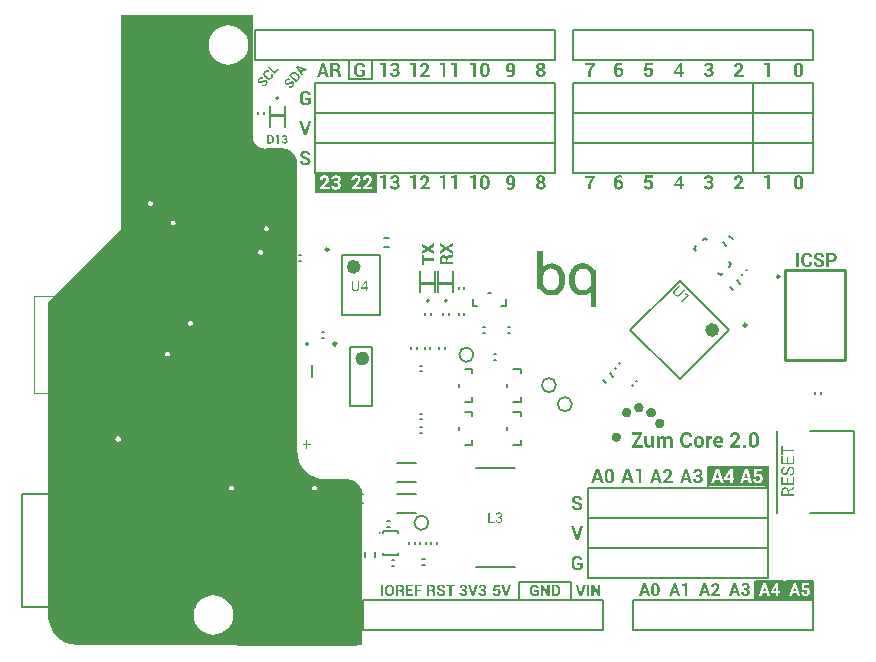
<source format=gto>
G04 Layer_Color=65535*
%FSLAX44Y44*%
%MOMM*%
G71*
G01*
G75*
%ADD51C,0.1500*%
%ADD56C,0.2000*%
%ADD57C,0.2500*%
%ADD59C,0.4000*%
%ADD81C,0.2540*%
%ADD82C,0.6000*%
%ADD83C,0.2032*%
%ADD84C,0.0180*%
%ADD85C,0.1000*%
%ADD86C,0.1524*%
%ADD87R,0.4300X1.6600*%
%ADD88R,2.7291X0.1560*%
%ADD89R,4.8531X0.1028*%
%ADD90R,0.4300X1.7041*%
%ADD91R,0.3246X1.7034*%
%ADD92R,0.4300X1.8351*%
%ADD93R,0.2075X1.7931*%
%ADD94R,0.3541X1.6370*%
%ADD95R,4.8481X0.2314*%
%ADD96R,0.2159X1.7703*%
%ADD97R,0.2159X1.7706*%
G36*
X243310Y492757D02*
X243476D01*
X243680Y492719D01*
X243902Y492701D01*
X244125Y492664D01*
X244643Y492553D01*
X245161Y492386D01*
X245421Y492275D01*
X245680Y492164D01*
X245921Y492016D01*
X246143Y491849D01*
X246161Y491831D01*
X246198Y491812D01*
X246254Y491757D01*
X246328Y491683D01*
X246402Y491590D01*
X246513Y491479D01*
X246606Y491349D01*
X246717Y491183D01*
X246828Y491016D01*
X246921Y490831D01*
X247032Y490609D01*
X247106Y490386D01*
X247180Y490127D01*
X247235Y489868D01*
X247272Y489572D01*
X247291Y489275D01*
Y489257D01*
Y489238D01*
Y489127D01*
X247272Y488961D01*
X247235Y488738D01*
X247161Y488498D01*
X247087Y488238D01*
X246958Y487961D01*
X246791Y487701D01*
X246772Y487664D01*
X246698Y487590D01*
X246587Y487479D01*
X246439Y487331D01*
X246235Y487164D01*
X245995Y486979D01*
X245717Y486813D01*
X245384Y486646D01*
X245402D01*
X245439Y486628D01*
X245476Y486609D01*
X245550Y486590D01*
X245735Y486516D01*
X245976Y486405D01*
X246217Y486257D01*
X246476Y486072D01*
X246698Y485868D01*
X246902Y485609D01*
X246921Y485572D01*
X246976Y485480D01*
X247050Y485331D01*
X247143Y485109D01*
X247217Y484850D01*
X247291Y484554D01*
X247346Y484202D01*
X247365Y483813D01*
Y482943D01*
Y482924D01*
Y482850D01*
Y482758D01*
X247383Y482628D01*
X247402Y482461D01*
X247421Y482295D01*
X247495Y481906D01*
Y481887D01*
X247513Y481813D01*
X247550Y481721D01*
X247606Y481610D01*
X247754Y481350D01*
X247846Y481221D01*
X247957Y481110D01*
Y480943D01*
X245513D01*
X245495Y480961D01*
X245458Y480998D01*
X245402Y481054D01*
X245328Y481147D01*
X245273Y481258D01*
X245198Y481406D01*
X245124Y481591D01*
X245087Y481795D01*
Y481832D01*
X245069Y481906D01*
X245050Y482017D01*
Y482165D01*
X245032Y482350D01*
X245013Y482554D01*
X244995Y482961D01*
Y483795D01*
Y483813D01*
Y483831D01*
Y483943D01*
X244976Y484109D01*
X244939Y484295D01*
X244884Y484517D01*
X244791Y484757D01*
X244680Y484961D01*
X244513Y485165D01*
X244495Y485183D01*
X244421Y485239D01*
X244310Y485331D01*
X244162Y485424D01*
X243976Y485498D01*
X243736Y485591D01*
X243458Y485646D01*
X243143Y485665D01*
X241255D01*
Y480943D01*
X238866D01*
Y492775D01*
X243162D01*
X243310Y492757D01*
D02*
G37*
G36*
X180436Y481032D02*
X180555Y481033D01*
X180695Y481018D01*
X180834Y481002D01*
X180993Y480970D01*
X181315Y480869D01*
X181487Y480793D01*
X181651Y480706D01*
X181816Y480601D01*
X181975Y480468D01*
X181987Y480441D01*
X180946Y479201D01*
X180936Y479209D01*
X180926Y479217D01*
X180866Y479267D01*
X180769Y479332D01*
X180644Y479386D01*
X180500Y479456D01*
X180340Y479506D01*
X180162Y479537D01*
X179980Y479521D01*
X179961Y479519D01*
X179898Y479504D01*
X179800Y479468D01*
X179676Y479421D01*
X179535Y479353D01*
X179378Y479247D01*
X179207Y479104D01*
X179047Y478933D01*
X179039Y478923D01*
X179031Y478913D01*
X178981Y478854D01*
X178924Y478766D01*
X178852Y478640D01*
X178790Y478506D01*
X178722Y478344D01*
X178680Y478193D01*
X178668Y478017D01*
X178669Y477999D01*
X178674Y477944D01*
X178690Y477863D01*
X178718Y477755D01*
X178756Y477639D01*
X178822Y477516D01*
X178906Y477395D01*
X179027Y477276D01*
X179037Y477268D01*
X179076Y477235D01*
X179163Y477196D01*
X179249Y477158D01*
X179363Y477113D01*
X179494Y477088D01*
X179641Y477082D01*
X179796Y477105D01*
X179814Y477106D01*
X179877Y477121D01*
X179983Y477167D01*
X180116Y477225D01*
X180294Y477295D01*
X180505Y477406D01*
X180751Y477538D01*
X181040Y477701D01*
X181048Y477711D01*
X181092Y477742D01*
X181153Y477775D01*
X181231Y477828D01*
X181336Y477892D01*
X181459Y477958D01*
X181598Y478044D01*
X181748Y478121D01*
X182074Y478288D01*
X182437Y478439D01*
X182794Y478562D01*
X182974Y478615D01*
X183155Y478649D01*
X183173Y478651D01*
X183191Y478652D01*
X183246Y478657D01*
X183319Y478663D01*
X183402Y478661D01*
X183485Y478660D01*
X183725Y478644D01*
X183987Y478593D01*
X184272Y478489D01*
X184578Y478351D01*
X184726Y478244D01*
X184873Y478137D01*
X184883Y478129D01*
X184913Y478104D01*
X184952Y478071D01*
X185004Y478011D01*
X185055Y477951D01*
X185126Y477874D01*
X185273Y477667D01*
X185405Y477421D01*
X185472Y477280D01*
X185531Y477128D01*
X185582Y476967D01*
X185606Y476795D01*
X185622Y476612D01*
X185620Y476428D01*
X185612Y476418D01*
X185615Y476382D01*
X185602Y476325D01*
X185590Y476251D01*
X185579Y476158D01*
X185553Y476045D01*
X185517Y475923D01*
X185474Y475790D01*
X185423Y475629D01*
X185355Y475467D01*
X185278Y475295D01*
X185193Y475113D01*
X185089Y474929D01*
X184967Y474744D01*
X184819Y474547D01*
X184671Y474350D01*
X184663Y474340D01*
X184629Y474300D01*
X184588Y474251D01*
X184520Y474189D01*
X184435Y474108D01*
X184342Y474017D01*
X184232Y473907D01*
X184104Y473795D01*
X183819Y473577D01*
X183470Y473362D01*
X183296Y473255D01*
X183101Y473164D01*
X182897Y473082D01*
X182691Y473018D01*
X182673Y473016D01*
X182646Y473005D01*
X182583Y472990D01*
X182500Y472992D01*
X182401Y472974D01*
X182281Y472973D01*
X182153Y472962D01*
X182006Y472967D01*
X181848Y472981D01*
X181679Y473022D01*
X181510Y473062D01*
X181321Y473119D01*
X181139Y473204D01*
X180956Y473307D01*
X180760Y473438D01*
X180573Y473577D01*
X180552Y473612D01*
X181593Y474853D01*
X181603Y474845D01*
X181612Y474836D01*
X181642Y474811D01*
X181690Y474788D01*
X181798Y474715D01*
X181943Y474626D01*
X182116Y474549D01*
X182295Y474501D01*
X182500Y474463D01*
X182701Y474481D01*
X182728Y474492D01*
X182791Y474507D01*
X182899Y474535D01*
X183030Y474611D01*
X183188Y474698D01*
X183362Y474805D01*
X183542Y474959D01*
X183718Y475149D01*
X183727Y475159D01*
X183735Y475169D01*
X183793Y475238D01*
X183858Y475336D01*
X183930Y475462D01*
X184018Y475608D01*
X184087Y475770D01*
X184146Y475941D01*
X184168Y476108D01*
X184166Y476126D01*
X184161Y476181D01*
X184153Y476272D01*
X184126Y476380D01*
X184079Y476486D01*
X184022Y476619D01*
X183928Y476749D01*
X183807Y476867D01*
X183787Y476884D01*
X183748Y476917D01*
X183670Y476965D01*
X183574Y477012D01*
X183459Y477057D01*
X183319Y477091D01*
X183179Y477107D01*
X183015Y477092D01*
X182997Y477090D01*
X182934Y477076D01*
X182844Y477050D01*
X182701Y477000D01*
X182532Y476940D01*
X182337Y476849D01*
X182110Y476719D01*
X181839Y476557D01*
X181831Y476547D01*
X181777Y476524D01*
X181718Y476473D01*
X181630Y476428D01*
X181525Y476364D01*
X181394Y476288D01*
X181254Y476203D01*
X181096Y476115D01*
X180752Y475947D01*
X180390Y475778D01*
X180016Y475634D01*
X179829Y475572D01*
X179658Y475530D01*
X179639Y475528D01*
X179621Y475526D01*
X179566Y475522D01*
X179503Y475507D01*
X179319Y475509D01*
X179097Y475526D01*
X178827Y475567D01*
X178544Y475653D01*
X178391Y475713D01*
X178247Y475783D01*
X178100Y475890D01*
X177953Y475996D01*
X177943Y476005D01*
X177913Y476030D01*
X177873Y476063D01*
X177832Y476115D01*
X177771Y476183D01*
X177700Y476259D01*
X177563Y476459D01*
X177431Y476705D01*
X177363Y476846D01*
X177304Y476997D01*
X177262Y477168D01*
X177237Y477341D01*
X177221Y477523D01*
X177214Y477715D01*
X177212Y477734D01*
X177219Y477762D01*
X177222Y477827D01*
X177234Y477901D01*
X177245Y477994D01*
X177271Y478107D01*
X177307Y478229D01*
X177340Y478370D01*
X177382Y478521D01*
X177451Y478683D01*
X177519Y478846D01*
X177605Y479028D01*
X177812Y479395D01*
X177952Y479582D01*
X178092Y479769D01*
X178100Y479779D01*
X178133Y479819D01*
X178175Y479869D01*
X178251Y479939D01*
X178336Y480020D01*
X178429Y480111D01*
X178539Y480222D01*
X178669Y480316D01*
X178953Y480534D01*
X179294Y480739D01*
X179470Y480828D01*
X179656Y480908D01*
X179844Y480971D01*
X180051Y481017D01*
X180069Y481018D01*
X180096Y481030D01*
X180161Y481026D01*
X180234Y481032D01*
X180325Y481040D01*
X180436Y481032D01*
D02*
G37*
G36*
X263892Y493078D02*
X264077Y493060D01*
X264281Y493041D01*
X264522Y493004D01*
X264762Y492967D01*
X265299Y492837D01*
X265855Y492652D01*
X266114Y492541D01*
X266392Y492412D01*
X266632Y492245D01*
X266855Y492060D01*
X266873Y492041D01*
X266910Y492004D01*
X266966Y491949D01*
X267040Y491875D01*
X267132Y491764D01*
X267225Y491634D01*
X267318Y491504D01*
X267429Y491338D01*
X267540Y491134D01*
X267651Y490930D01*
X267743Y490708D01*
X267817Y490467D01*
X267892Y490208D01*
X267947Y489930D01*
X267984Y489634D01*
Y489319D01*
X267966Y489264D01*
X265725D01*
Y489282D01*
Y489301D01*
Y489412D01*
X265688Y489597D01*
X265651Y489801D01*
X265596Y490042D01*
X265485Y490282D01*
X265355Y490523D01*
X265170Y490727D01*
X265151Y490745D01*
X265077Y490819D01*
X264947Y490893D01*
X264781Y491004D01*
X264559Y491097D01*
X264281Y491190D01*
X263966Y491245D01*
X263596Y491264D01*
X263485D01*
X263411Y491245D01*
X263207Y491227D01*
X262966Y491152D01*
X262689Y491060D01*
X262392Y490912D01*
X262096Y490690D01*
X261966Y490560D01*
X261837Y490412D01*
X261800Y490375D01*
X261781Y490319D01*
X261726Y490264D01*
X261633Y490079D01*
X261503Y489838D01*
X261374Y489523D01*
X261281Y489153D01*
X261207Y488727D01*
X261170Y488245D01*
Y485764D01*
Y485746D01*
Y485709D01*
Y485635D01*
X261189Y485542D01*
Y485431D01*
X261207Y485301D01*
X261263Y484986D01*
X261337Y484635D01*
X261466Y484264D01*
X261633Y483894D01*
X261855Y483561D01*
X261892Y483524D01*
X261985Y483431D01*
X262133Y483302D01*
X262337Y483153D01*
X262596Y482987D01*
X262911Y482857D01*
X263281Y482765D01*
X263485Y482746D01*
X263688Y482728D01*
X263818D01*
X263985Y482746D01*
X264170D01*
X264373Y482765D01*
X264596Y482802D01*
X264818Y482839D01*
X265021Y482894D01*
X265040D01*
X265096Y482931D01*
X265188Y482968D01*
X265299Y483005D01*
X265558Y483153D01*
X265670Y483227D01*
X265781Y483320D01*
Y485616D01*
X263503D01*
Y487264D01*
X268169D01*
Y482690D01*
X268151Y482653D01*
X268058Y482561D01*
X267929Y482431D01*
X267762Y482265D01*
X267521Y482061D01*
X267225Y481857D01*
X266892Y481635D01*
X266503Y481431D01*
X266484D01*
X266447Y481413D01*
X266392Y481376D01*
X266299Y481357D01*
X266207Y481320D01*
X266059Y481265D01*
X265910Y481228D01*
X265744Y481172D01*
X265540Y481116D01*
X265336Y481079D01*
X265096Y481043D01*
X264855Y480987D01*
X264299Y480931D01*
X263688Y480913D01*
X263596D01*
X263485Y480931D01*
X263337D01*
X263151Y480950D01*
X262929Y480987D01*
X262707Y481024D01*
X262448Y481079D01*
X262170Y481154D01*
X261892Y481246D01*
X261596Y481339D01*
X261300Y481468D01*
X261003Y481635D01*
X260707Y481802D01*
X260429Y482005D01*
X260170Y482246D01*
X260152Y482265D01*
X260115Y482302D01*
X260041Y482394D01*
X259948Y482487D01*
X259855Y482635D01*
X259744Y482783D01*
X259615Y482987D01*
X259485Y483190D01*
X259356Y483431D01*
X259226Y483690D01*
X259115Y483987D01*
X259022Y484301D01*
X258930Y484635D01*
X258855Y484986D01*
X258818Y485375D01*
X258800Y485764D01*
Y488227D01*
Y488245D01*
Y488320D01*
Y488431D01*
X258818Y488579D01*
X258837Y488764D01*
X258874Y488986D01*
X258911Y489208D01*
X258967Y489468D01*
X259041Y489745D01*
X259115Y490023D01*
X259226Y490319D01*
X259356Y490616D01*
X259504Y490893D01*
X259689Y491190D01*
X259892Y491467D01*
X260115Y491727D01*
X260133Y491745D01*
X260170Y491782D01*
X260244Y491856D01*
X260355Y491949D01*
X260485Y492041D01*
X260652Y492152D01*
X260837Y492282D01*
X261040Y492412D01*
X261281Y492541D01*
X261540Y492671D01*
X261818Y492782D01*
X262114Y492875D01*
X262448Y492967D01*
X262800Y493041D01*
X263151Y493078D01*
X263540Y493097D01*
X263744D01*
X263892Y493078D01*
D02*
G37*
G36*
X237718Y480943D02*
X235237D01*
X234440Y483480D01*
X230607D01*
X229793Y480943D01*
X227311D01*
X231311Y492775D01*
X233755D01*
X237718Y480943D01*
D02*
G37*
G36*
X192186Y485462D02*
X194567Y488300D01*
X195540Y487484D01*
X192084Y483366D01*
X185743Y488686D01*
X186817Y489967D01*
X192186Y485462D01*
D02*
G37*
G36*
X203186Y479744D02*
X203305Y479745D01*
X203445Y479730D01*
X203584Y479715D01*
X203743Y479683D01*
X204065Y479582D01*
X204237Y479505D01*
X204401Y479418D01*
X204566Y479313D01*
X204725Y479180D01*
X204736Y479153D01*
X203696Y477913D01*
X203686Y477921D01*
X203676Y477930D01*
X203616Y477980D01*
X203519Y478045D01*
X203394Y478098D01*
X203250Y478168D01*
X203090Y478219D01*
X202912Y478249D01*
X202730Y478233D01*
X202712Y478232D01*
X202648Y478217D01*
X202551Y478181D01*
X202426Y478133D01*
X202285Y478065D01*
X202128Y477960D01*
X201957Y477816D01*
X201797Y477646D01*
X201789Y477636D01*
X201781Y477626D01*
X201731Y477566D01*
X201674Y477479D01*
X201602Y477353D01*
X201540Y477219D01*
X201472Y477056D01*
X201430Y476906D01*
X201418Y476730D01*
X201419Y476712D01*
X201424Y476657D01*
X201440Y476576D01*
X201468Y476468D01*
X201506Y476351D01*
X201572Y476228D01*
X201656Y476107D01*
X201777Y475989D01*
X201787Y475981D01*
X201826Y475947D01*
X201912Y475909D01*
X201999Y475870D01*
X202113Y475825D01*
X202244Y475800D01*
X202391Y475794D01*
X202546Y475817D01*
X202564Y475819D01*
X202627Y475833D01*
X202733Y475880D01*
X202866Y475937D01*
X203044Y476008D01*
X203255Y476118D01*
X203501Y476250D01*
X203790Y476413D01*
X203798Y476423D01*
X203842Y476455D01*
X203903Y476488D01*
X203981Y476540D01*
X204086Y476605D01*
X204209Y476671D01*
X204349Y476756D01*
X204498Y476834D01*
X204824Y477000D01*
X205187Y477152D01*
X205544Y477275D01*
X205724Y477327D01*
X205905Y477361D01*
X205923Y477363D01*
X205941Y477365D01*
X205996Y477369D01*
X206069Y477376D01*
X206152Y477374D01*
X206235Y477372D01*
X206475Y477356D01*
X206737Y477306D01*
X207022Y477202D01*
X207328Y477063D01*
X207476Y476956D01*
X207623Y476850D01*
X207633Y476842D01*
X207663Y476816D01*
X207702Y476783D01*
X207754Y476723D01*
X207805Y476663D01*
X207876Y476587D01*
X208023Y476379D01*
X208155Y476133D01*
X208222Y475992D01*
X208281Y475841D01*
X208332Y475680D01*
X208356Y475507D01*
X208372Y475325D01*
X208370Y475141D01*
X208362Y475131D01*
X208365Y475094D01*
X208351Y475038D01*
X208340Y474963D01*
X208329Y474870D01*
X208302Y474758D01*
X208267Y474635D01*
X208224Y474502D01*
X208173Y474342D01*
X208105Y474179D01*
X208028Y474007D01*
X207943Y473825D01*
X207839Y473641D01*
X207717Y473456D01*
X207569Y473259D01*
X207421Y473062D01*
X207413Y473052D01*
X207379Y473013D01*
X207338Y472963D01*
X207269Y472902D01*
X207185Y472821D01*
X207092Y472730D01*
X206982Y472619D01*
X206854Y472507D01*
X206569Y472289D01*
X206220Y472075D01*
X206046Y471967D01*
X205851Y471877D01*
X205647Y471795D01*
X205441Y471730D01*
X205423Y471729D01*
X205396Y471717D01*
X205333Y471703D01*
X205250Y471705D01*
X205151Y471687D01*
X205031Y471685D01*
X204904Y471674D01*
X204756Y471680D01*
X204598Y471693D01*
X204429Y471734D01*
X204260Y471774D01*
X204071Y471831D01*
X203889Y471917D01*
X203706Y472020D01*
X203510Y472150D01*
X203323Y472290D01*
X203302Y472325D01*
X204343Y473565D01*
X204353Y473557D01*
X204363Y473549D01*
X204392Y473524D01*
X204440Y473500D01*
X204548Y473427D01*
X204694Y473339D01*
X204866Y473262D01*
X205045Y473213D01*
X205250Y473176D01*
X205451Y473193D01*
X205478Y473205D01*
X205541Y473220D01*
X205649Y473247D01*
X205780Y473323D01*
X205938Y473411D01*
X206112Y473518D01*
X206292Y473671D01*
X206468Y473862D01*
X206477Y473871D01*
X206485Y473881D01*
X206543Y473951D01*
X206608Y474049D01*
X206680Y474174D01*
X206768Y474320D01*
X206837Y474482D01*
X206896Y474653D01*
X206918Y474820D01*
X206916Y474839D01*
X206911Y474893D01*
X206903Y474985D01*
X206876Y475093D01*
X206829Y475199D01*
X206772Y475332D01*
X206678Y475461D01*
X206557Y475580D01*
X206537Y475596D01*
X206498Y475630D01*
X206420Y475678D01*
X206324Y475725D01*
X206209Y475770D01*
X206069Y475803D01*
X205929Y475819D01*
X205765Y475804D01*
X205747Y475803D01*
X205684Y475788D01*
X205594Y475762D01*
X205451Y475713D01*
X205282Y475652D01*
X205088Y475561D01*
X204860Y475431D01*
X204589Y475270D01*
X204581Y475260D01*
X204527Y475237D01*
X204468Y475185D01*
X204380Y475141D01*
X204275Y475076D01*
X204144Y475001D01*
X204004Y474915D01*
X203846Y474827D01*
X203502Y474660D01*
X203140Y474490D01*
X202766Y474347D01*
X202579Y474285D01*
X202408Y474242D01*
X202390Y474240D01*
X202371Y474239D01*
X202316Y474234D01*
X202253Y474219D01*
X202069Y474221D01*
X201847Y474239D01*
X201577Y474280D01*
X201294Y474365D01*
X201141Y474425D01*
X200997Y474496D01*
X200850Y474602D01*
X200703Y474709D01*
X200693Y474717D01*
X200663Y474742D01*
X200623Y474775D01*
X200582Y474827D01*
X200521Y474895D01*
X200450Y474972D01*
X200313Y475171D01*
X200181Y475417D01*
X200113Y475558D01*
X200054Y475709D01*
X200012Y475881D01*
X199987Y476053D01*
X199971Y476236D01*
X199964Y476428D01*
X199962Y476446D01*
X199969Y476474D01*
X199972Y476539D01*
X199984Y476614D01*
X199995Y476707D01*
X200021Y476819D01*
X200057Y476942D01*
X200090Y477083D01*
X200132Y477234D01*
X200201Y477396D01*
X200269Y477558D01*
X200355Y477740D01*
X200562Y478108D01*
X200702Y478295D01*
X200842Y478482D01*
X200850Y478492D01*
X200883Y478531D01*
X200925Y478581D01*
X201001Y478652D01*
X201086Y478733D01*
X201179Y478824D01*
X201289Y478935D01*
X201419Y479029D01*
X201703Y479247D01*
X202044Y479451D01*
X202220Y479540D01*
X202406Y479621D01*
X202594Y479683D01*
X202801Y479729D01*
X202819Y479730D01*
X202846Y479742D01*
X202911Y479739D01*
X202984Y479745D01*
X203075Y479753D01*
X203186Y479744D01*
D02*
G37*
G36*
X219272Y487367D02*
X218156Y486037D01*
X216439Y486752D01*
X214715Y484697D01*
X215708Y483120D01*
X214592Y481790D01*
X210050Y489254D01*
X211149Y490564D01*
X219272Y487367D01*
D02*
G37*
G36*
X185471Y486750D02*
X185610Y486735D01*
X185769Y486703D01*
X185938Y486662D01*
X186109Y486604D01*
X186300Y486528D01*
X186482Y486443D01*
X186675Y486331D01*
X186861Y486210D01*
X187049Y486051D01*
X187071Y486017D01*
X186030Y484776D01*
X186020Y484785D01*
X186000Y484801D01*
X185970Y484826D01*
X185931Y484859D01*
X185805Y484931D01*
X185659Y485019D01*
X185485Y485115D01*
X185287Y485180D01*
X185079Y485235D01*
X184877Y485236D01*
X184859Y485235D01*
X184786Y485228D01*
X184678Y485200D01*
X184535Y485151D01*
X184377Y485064D01*
X184194Y484947D01*
X184005Y484801D01*
X183812Y484591D01*
X183803Y484581D01*
X183787Y484562D01*
X183762Y484532D01*
X183738Y484484D01*
X183665Y484376D01*
X183596Y484214D01*
X183530Y484033D01*
X183494Y483810D01*
X183478Y483569D01*
X183499Y483433D01*
X183529Y483307D01*
X183539Y483298D01*
X183540Y483280D01*
X183553Y483235D01*
X183566Y483191D01*
X183624Y483058D01*
X183713Y482882D01*
X183832Y482681D01*
X183999Y482456D01*
X184193Y482225D01*
X184443Y481998D01*
X185713Y480933D01*
X185723Y480924D01*
X185743Y480908D01*
X185783Y480874D01*
X185841Y480843D01*
X185910Y480784D01*
X185988Y480736D01*
X186173Y480614D01*
X186395Y480496D01*
X186644Y480389D01*
X186917Y480312D01*
X187197Y480262D01*
X187234Y480266D01*
X187317Y480264D01*
X187463Y480276D01*
X187634Y480319D01*
X187821Y480381D01*
X188034Y480474D01*
X188242Y480620D01*
X188343Y480721D01*
X188445Y480822D01*
X188453Y480832D01*
X188470Y480852D01*
X188486Y480872D01*
X188510Y480920D01*
X188591Y481037D01*
X188671Y481173D01*
X188758Y481337D01*
X188815Y481526D01*
X188854Y481713D01*
X188855Y481915D01*
X188853Y481934D01*
X188837Y482015D01*
X188801Y482113D01*
X188751Y482256D01*
X188664Y482414D01*
X188547Y482597D01*
X188393Y482776D01*
X188183Y482969D01*
X189216Y484200D01*
X189244Y484193D01*
X189254Y484185D01*
X189294Y484151D01*
X189343Y484110D01*
X189404Y484041D01*
X189494Y483967D01*
X189576Y483863D01*
X189669Y483752D01*
X189771Y483632D01*
X189971Y483346D01*
X190058Y483188D01*
X190137Y483021D01*
X190218Y482835D01*
X190262Y482645D01*
X190308Y482438D01*
X190325Y482237D01*
X190327Y482219D01*
X190320Y482191D01*
X190317Y482126D01*
X190315Y482043D01*
X190305Y481950D01*
X190287Y481829D01*
X190262Y481698D01*
X190220Y481548D01*
X190180Y481379D01*
X190121Y481208D01*
X190046Y481017D01*
X189952Y480825D01*
X189851Y480623D01*
X189730Y480420D01*
X189582Y480223D01*
X189417Y480006D01*
X189409Y479996D01*
X189376Y479957D01*
X189316Y479905D01*
X189249Y479826D01*
X189156Y479735D01*
X189044Y479642D01*
X188916Y479530D01*
X188778Y479426D01*
X188614Y479311D01*
X188439Y479203D01*
X188255Y479104D01*
X188052Y479004D01*
X187848Y478922D01*
X187615Y478846D01*
X187390Y478799D01*
X187144Y478768D01*
X187126Y478767D01*
X187089Y478763D01*
X187006Y478765D01*
X186923Y478767D01*
X186802Y478784D01*
X186663Y478800D01*
X186506Y478814D01*
X186337Y478854D01*
X186149Y478893D01*
X185952Y478940D01*
X185743Y479013D01*
X185533Y479105D01*
X185321Y479216D01*
X185089Y479342D01*
X184874Y479489D01*
X184648Y479662D01*
X183387Y480720D01*
X183377Y480728D01*
X183338Y480761D01*
X183278Y480812D01*
X183207Y480888D01*
X183116Y480981D01*
X183014Y481101D01*
X182901Y481229D01*
X182787Y481375D01*
X182664Y481530D01*
X182556Y481705D01*
X182439Y481887D01*
X182339Y482090D01*
X182247Y482303D01*
X182163Y482525D01*
X182106Y482759D01*
X182066Y482995D01*
X182065Y483013D01*
X182062Y483050D01*
X182055Y483123D01*
X182056Y483224D01*
X182056Y483325D01*
X182062Y483473D01*
X182067Y483620D01*
X182097Y483798D01*
X182128Y483975D01*
X182185Y484164D01*
X182232Y484361D01*
X182324Y484571D01*
X182416Y484782D01*
X182526Y484994D01*
X182673Y485209D01*
X182829Y485416D01*
X182838Y485425D01*
X182871Y485465D01*
X182921Y485525D01*
X182997Y485596D01*
X183091Y485687D01*
X183200Y485798D01*
X183320Y485900D01*
X183457Y486022D01*
X183768Y486252D01*
X183942Y486359D01*
X184125Y486476D01*
X184319Y486567D01*
X184515Y486639D01*
X184721Y486703D01*
X184929Y486749D01*
X184947Y486750D01*
X184983Y486753D01*
X185038Y486758D01*
X185111Y486765D01*
X185212Y486764D01*
X185332Y486766D01*
X185471Y486750D01*
D02*
G37*
G36*
X208076Y485229D02*
X208177Y485229D01*
X208297Y485230D01*
X208436Y485215D01*
X208593Y485201D01*
X208771Y485170D01*
X208958Y485132D01*
X209165Y485076D01*
X209374Y485003D01*
X209592Y484921D01*
X209813Y484820D01*
X210035Y484702D01*
X210260Y484547D01*
X210476Y484382D01*
X211528Y483499D01*
X211538Y483491D01*
X211578Y483457D01*
X211637Y483408D01*
X211718Y483323D01*
X211809Y483229D01*
X211902Y483118D01*
X212014Y482990D01*
X212128Y482844D01*
X212244Y482679D01*
X212353Y482486D01*
X212461Y482294D01*
X212562Y482091D01*
X212646Y481868D01*
X212711Y481644D01*
X212770Y481392D01*
X212801Y481146D01*
X212802Y481128D01*
X212806Y481091D01*
X212804Y481009D01*
X212803Y480907D01*
X212794Y480796D01*
X212779Y480657D01*
X212757Y480490D01*
X212727Y480312D01*
X212688Y480125D01*
X212641Y479928D01*
X212567Y479719D01*
X212475Y479509D01*
X212367Y479278D01*
X212248Y479057D01*
X212093Y478832D01*
X211928Y478615D01*
X210063Y476392D01*
X203722Y481713D01*
X205587Y483936D01*
X205595Y483946D01*
X205629Y483985D01*
X205679Y484045D01*
X205763Y484126D01*
X205848Y484207D01*
X205968Y484309D01*
X206096Y484422D01*
X206243Y484535D01*
X206407Y484651D01*
X206590Y484768D01*
X206783Y484877D01*
X206995Y484969D01*
X207208Y485061D01*
X207440Y485137D01*
X207684Y485186D01*
X207938Y485226D01*
X207957Y485228D01*
X207993Y485231D01*
X208076Y485229D01*
D02*
G37*
G36*
X470128Y137160D02*
X467647D01*
X466850Y139697D01*
X463017D01*
X462203Y137160D01*
X459721D01*
X463721Y148992D01*
X466165D01*
X470128Y137160D01*
D02*
G37*
G36*
X545058D02*
X542577D01*
X541780Y139697D01*
X537947D01*
X537133Y137160D01*
X534651D01*
X538651Y148992D01*
X541095D01*
X545058Y137160D01*
D02*
G37*
G36*
X550168Y149159D02*
X550335D01*
X550502Y149140D01*
X550705Y149103D01*
X550928Y149066D01*
X551390Y148974D01*
X551872Y148807D01*
X552353Y148603D01*
X552576Y148455D01*
X552779Y148307D01*
X552798Y148288D01*
X552835Y148270D01*
X552872Y148214D01*
X552946Y148140D01*
X553038Y148048D01*
X553131Y147955D01*
X553224Y147826D01*
X553335Y147677D01*
X553427Y147511D01*
X553520Y147326D01*
X553705Y146900D01*
X553779Y146659D01*
X553816Y146400D01*
X553853Y146122D01*
X553872Y145826D01*
Y145789D01*
Y145696D01*
X553853Y145529D01*
X553816Y145326D01*
X553761Y145104D01*
X553668Y144844D01*
X553557Y144585D01*
X553390Y144326D01*
X553372Y144289D01*
X553298Y144215D01*
X553205Y144085D01*
X553057Y143937D01*
X552872Y143770D01*
X552650Y143585D01*
X552409Y143419D01*
X552113Y143252D01*
X552131D01*
X552150Y143233D01*
X552261Y143178D01*
X552446Y143104D01*
X552650Y142993D01*
X552872Y142845D01*
X553112Y142659D01*
X553353Y142437D01*
X553557Y142178D01*
X553575Y142141D01*
X553631Y142048D01*
X553724Y141900D01*
X553816Y141697D01*
X553890Y141456D01*
X553983Y141160D01*
X554038Y140826D01*
X554057Y140475D01*
Y140456D01*
Y140400D01*
Y140326D01*
X554038Y140215D01*
X554020Y140067D01*
X554001Y139919D01*
X553909Y139549D01*
X553761Y139141D01*
X553668Y138919D01*
X553557Y138715D01*
X553427Y138493D01*
X553261Y138289D01*
X553075Y138104D01*
X552872Y137919D01*
X552853Y137901D01*
X552816Y137882D01*
X552761Y137827D01*
X552668Y137771D01*
X552538Y137697D01*
X552409Y137623D01*
X552242Y137549D01*
X552057Y137456D01*
X551853Y137364D01*
X551631Y137290D01*
X551372Y137215D01*
X551113Y137142D01*
X550835Y137086D01*
X550520Y137030D01*
X550205Y137012D01*
X549872Y136993D01*
X549706D01*
X549594Y137012D01*
X549465D01*
X549298Y137049D01*
X549113Y137067D01*
X548909Y137105D01*
X548465Y137215D01*
X547983Y137364D01*
X547502Y137586D01*
X547261Y137716D01*
X547021Y137864D01*
X547002Y137882D01*
X546965Y137901D01*
X546909Y137956D01*
X546835Y138030D01*
X546743Y138123D01*
X546650Y138215D01*
X546539Y138345D01*
X546428Y138493D01*
X546317Y138660D01*
X546206Y138845D01*
X546021Y139271D01*
X545947Y139512D01*
X545891Y139771D01*
X545854Y140030D01*
Y140326D01*
X545872Y140382D01*
X548187D01*
Y140345D01*
Y140271D01*
X548206Y140141D01*
X548243Y139993D01*
X548298Y139808D01*
X548391Y139623D01*
X548502Y139438D01*
X548650Y139252D01*
X548669Y139234D01*
X548743Y139178D01*
X548835Y139104D01*
X548983Y139030D01*
X549169Y138956D01*
X549372Y138882D01*
X549613Y138827D01*
X549872Y138808D01*
X550002D01*
X550150Y138827D01*
X550335Y138863D01*
X550557Y138919D01*
X550779Y139012D01*
X550983Y139123D01*
X551187Y139289D01*
X551205Y139308D01*
X551261Y139382D01*
X551353Y139475D01*
X551446Y139623D01*
X551520Y139789D01*
X551613Y139993D01*
X551668Y140234D01*
X551687Y140493D01*
Y140512D01*
Y140530D01*
Y140641D01*
X551668Y140808D01*
X551631Y141030D01*
X551576Y141252D01*
X551483Y141474D01*
X551372Y141697D01*
X551205Y141882D01*
X551187Y141900D01*
X551113Y141956D01*
X551020Y142030D01*
X550854Y142104D01*
X550668Y142178D01*
X550428Y142252D01*
X550150Y142308D01*
X549835Y142326D01*
X548520D01*
Y144122D01*
X549983D01*
X550131Y144141D01*
X550317Y144178D01*
X550520Y144233D01*
X550724Y144307D01*
X550928Y144400D01*
X551094Y144548D01*
X551113Y144567D01*
X551150Y144622D01*
X551224Y144733D01*
X551298Y144863D01*
X551372Y145048D01*
X551446Y145252D01*
X551483Y145511D01*
X551502Y145789D01*
Y145826D01*
Y145900D01*
X551483Y146030D01*
X551446Y146178D01*
X551390Y146363D01*
X551316Y146548D01*
X551205Y146733D01*
X551057Y146900D01*
X551039Y146918D01*
X550983Y146974D01*
X550891Y147048D01*
X550742Y147122D01*
X550576Y147196D01*
X550372Y147270D01*
X550150Y147326D01*
X549872Y147344D01*
X549761D01*
X549650Y147326D01*
X549502Y147289D01*
X549317Y147252D01*
X549132Y147177D01*
X548946Y147066D01*
X548780Y146937D01*
X548761Y146918D01*
X548706Y146863D01*
X548632Y146789D01*
X548557Y146659D01*
X548483Y146511D01*
X548409Y146344D01*
X548354Y146141D01*
X548335Y145918D01*
X546039D01*
X546021Y145974D01*
Y145992D01*
Y146030D01*
Y146103D01*
X546039Y146215D01*
Y146326D01*
X546058Y146455D01*
X546132Y146789D01*
X546261Y147140D01*
X546354Y147344D01*
X546447Y147529D01*
X546576Y147715D01*
X546724Y147918D01*
X546891Y148103D01*
X547095Y148270D01*
X547113Y148288D01*
X547150Y148307D01*
X547206Y148363D01*
X547298Y148418D01*
X547409Y148474D01*
X547539Y148566D01*
X547687Y148640D01*
X547872Y148733D01*
X548058Y148807D01*
X548261Y148899D01*
X548743Y149029D01*
X549280Y149140D01*
X549576Y149159D01*
X549872Y149177D01*
X550057D01*
X550168Y149159D01*
D02*
G37*
G36*
X509539Y41686D02*
X507307D01*
X506590Y43969D01*
X503141D01*
X502408Y41686D01*
X500175D01*
X503774Y52334D01*
X505974D01*
X509539Y41686D01*
D02*
G37*
G36*
X583394Y151496D02*
X607345D01*
Y134497D01*
X583032D01*
Y134669D01*
X558821D01*
Y151501D01*
X583394D01*
Y151496D01*
D02*
G37*
G36*
X519658Y137160D02*
X517177D01*
X516380Y139697D01*
X512547D01*
X511733Y137160D01*
X509252D01*
X513251Y148992D01*
X515695D01*
X519658Y137160D01*
D02*
G37*
G36*
X502064D02*
X499694D01*
Y146937D01*
X497250D01*
Y148751D01*
X502064Y149177D01*
Y137160D01*
D02*
G37*
G36*
X475257Y149159D02*
X475424Y149140D01*
X475590Y149122D01*
X475794Y149085D01*
X475998Y149029D01*
X476460Y148881D01*
X476701Y148788D01*
X476960Y148677D01*
X477201Y148529D01*
X477423Y148363D01*
X477664Y148177D01*
X477868Y147974D01*
X477886Y147955D01*
X477923Y147918D01*
X477979Y147844D01*
X478034Y147752D01*
X478127Y147640D01*
X478220Y147492D01*
X478312Y147307D01*
X478423Y147122D01*
X478534Y146900D01*
X478627Y146641D01*
X478719Y146381D01*
X478812Y146085D01*
X478868Y145770D01*
X478923Y145437D01*
X478960Y145067D01*
X478979Y144696D01*
Y141437D01*
Y141419D01*
Y141345D01*
Y141234D01*
X478960Y141104D01*
X478942Y140919D01*
X478923Y140715D01*
X478886Y140493D01*
X478849Y140252D01*
X478719Y139734D01*
X478627Y139456D01*
X478516Y139197D01*
X478386Y138919D01*
X478257Y138660D01*
X478071Y138419D01*
X477886Y138178D01*
X477868Y138160D01*
X477831Y138123D01*
X477775Y138067D01*
X477683Y137993D01*
X477571Y137901D01*
X477442Y137808D01*
X477294Y137697D01*
X477109Y137586D01*
X476923Y137475D01*
X476701Y137364D01*
X476460Y137271D01*
X476201Y137178D01*
X475924Y137105D01*
X475627Y137049D01*
X475312Y137012D01*
X474979Y136993D01*
X474813D01*
X474683Y137012D01*
X474516Y137030D01*
X474350Y137049D01*
X474146Y137086D01*
X473942Y137142D01*
X473461Y137290D01*
X473220Y137382D01*
X472979Y137493D01*
X472739Y137623D01*
X472498Y137790D01*
X472276Y137975D01*
X472053Y138178D01*
X472035Y138197D01*
X471998Y138234D01*
X471961Y138308D01*
X471887Y138401D01*
X471794Y138512D01*
X471702Y138660D01*
X471609Y138827D01*
X471517Y139030D01*
X471405Y139252D01*
X471313Y139493D01*
X471220Y139771D01*
X471128Y140049D01*
X471054Y140363D01*
X471017Y140697D01*
X470980Y141067D01*
X470961Y141437D01*
Y144696D01*
Y144715D01*
Y144789D01*
Y144900D01*
X470980Y145048D01*
X470998Y145215D01*
X471017Y145418D01*
X471054Y145641D01*
X471091Y145881D01*
X471220Y146400D01*
X471313Y146678D01*
X471424Y146955D01*
X471554Y147233D01*
X471702Y147492D01*
X471868Y147733D01*
X472053Y147974D01*
X472072Y147992D01*
X472109Y148029D01*
X472165Y148085D01*
X472257Y148159D01*
X472368Y148251D01*
X472498Y148363D01*
X472646Y148455D01*
X472831Y148585D01*
X473016Y148696D01*
X473239Y148788D01*
X473479Y148899D01*
X473739Y148992D01*
X474016Y149066D01*
X474313Y149122D01*
X474627Y149159D01*
X474961Y149177D01*
X475127D01*
X475257Y149159D01*
D02*
G37*
G36*
X524694D02*
X524842Y149140D01*
X525028Y149122D01*
X525213Y149103D01*
X525435Y149066D01*
X525879Y148955D01*
X526361Y148788D01*
X526583Y148677D01*
X526805Y148548D01*
X527009Y148400D01*
X527213Y148233D01*
X527231Y148214D01*
X527250Y148196D01*
X527305Y148140D01*
X527379Y148066D01*
X527453Y147974D01*
X527527Y147863D01*
X527620Y147733D01*
X527731Y147566D01*
X527916Y147214D01*
X528064Y146789D01*
X528194Y146289D01*
X528213Y146030D01*
X528231Y145733D01*
Y145715D01*
Y145678D01*
Y145622D01*
Y145548D01*
X528194Y145344D01*
X528157Y145104D01*
X528083Y144789D01*
X527990Y144474D01*
X527842Y144122D01*
X527657Y143789D01*
Y143770D01*
X527639Y143752D01*
X527601Y143696D01*
X527546Y143622D01*
X527490Y143548D01*
X527416Y143437D01*
X527324Y143308D01*
X527213Y143159D01*
X526935Y142808D01*
X526601Y142400D01*
X526416Y142160D01*
X526194Y141919D01*
X525972Y141641D01*
X525713Y141363D01*
X523769Y139012D01*
X523787Y138975D01*
X528620D01*
Y137160D01*
X520676D01*
Y138697D01*
X524342Y142863D01*
X524361Y142882D01*
X524380Y142900D01*
X524417Y142956D01*
X524472Y143030D01*
X524620Y143196D01*
X524805Y143437D01*
X524991Y143678D01*
X525194Y143956D01*
X525361Y144233D01*
X525509Y144493D01*
X525528Y144530D01*
X525565Y144604D01*
X525620Y144733D01*
X525694Y144900D01*
X525750Y145085D01*
X525805Y145289D01*
X525842Y145511D01*
X525861Y145733D01*
Y145770D01*
Y145863D01*
X525842Y145992D01*
X525824Y146159D01*
X525768Y146344D01*
X525713Y146529D01*
X525620Y146715D01*
X525490Y146900D01*
X525472Y146918D01*
X525416Y146974D01*
X525342Y147048D01*
X525213Y147122D01*
X525065Y147196D01*
X524879Y147270D01*
X524657Y147326D01*
X524398Y147344D01*
X524268D01*
X524139Y147307D01*
X523954Y147270D01*
X523769Y147196D01*
X523565Y147103D01*
X523361Y146955D01*
X523195Y146770D01*
X523176Y146752D01*
X523120Y146678D01*
X523065Y146548D01*
X522991Y146381D01*
X522898Y146178D01*
X522843Y145937D01*
X522787Y145659D01*
X522769Y145344D01*
X520454D01*
Y145400D01*
Y145418D01*
Y145474D01*
Y145548D01*
Y145659D01*
X520472Y145807D01*
X520491Y145955D01*
X520528Y146141D01*
X520565Y146326D01*
X520676Y146752D01*
X520769Y146955D01*
X520861Y147196D01*
X520973Y147418D01*
X521121Y147640D01*
X521287Y147863D01*
X521472Y148066D01*
X521491Y148085D01*
X521528Y148122D01*
X521584Y148177D01*
X521676Y148233D01*
X521787Y148326D01*
X521917Y148418D01*
X522065Y148511D01*
X522250Y148622D01*
X522454Y148733D01*
X522676Y148826D01*
X522917Y148918D01*
X523176Y149011D01*
X523454Y149066D01*
X523750Y149122D01*
X524065Y149159D01*
X524398Y149177D01*
X524565D01*
X524694Y149159D01*
D02*
G37*
G36*
X495528Y137160D02*
X493047D01*
X492250Y139697D01*
X488417D01*
X487603Y137160D01*
X485121D01*
X489121Y148992D01*
X491565D01*
X495528Y137160D01*
D02*
G37*
G36*
X361666Y481060D02*
X359296D01*
Y490837D01*
X356852D01*
Y492651D01*
X361666Y493077D01*
Y481060D01*
D02*
G37*
G36*
X336226Y480943D02*
X333856D01*
Y490720D01*
X331412D01*
Y492534D01*
X336226Y492960D01*
Y480943D01*
D02*
G37*
G36*
X391590Y492942D02*
X391738Y492923D01*
X391924Y492905D01*
X392127Y492868D01*
X392331Y492812D01*
X392794Y492664D01*
X393035Y492571D01*
X393294Y492460D01*
X393535Y492312D01*
X393775Y492146D01*
X393997Y491960D01*
X394220Y491757D01*
X394238Y491738D01*
X394275Y491701D01*
X394331Y491627D01*
X394405Y491534D01*
X394479Y491405D01*
X394571Y491257D01*
X394683Y491090D01*
X394794Y490886D01*
X394886Y490664D01*
X394997Y490405D01*
X395090Y490127D01*
X395182Y489831D01*
X395238Y489516D01*
X395294Y489164D01*
X395331Y488794D01*
X395349Y488405D01*
Y485220D01*
Y485202D01*
Y485128D01*
Y485017D01*
X395331Y484887D01*
X395312Y484702D01*
X395275Y484498D01*
X395238Y484276D01*
X395201Y484035D01*
X395053Y483517D01*
X394942Y483257D01*
X394831Y482980D01*
X394683Y482702D01*
X394516Y482443D01*
X394331Y482202D01*
X394109Y481961D01*
X394090Y481943D01*
X394053Y481906D01*
X393979Y481850D01*
X393886Y481776D01*
X393775Y481684D01*
X393627Y481591D01*
X393461Y481480D01*
X393257Y481369D01*
X393053Y481258D01*
X392812Y481147D01*
X392553Y481054D01*
X392275Y480961D01*
X391979Y480887D01*
X391664Y480832D01*
X391331Y480795D01*
X390979Y480776D01*
X390757D01*
X390590Y480795D01*
X390405Y480813D01*
X390183Y480832D01*
X389702Y480906D01*
X389665D01*
X389590Y480924D01*
X389461Y480961D01*
X389313Y480998D01*
X389128Y481054D01*
X388905Y481110D01*
X388479Y481276D01*
X388868Y482998D01*
X388887D01*
X388961Y482961D01*
X389053Y482924D01*
X389183Y482869D01*
X389350Y482832D01*
X389516Y482776D01*
X389868Y482683D01*
X389887D01*
X389961Y482665D01*
X390053Y482646D01*
X390202D01*
X390368Y482628D01*
X390553Y482609D01*
X390757Y482591D01*
X391016D01*
X391127Y482609D01*
X391294Y482628D01*
X391498Y482665D01*
X391720Y482758D01*
X391961Y482869D01*
X392201Y483017D01*
X392424Y483239D01*
X392442Y483276D01*
X392516Y483369D01*
X392609Y483517D01*
X392701Y483720D01*
X392812Y483998D01*
X392887Y484313D01*
X392961Y484683D01*
X392979Y485109D01*
Y485868D01*
X392961Y485850D01*
X392905Y485776D01*
X392831Y485683D01*
X392720Y485572D01*
X392572Y485443D01*
X392424Y485331D01*
X392238Y485202D01*
X392035Y485091D01*
X392016Y485072D01*
X391942Y485054D01*
X391831Y485017D01*
X391683Y484961D01*
X391516Y484906D01*
X391313Y484869D01*
X391109Y484850D01*
X390868Y484831D01*
X390701D01*
X390590Y484850D01*
X390461Y484869D01*
X390294Y484887D01*
X389924Y484961D01*
X389516Y485091D01*
X389294Y485183D01*
X389072Y485294D01*
X388868Y485406D01*
X388665Y485554D01*
X388461Y485720D01*
X388276Y485905D01*
X388257Y485924D01*
X388239Y485961D01*
X388183Y486017D01*
X388128Y486109D01*
X388054Y486220D01*
X387980Y486350D01*
X387887Y486498D01*
X387813Y486683D01*
X387720Y486868D01*
X387628Y487090D01*
X387554Y487331D01*
X387480Y487590D01*
X387424Y487868D01*
X387369Y488183D01*
X387350Y488498D01*
X387332Y488831D01*
Y488849D01*
Y488905D01*
Y488998D01*
X387350Y489127D01*
X387369Y489275D01*
X387387Y489461D01*
X387424Y489646D01*
X387480Y489868D01*
X387609Y490331D01*
X387702Y490572D01*
X387794Y490831D01*
X387924Y491072D01*
X388072Y491312D01*
X388239Y491553D01*
X388442Y491775D01*
X388461Y491794D01*
X388498Y491831D01*
X388554Y491886D01*
X388646Y491960D01*
X388757Y492053D01*
X388887Y492146D01*
X389053Y492257D01*
X389220Y492368D01*
X389424Y492479D01*
X389627Y492590D01*
X389868Y492682D01*
X390127Y492775D01*
X390387Y492849D01*
X390683Y492905D01*
X390979Y492942D01*
X391294Y492960D01*
X391461D01*
X391590Y492942D01*
D02*
G37*
G36*
X369813Y493059D02*
X369980Y493040D01*
X370146Y493022D01*
X370350Y492985D01*
X370554Y492929D01*
X371017Y492781D01*
X371257Y492688D01*
X371517Y492577D01*
X371757Y492429D01*
X371979Y492262D01*
X372220Y492077D01*
X372424Y491874D01*
X372443Y491855D01*
X372480Y491818D01*
X372535Y491744D01*
X372591Y491651D01*
X372683Y491540D01*
X372776Y491392D01*
X372868Y491207D01*
X372979Y491022D01*
X373091Y490800D01*
X373183Y490541D01*
X373276Y490281D01*
X373368Y489985D01*
X373424Y489670D01*
X373479Y489337D01*
X373516Y488967D01*
X373535Y488596D01*
Y485337D01*
Y485319D01*
Y485245D01*
Y485134D01*
X373516Y485004D01*
X373498Y484819D01*
X373479Y484615D01*
X373442Y484393D01*
X373405Y484152D01*
X373276Y483634D01*
X373183Y483356D01*
X373072Y483097D01*
X372942Y482819D01*
X372813Y482560D01*
X372628Y482319D01*
X372443Y482078D01*
X372424Y482060D01*
X372387Y482023D01*
X372331Y481967D01*
X372239Y481893D01*
X372128Y481801D01*
X371998Y481708D01*
X371850Y481597D01*
X371665Y481486D01*
X371480Y481375D01*
X371257Y481264D01*
X371017Y481171D01*
X370757Y481078D01*
X370480Y481004D01*
X370183Y480949D01*
X369869Y480912D01*
X369535Y480893D01*
X369369D01*
X369239Y480912D01*
X369072Y480930D01*
X368906Y480949D01*
X368702Y480986D01*
X368498Y481041D01*
X368017Y481190D01*
X367776Y481282D01*
X367536Y481393D01*
X367295Y481523D01*
X367054Y481690D01*
X366832Y481875D01*
X366610Y482078D01*
X366591Y482097D01*
X366554Y482134D01*
X366517Y482208D01*
X366443Y482301D01*
X366351Y482412D01*
X366258Y482560D01*
X366165Y482727D01*
X366073Y482930D01*
X365962Y483152D01*
X365869Y483393D01*
X365776Y483671D01*
X365684Y483949D01*
X365610Y484263D01*
X365573Y484597D01*
X365536Y484967D01*
X365517Y485337D01*
Y488596D01*
Y488615D01*
Y488689D01*
Y488800D01*
X365536Y488948D01*
X365554Y489115D01*
X365573Y489318D01*
X365610Y489541D01*
X365647Y489781D01*
X365776Y490300D01*
X365869Y490578D01*
X365980Y490855D01*
X366110Y491133D01*
X366258Y491392D01*
X366425Y491633D01*
X366610Y491874D01*
X366628Y491892D01*
X366665Y491929D01*
X366721Y491985D01*
X366813Y492059D01*
X366925Y492151D01*
X367054Y492262D01*
X367202Y492355D01*
X367387Y492485D01*
X367573Y492596D01*
X367795Y492688D01*
X368036Y492799D01*
X368295Y492892D01*
X368573Y492966D01*
X368869Y493022D01*
X369184Y493059D01*
X369517Y493077D01*
X369683D01*
X369813Y493059D01*
D02*
G37*
G36*
X345780Y480943D02*
X343410D01*
Y490720D01*
X340966D01*
Y492534D01*
X345780Y492960D01*
Y480943D01*
D02*
G37*
G36*
X559323Y493078D02*
X559490D01*
X559656Y493060D01*
X559860Y493023D01*
X560082Y492986D01*
X560545Y492893D01*
X561026Y492726D01*
X561508Y492523D01*
X561730Y492375D01*
X561934Y492226D01*
X561952Y492208D01*
X561989Y492189D01*
X562026Y492134D01*
X562100Y492060D01*
X562193Y491967D01*
X562285Y491875D01*
X562378Y491745D01*
X562489Y491597D01*
X562582Y491430D01*
X562674Y491245D01*
X562860Y490819D01*
X562934Y490578D01*
X562971Y490319D01*
X563008Y490042D01*
X563026Y489745D01*
Y489708D01*
Y489616D01*
X563008Y489449D01*
X562971Y489245D01*
X562915Y489023D01*
X562822Y488764D01*
X562711Y488505D01*
X562545Y488245D01*
X562526Y488208D01*
X562452Y488134D01*
X562360Y488005D01*
X562211Y487857D01*
X562026Y487690D01*
X561804Y487505D01*
X561563Y487338D01*
X561267Y487172D01*
X561286D01*
X561304Y487153D01*
X561415Y487097D01*
X561600Y487023D01*
X561804Y486912D01*
X562026Y486764D01*
X562267Y486579D01*
X562508Y486357D01*
X562711Y486097D01*
X562730Y486060D01*
X562785Y485968D01*
X562878Y485820D01*
X562971Y485616D01*
X563045Y485375D01*
X563137Y485079D01*
X563193Y484746D01*
X563211Y484394D01*
Y484375D01*
Y484320D01*
Y484246D01*
X563193Y484135D01*
X563174Y483987D01*
X563156Y483839D01*
X563063Y483468D01*
X562915Y483061D01*
X562822Y482839D01*
X562711Y482635D01*
X562582Y482413D01*
X562415Y482209D01*
X562230Y482024D01*
X562026Y481839D01*
X562008Y481820D01*
X561971Y481802D01*
X561915Y481746D01*
X561823Y481691D01*
X561693Y481617D01*
X561563Y481542D01*
X561397Y481468D01*
X561212Y481376D01*
X561008Y481283D01*
X560786Y481209D01*
X560527Y481135D01*
X560267Y481061D01*
X559990Y481005D01*
X559675Y480950D01*
X559360Y480931D01*
X559027Y480913D01*
X558860D01*
X558749Y480931D01*
X558619D01*
X558453Y480968D01*
X558267Y480987D01*
X558064Y481024D01*
X557619Y481135D01*
X557138Y481283D01*
X556656Y481505D01*
X556416Y481635D01*
X556175Y481783D01*
X556157Y481802D01*
X556119Y481820D01*
X556064Y481876D01*
X555990Y481950D01*
X555897Y482042D01*
X555805Y482135D01*
X555694Y482265D01*
X555583Y482413D01*
X555471Y482579D01*
X555360Y482765D01*
X555175Y483190D01*
X555101Y483431D01*
X555046Y483690D01*
X555009Y483950D01*
Y484246D01*
X555027Y484301D01*
X557342D01*
Y484264D01*
Y484190D01*
X557360Y484061D01*
X557397Y483913D01*
X557453Y483727D01*
X557545Y483542D01*
X557656Y483357D01*
X557804Y483172D01*
X557823Y483153D01*
X557897Y483098D01*
X557990Y483024D01*
X558138Y482950D01*
X558323Y482876D01*
X558527Y482802D01*
X558767Y482746D01*
X559027Y482728D01*
X559156D01*
X559304Y482746D01*
X559490Y482783D01*
X559712Y482839D01*
X559934Y482931D01*
X560138Y483042D01*
X560341Y483209D01*
X560360Y483227D01*
X560415Y483302D01*
X560508Y483394D01*
X560601Y483542D01*
X560675Y483709D01*
X560767Y483913D01*
X560823Y484153D01*
X560841Y484412D01*
Y484431D01*
Y484450D01*
Y484561D01*
X560823Y484727D01*
X560786Y484949D01*
X560730Y485172D01*
X560638Y485394D01*
X560527Y485616D01*
X560360Y485801D01*
X560341Y485820D01*
X560267Y485875D01*
X560175Y485949D01*
X560008Y486023D01*
X559823Y486097D01*
X559582Y486172D01*
X559304Y486227D01*
X558990Y486246D01*
X557675D01*
Y488042D01*
X559138D01*
X559286Y488060D01*
X559471Y488097D01*
X559675Y488153D01*
X559878Y488227D01*
X560082Y488320D01*
X560249Y488468D01*
X560267Y488486D01*
X560304Y488542D01*
X560378Y488653D01*
X560452Y488782D01*
X560527Y488968D01*
X560601Y489171D01*
X560638Y489431D01*
X560656Y489708D01*
Y489745D01*
Y489819D01*
X560638Y489949D01*
X560601Y490097D01*
X560545Y490282D01*
X560471Y490467D01*
X560360Y490653D01*
X560212Y490819D01*
X560193Y490838D01*
X560138Y490893D01*
X560045Y490967D01*
X559897Y491041D01*
X559730Y491115D01*
X559527Y491190D01*
X559304Y491245D01*
X559027Y491264D01*
X558915D01*
X558804Y491245D01*
X558656Y491208D01*
X558471Y491171D01*
X558286Y491097D01*
X558101Y490986D01*
X557934Y490856D01*
X557916Y490838D01*
X557860Y490782D01*
X557786Y490708D01*
X557712Y490578D01*
X557638Y490430D01*
X557564Y490264D01*
X557508Y490060D01*
X557490Y489838D01*
X555194D01*
X555175Y489893D01*
Y489912D01*
Y489949D01*
Y490023D01*
X555194Y490134D01*
Y490245D01*
X555212Y490375D01*
X555286Y490708D01*
X555416Y491060D01*
X555508Y491264D01*
X555601Y491449D01*
X555731Y491634D01*
X555879Y491838D01*
X556045Y492023D01*
X556249Y492189D01*
X556268Y492208D01*
X556305Y492226D01*
X556360Y492282D01*
X556453Y492338D01*
X556564Y492393D01*
X556693Y492486D01*
X556842Y492560D01*
X557027Y492652D01*
X557212Y492726D01*
X557416Y492819D01*
X557897Y492949D01*
X558434Y493060D01*
X558730Y493078D01*
X559027Y493097D01*
X559212D01*
X559323Y493078D01*
D02*
G37*
G36*
X285466Y385830D02*
X283096D01*
Y395606D01*
X280651D01*
Y397421D01*
X285466Y397847D01*
Y385830D01*
D02*
G37*
G36*
X483882Y493078D02*
X484067Y493060D01*
X484289Y493041D01*
X484734Y492967D01*
X484752D01*
X484845Y492949D01*
X484956Y492912D01*
X485104Y492875D01*
X485271Y492819D01*
X485475Y492763D01*
X485900Y492597D01*
X485475Y490856D01*
X485456D01*
X485382Y490893D01*
X485271Y490912D01*
X485141Y490967D01*
X484993Y491004D01*
X484826Y491060D01*
X484475Y491134D01*
X484456D01*
X484400Y491152D01*
X484308Y491171D01*
X484197Y491190D01*
X484030D01*
X483863Y491208D01*
X483678Y491227D01*
X483364D01*
X483289Y491208D01*
X483086Y491190D01*
X482864Y491134D01*
X482586Y491041D01*
X482308Y490893D01*
X482030Y490690D01*
X481901Y490578D01*
X481771Y490430D01*
X481753Y490393D01*
X481679Y490282D01*
X481567Y490097D01*
X481456Y489856D01*
X481345Y489542D01*
X481234Y489153D01*
X481160Y488708D01*
X481142Y488208D01*
Y487820D01*
X481160Y487838D01*
X481234Y487894D01*
X481327Y487986D01*
X481456Y488079D01*
X481623Y488208D01*
X481827Y488320D01*
X482030Y488431D01*
X482271Y488542D01*
X482308Y488560D01*
X482382Y488579D01*
X482512Y488616D01*
X482697Y488671D01*
X482919Y488727D01*
X483160Y488764D01*
X483438Y488782D01*
X483734Y488801D01*
X483882D01*
X483993Y488782D01*
X484104Y488764D01*
X484252Y488745D01*
X484604Y488671D01*
X484975Y488542D01*
X485178Y488449D01*
X485382Y488357D01*
X485567Y488227D01*
X485752Y488079D01*
X485937Y487912D01*
X486104Y487727D01*
X486123Y487708D01*
X486141Y487671D01*
X486178Y487616D01*
X486234Y487542D01*
X486308Y487431D01*
X486382Y487301D01*
X486456Y487153D01*
X486530Y486968D01*
X486604Y486783D01*
X486678Y486560D01*
X486752Y486338D01*
X486826Y486079D01*
X486919Y485542D01*
X486956Y485227D01*
Y484912D01*
Y484894D01*
Y484838D01*
Y484746D01*
X486937Y484616D01*
X486919Y484468D01*
X486900Y484283D01*
X486863Y484098D01*
X486826Y483894D01*
X486678Y483431D01*
X486604Y483190D01*
X486493Y482950D01*
X486363Y482709D01*
X486215Y482468D01*
X486049Y482246D01*
X485845Y482024D01*
X485826Y482005D01*
X485789Y481968D01*
X485734Y481913D01*
X485641Y481857D01*
X485530Y481765D01*
X485400Y481672D01*
X485252Y481580D01*
X485086Y481468D01*
X484882Y481357D01*
X484660Y481265D01*
X484438Y481172D01*
X484178Y481079D01*
X483901Y481024D01*
X483604Y480968D01*
X483308Y480931D01*
X482975Y480913D01*
X482790D01*
X482660Y480931D01*
X482512Y480950D01*
X482327Y480987D01*
X482123Y481024D01*
X481901Y481079D01*
X481419Y481228D01*
X481160Y481320D01*
X480901Y481450D01*
X480660Y481598D01*
X480401Y481765D01*
X480160Y481950D01*
X479938Y482172D01*
X479920Y482191D01*
X479883Y482228D01*
X479827Y482302D01*
X479753Y482413D01*
X479660Y482524D01*
X479568Y482690D01*
X479457Y482876D01*
X479364Y483079D01*
X479253Y483320D01*
X479142Y483579D01*
X479049Y483857D01*
X478957Y484172D01*
X478883Y484505D01*
X478827Y484857D01*
X478790Y485227D01*
X478772Y485635D01*
Y488134D01*
Y488153D01*
Y488227D01*
Y488357D01*
X478790Y488505D01*
X478809Y488690D01*
X478845Y488912D01*
X478883Y489153D01*
X478938Y489431D01*
X479012Y489708D01*
X479086Y490005D01*
X479197Y490301D01*
X479327Y490597D01*
X479475Y490893D01*
X479660Y491190D01*
X479864Y491467D01*
X480086Y491727D01*
X480105Y491745D01*
X480142Y491782D01*
X480216Y491856D01*
X480327Y491949D01*
X480457Y492041D01*
X480623Y492152D01*
X480808Y492282D01*
X481012Y492412D01*
X481234Y492541D01*
X481493Y492671D01*
X481771Y492782D01*
X482067Y492875D01*
X482382Y492967D01*
X482734Y493041D01*
X483086Y493078D01*
X483456Y493097D01*
X483697D01*
X483882Y493078D01*
D02*
G37*
G36*
X511726Y491023D02*
X507079D01*
X506745Y488245D01*
X506764Y488264D01*
X506801Y488283D01*
X506875Y488338D01*
X506968Y488394D01*
X507097Y488449D01*
X507245Y488505D01*
X507393Y488579D01*
X507579Y488634D01*
X507597D01*
X507671Y488653D01*
X507764Y488690D01*
X507912Y488727D01*
X508078Y488745D01*
X508264Y488782D01*
X508467Y488801D01*
X508689Y488819D01*
X508856D01*
X508967Y488801D01*
X509097D01*
X509263Y488782D01*
X509634Y488708D01*
X510041Y488579D01*
X510245Y488505D01*
X510467Y488412D01*
X510671Y488283D01*
X510874Y488153D01*
X511060Y487986D01*
X511245Y487801D01*
X511263Y487783D01*
X511282Y487746D01*
X511337Y487690D01*
X511393Y487616D01*
X511449Y487505D01*
X511541Y487375D01*
X511615Y487227D01*
X511708Y487042D01*
X511782Y486857D01*
X511874Y486634D01*
X511949Y486394D01*
X512004Y486134D01*
X512078Y485838D01*
X512115Y485542D01*
X512134Y485227D01*
X512152Y484875D01*
Y484857D01*
Y484801D01*
Y484709D01*
X512134Y484579D01*
X512115Y484431D01*
X512097Y484264D01*
X512078Y484079D01*
X512023Y483876D01*
X511911Y483413D01*
X511726Y482931D01*
X511615Y482709D01*
X511485Y482468D01*
X511337Y482246D01*
X511152Y482024D01*
X511134Y482005D01*
X511115Y481968D01*
X511041Y481913D01*
X510967Y481857D01*
X510856Y481765D01*
X510745Y481672D01*
X510578Y481580D01*
X510412Y481468D01*
X510208Y481357D01*
X509986Y481265D01*
X509745Y481172D01*
X509467Y481079D01*
X509171Y481024D01*
X508856Y480968D01*
X508523Y480931D01*
X508153Y480913D01*
X507986D01*
X507875Y480931D01*
X507745D01*
X507579Y480950D01*
X507393Y480987D01*
X507190Y481024D01*
X506745Y481116D01*
X506282Y481265D01*
X505820Y481487D01*
X505579Y481617D01*
X505356Y481765D01*
X505338Y481783D01*
X505301Y481802D01*
X505245Y481857D01*
X505171Y481931D01*
X505079Y482005D01*
X504986Y482116D01*
X504782Y482394D01*
X504560Y482728D01*
X504394Y483135D01*
X504320Y483376D01*
X504264Y483616D01*
X504227Y483876D01*
Y484153D01*
X504245Y484190D01*
X506542Y484301D01*
Y484264D01*
Y484172D01*
X506560Y484042D01*
X506597Y483876D01*
X506653Y483690D01*
X506727Y483505D01*
X506838Y483302D01*
X506986Y483135D01*
X507005Y483116D01*
X507060Y483079D01*
X507171Y483005D01*
X507301Y482931D01*
X507467Y482857D01*
X507671Y482783D01*
X507893Y482746D01*
X508153Y482728D01*
X508301D01*
X508449Y482765D01*
X508634Y482802D01*
X508819Y482857D01*
X509023Y482950D01*
X509208Y483079D01*
X509375Y483265D01*
X509393Y483283D01*
X509430Y483376D01*
X509504Y483487D01*
X509578Y483672D01*
X509634Y483894D01*
X509708Y484172D01*
X509745Y484487D01*
X509763Y484857D01*
Y484875D01*
Y484894D01*
Y484949D01*
Y485023D01*
X509745Y485209D01*
X509708Y485449D01*
X509652Y485709D01*
X509578Y485968D01*
X509486Y486246D01*
X509338Y486486D01*
X509319Y486505D01*
X509263Y486579D01*
X509171Y486671D01*
X509023Y486801D01*
X508856Y486912D01*
X508634Y487005D01*
X508393Y487079D01*
X508097Y487097D01*
X507986D01*
X507856Y487079D01*
X507708Y487060D01*
X507356Y486986D01*
X507190Y486931D01*
X507042Y486838D01*
X507023Y486820D01*
X506986Y486783D01*
X506931Y486727D01*
X506856Y486653D01*
X506764Y486560D01*
X506690Y486449D01*
X506597Y486301D01*
X506542Y486153D01*
X504449Y486301D01*
X505134Y492912D01*
X511726D01*
Y491023D01*
D02*
G37*
G36*
X635467Y493059D02*
X635634Y493040D01*
X635801Y493022D01*
X636004Y492985D01*
X636208Y492929D01*
X636671Y492781D01*
X636912Y492688D01*
X637171Y492577D01*
X637412Y492429D01*
X637634Y492262D01*
X637874Y492077D01*
X638078Y491874D01*
X638097Y491855D01*
X638134Y491818D01*
X638189Y491744D01*
X638245Y491651D01*
X638337Y491540D01*
X638430Y491392D01*
X638523Y491207D01*
X638634Y491022D01*
X638745Y490800D01*
X638837Y490541D01*
X638930Y490281D01*
X639022Y489985D01*
X639078Y489670D01*
X639134Y489337D01*
X639171Y488967D01*
X639189Y488596D01*
Y485337D01*
Y485319D01*
Y485245D01*
Y485134D01*
X639171Y485004D01*
X639152Y484819D01*
X639134Y484615D01*
X639097Y484393D01*
X639060Y484152D01*
X638930Y483634D01*
X638837Y483356D01*
X638726Y483097D01*
X638597Y482819D01*
X638467Y482560D01*
X638282Y482319D01*
X638097Y482078D01*
X638078Y482060D01*
X638041Y482023D01*
X637986Y481967D01*
X637893Y481893D01*
X637782Y481801D01*
X637652Y481708D01*
X637504Y481597D01*
X637319Y481486D01*
X637134Y481375D01*
X636912Y481264D01*
X636671Y481171D01*
X636412Y481078D01*
X636134Y481004D01*
X635838Y480949D01*
X635523Y480912D01*
X635190Y480893D01*
X635023D01*
X634893Y480912D01*
X634727Y480930D01*
X634560Y480949D01*
X634356Y480986D01*
X634153Y481041D01*
X633671Y481190D01*
X633430Y481282D01*
X633190Y481393D01*
X632949Y481523D01*
X632708Y481690D01*
X632486Y481875D01*
X632264Y482078D01*
X632245Y482097D01*
X632208Y482134D01*
X632171Y482208D01*
X632097Y482301D01*
X632005Y482412D01*
X631912Y482560D01*
X631820Y482727D01*
X631727Y482930D01*
X631616Y483152D01*
X631523Y483393D01*
X631431Y483671D01*
X631338Y483949D01*
X631264Y484263D01*
X631227Y484597D01*
X631190Y484967D01*
X631171Y485337D01*
Y488596D01*
Y488615D01*
Y488689D01*
Y488800D01*
X631190Y488948D01*
X631208Y489115D01*
X631227Y489318D01*
X631264Y489541D01*
X631301Y489781D01*
X631431Y490300D01*
X631523Y490578D01*
X631634Y490855D01*
X631764Y491133D01*
X631912Y491392D01*
X632079Y491633D01*
X632264Y491874D01*
X632282Y491892D01*
X632319Y491929D01*
X632375Y491985D01*
X632468Y492059D01*
X632579Y492151D01*
X632708Y492262D01*
X632856Y492355D01*
X633042Y492485D01*
X633227Y492596D01*
X633449Y492688D01*
X633690Y492799D01*
X633949Y492892D01*
X634227Y492966D01*
X634523Y493022D01*
X634838Y493059D01*
X635171Y493077D01*
X635338D01*
X635467Y493059D01*
D02*
G37*
G36*
X310866Y480943D02*
X308496D01*
Y490720D01*
X306052D01*
Y492534D01*
X310866Y492960D01*
Y480943D01*
D02*
G37*
G36*
X318920Y492942D02*
X319069Y492923D01*
X319254Y492905D01*
X319439Y492886D01*
X319661Y492849D01*
X320106Y492738D01*
X320587Y492571D01*
X320809Y492460D01*
X321031Y492331D01*
X321235Y492183D01*
X321439Y492016D01*
X321457Y491997D01*
X321476Y491979D01*
X321531Y491923D01*
X321605Y491849D01*
X321679Y491757D01*
X321754Y491646D01*
X321846Y491516D01*
X321957Y491349D01*
X322142Y490998D01*
X322290Y490572D01*
X322420Y490072D01*
X322439Y489812D01*
X322457Y489516D01*
Y489498D01*
Y489461D01*
Y489405D01*
Y489331D01*
X322420Y489127D01*
X322383Y488887D01*
X322309Y488572D01*
X322216Y488257D01*
X322068Y487905D01*
X321883Y487572D01*
Y487553D01*
X321865Y487535D01*
X321828Y487479D01*
X321772Y487405D01*
X321716Y487331D01*
X321642Y487220D01*
X321550Y487090D01*
X321439Y486942D01*
X321161Y486590D01*
X320828Y486183D01*
X320643Y485942D01*
X320420Y485702D01*
X320198Y485424D01*
X319939Y485146D01*
X317995Y482795D01*
X318013Y482758D01*
X322846D01*
Y480943D01*
X314902D01*
Y482480D01*
X318569Y486646D01*
X318587Y486665D01*
X318606Y486683D01*
X318643Y486739D01*
X318698Y486813D01*
X318846Y486979D01*
X319032Y487220D01*
X319217Y487461D01*
X319421Y487738D01*
X319587Y488016D01*
X319735Y488275D01*
X319754Y488313D01*
X319791Y488387D01*
X319846Y488516D01*
X319920Y488683D01*
X319976Y488868D01*
X320032Y489072D01*
X320069Y489294D01*
X320087Y489516D01*
Y489553D01*
Y489646D01*
X320069Y489775D01*
X320050Y489942D01*
X319995Y490127D01*
X319939Y490312D01*
X319846Y490498D01*
X319717Y490683D01*
X319698Y490701D01*
X319643Y490757D01*
X319569Y490831D01*
X319439Y490905D01*
X319291Y490979D01*
X319106Y491053D01*
X318883Y491109D01*
X318624Y491127D01*
X318495D01*
X318365Y491090D01*
X318180Y491053D01*
X317995Y490979D01*
X317791Y490886D01*
X317587Y490738D01*
X317421Y490553D01*
X317402Y490535D01*
X317347Y490461D01*
X317291Y490331D01*
X317217Y490164D01*
X317124Y489961D01*
X317069Y489720D01*
X317013Y489442D01*
X316995Y489127D01*
X314680D01*
Y489183D01*
Y489201D01*
Y489257D01*
Y489331D01*
Y489442D01*
X314699Y489590D01*
X314717Y489738D01*
X314754Y489924D01*
X314791Y490109D01*
X314902Y490535D01*
X314995Y490738D01*
X315088Y490979D01*
X315199Y491201D01*
X315347Y491423D01*
X315513Y491646D01*
X315699Y491849D01*
X315717Y491868D01*
X315754Y491905D01*
X315810Y491960D01*
X315902Y492016D01*
X316013Y492108D01*
X316143Y492201D01*
X316291Y492294D01*
X316476Y492405D01*
X316680Y492516D01*
X316902Y492608D01*
X317143Y492701D01*
X317402Y492794D01*
X317680Y492849D01*
X317976Y492905D01*
X318291Y492942D01*
X318624Y492960D01*
X318791D01*
X318920Y492942D01*
D02*
G37*
G36*
X285466Y481079D02*
X283096D01*
Y490856D01*
X280651D01*
Y492671D01*
X285466Y493097D01*
Y481079D01*
D02*
G37*
G36*
X293595Y493078D02*
X293761D01*
X293928Y493060D01*
X294132Y493023D01*
X294354Y492986D01*
X294817Y492893D01*
X295298Y492726D01*
X295779Y492523D01*
X296002Y492375D01*
X296205Y492226D01*
X296224Y492208D01*
X296261Y492189D01*
X296298Y492134D01*
X296372Y492060D01*
X296465Y491967D01*
X296557Y491875D01*
X296650Y491745D01*
X296761Y491597D01*
X296854Y491430D01*
X296946Y491245D01*
X297131Y490819D01*
X297205Y490578D01*
X297242Y490319D01*
X297279Y490042D01*
X297298Y489745D01*
Y489708D01*
Y489616D01*
X297279Y489449D01*
X297242Y489245D01*
X297187Y489023D01*
X297094Y488764D01*
X296983Y488505D01*
X296817Y488245D01*
X296798Y488208D01*
X296724Y488134D01*
X296631Y488005D01*
X296483Y487857D01*
X296298Y487690D01*
X296076Y487505D01*
X295835Y487338D01*
X295539Y487172D01*
X295557D01*
X295576Y487153D01*
X295687Y487097D01*
X295872Y487023D01*
X296076Y486912D01*
X296298Y486764D01*
X296539Y486579D01*
X296779Y486357D01*
X296983Y486097D01*
X297002Y486060D01*
X297057Y485968D01*
X297150Y485820D01*
X297242Y485616D01*
X297316Y485375D01*
X297409Y485079D01*
X297465Y484746D01*
X297483Y484394D01*
Y484375D01*
Y484320D01*
Y484246D01*
X297465Y484135D01*
X297446Y483987D01*
X297428Y483839D01*
X297335Y483468D01*
X297187Y483061D01*
X297094Y482839D01*
X296983Y482635D01*
X296854Y482413D01*
X296687Y482209D01*
X296502Y482024D01*
X296298Y481839D01*
X296280Y481820D01*
X296243Y481802D01*
X296187Y481746D01*
X296094Y481691D01*
X295965Y481617D01*
X295835Y481542D01*
X295668Y481468D01*
X295483Y481376D01*
X295280Y481283D01*
X295057Y481209D01*
X294798Y481135D01*
X294539Y481061D01*
X294261Y481005D01*
X293946Y480950D01*
X293632Y480931D01*
X293298Y480913D01*
X293132D01*
X293021Y480931D01*
X292891D01*
X292724Y480968D01*
X292539Y480987D01*
X292335Y481024D01*
X291891Y481135D01*
X291410Y481283D01*
X290928Y481505D01*
X290688Y481635D01*
X290447Y481783D01*
X290428Y481802D01*
X290391Y481820D01*
X290336Y481876D01*
X290262Y481950D01*
X290169Y482042D01*
X290076Y482135D01*
X289965Y482265D01*
X289854Y482413D01*
X289743Y482579D01*
X289632Y482765D01*
X289447Y483190D01*
X289373Y483431D01*
X289317Y483690D01*
X289280Y483950D01*
Y484246D01*
X289299Y484301D01*
X291613D01*
Y484264D01*
Y484190D01*
X291632Y484061D01*
X291669Y483913D01*
X291724Y483727D01*
X291817Y483542D01*
X291928Y483357D01*
X292076Y483172D01*
X292095Y483153D01*
X292169Y483098D01*
X292261Y483024D01*
X292409Y482950D01*
X292595Y482876D01*
X292798Y482802D01*
X293039Y482746D01*
X293298Y482728D01*
X293428D01*
X293576Y482746D01*
X293761Y482783D01*
X293983Y482839D01*
X294206Y482931D01*
X294409Y483042D01*
X294613Y483209D01*
X294632Y483227D01*
X294687Y483302D01*
X294780Y483394D01*
X294872Y483542D01*
X294946Y483709D01*
X295039Y483913D01*
X295094Y484153D01*
X295113Y484412D01*
Y484431D01*
Y484450D01*
Y484561D01*
X295094Y484727D01*
X295057Y484949D01*
X295002Y485172D01*
X294909Y485394D01*
X294798Y485616D01*
X294632Y485801D01*
X294613Y485820D01*
X294539Y485875D01*
X294446Y485949D01*
X294280Y486023D01*
X294095Y486097D01*
X293854Y486172D01*
X293576Y486227D01*
X293261Y486246D01*
X291947D01*
Y488042D01*
X293409D01*
X293558Y488060D01*
X293743Y488097D01*
X293946Y488153D01*
X294150Y488227D01*
X294354Y488320D01*
X294520Y488468D01*
X294539Y488486D01*
X294576Y488542D01*
X294650Y488653D01*
X294724Y488782D01*
X294798Y488968D01*
X294872Y489171D01*
X294909Y489431D01*
X294928Y489708D01*
Y489745D01*
Y489819D01*
X294909Y489949D01*
X294872Y490097D01*
X294817Y490282D01*
X294743Y490467D01*
X294632Y490653D01*
X294483Y490819D01*
X294465Y490838D01*
X294409Y490893D01*
X294317Y490967D01*
X294169Y491041D01*
X294002Y491115D01*
X293798Y491190D01*
X293576Y491245D01*
X293298Y491264D01*
X293187D01*
X293076Y491245D01*
X292928Y491208D01*
X292743Y491171D01*
X292558Y491097D01*
X292372Y490986D01*
X292206Y490856D01*
X292187Y490838D01*
X292132Y490782D01*
X292058Y490708D01*
X291984Y490578D01*
X291910Y490430D01*
X291835Y490264D01*
X291780Y490060D01*
X291761Y489838D01*
X289465D01*
X289447Y489893D01*
Y489912D01*
Y489949D01*
Y490023D01*
X289465Y490134D01*
Y490245D01*
X289484Y490375D01*
X289558Y490708D01*
X289688Y491060D01*
X289780Y491264D01*
X289873Y491449D01*
X290002Y491634D01*
X290151Y491838D01*
X290317Y492023D01*
X290521Y492189D01*
X290539Y492208D01*
X290576Y492226D01*
X290632Y492282D01*
X290725Y492338D01*
X290836Y492393D01*
X290965Y492486D01*
X291113Y492560D01*
X291299Y492652D01*
X291484Y492726D01*
X291687Y492819D01*
X292169Y492949D01*
X292706Y493060D01*
X293002Y493078D01*
X293298Y493097D01*
X293484D01*
X293595Y493078D01*
D02*
G37*
G36*
X417249D02*
X417379D01*
X417546Y493060D01*
X417731Y493023D01*
X417916Y492986D01*
X418342Y492893D01*
X418786Y492745D01*
X419231Y492523D01*
X419435Y492393D01*
X419638Y492245D01*
X419657D01*
X419675Y492208D01*
X419731Y492152D01*
X419805Y492097D01*
X419879Y492004D01*
X419972Y491893D01*
X420064Y491782D01*
X420157Y491634D01*
X420342Y491301D01*
X420508Y490875D01*
X420638Y490393D01*
X420657Y490116D01*
X420675Y489838D01*
Y489819D01*
Y489801D01*
Y489690D01*
X420657Y489523D01*
X420620Y489319D01*
X420564Y489079D01*
X420471Y488819D01*
X420360Y488542D01*
X420212Y488283D01*
X420194Y488245D01*
X420120Y488171D01*
X420027Y488042D01*
X419879Y487894D01*
X419694Y487727D01*
X419490Y487542D01*
X419231Y487375D01*
X418953Y487227D01*
X418972D01*
X418990Y487209D01*
X419046Y487190D01*
X419120Y487153D01*
X419286Y487060D01*
X419509Y486931D01*
X419768Y486764D01*
X420009Y486579D01*
X420268Y486338D01*
X420490Y486079D01*
X420508Y486042D01*
X420583Y485949D01*
X420675Y485801D01*
X420786Y485598D01*
X420879Y485338D01*
X420971Y485042D01*
X421045Y484727D01*
X421064Y484375D01*
Y484357D01*
Y484301D01*
Y484209D01*
X421045Y484098D01*
X421027Y483968D01*
X421008Y483801D01*
X420916Y483431D01*
X420786Y483024D01*
X420694Y482820D01*
X420583Y482598D01*
X420453Y482394D01*
X420286Y482191D01*
X420120Y482005D01*
X419916Y481820D01*
X419897Y481802D01*
X419860Y481783D01*
X419805Y481746D01*
X419712Y481672D01*
X419601Y481617D01*
X419472Y481542D01*
X419305Y481450D01*
X419120Y481376D01*
X418935Y481283D01*
X418712Y481209D01*
X418472Y481116D01*
X418212Y481061D01*
X417638Y480950D01*
X417324Y480931D01*
X416990Y480913D01*
X416805D01*
X416675Y480931D01*
X416527Y480950D01*
X416342Y480968D01*
X416138Y480987D01*
X415916Y481024D01*
X415435Y481135D01*
X414916Y481302D01*
X414657Y481394D01*
X414417Y481524D01*
X414176Y481654D01*
X413935Y481820D01*
X413917Y481839D01*
X413880Y481857D01*
X413824Y481913D01*
X413750Y481987D01*
X413657Y482079D01*
X413565Y482191D01*
X413454Y482320D01*
X413343Y482487D01*
X413231Y482653D01*
X413120Y482839D01*
X413028Y483061D01*
X412935Y483283D01*
X412861Y483524D01*
X412805Y483801D01*
X412769Y484079D01*
X412750Y484375D01*
Y484394D01*
Y484412D01*
Y484468D01*
X412769Y484542D01*
X412787Y484727D01*
X412824Y484949D01*
X412898Y485209D01*
X412991Y485505D01*
X413139Y485801D01*
X413324Y486079D01*
X413361Y486116D01*
X413435Y486209D01*
X413565Y486338D01*
X413750Y486505D01*
X413972Y486690D01*
X414250Y486875D01*
X414583Y487060D01*
X414935Y487227D01*
X414898Y487245D01*
X414787Y487301D01*
X414639Y487375D01*
X414454Y487505D01*
X414231Y487653D01*
X414009Y487838D01*
X413805Y488042D01*
X413602Y488283D01*
X413583Y488320D01*
X413528Y488412D01*
X413454Y488542D01*
X413380Y488727D01*
X413287Y488968D01*
X413213Y489227D01*
X413157Y489523D01*
X413139Y489838D01*
Y489856D01*
Y489912D01*
Y489986D01*
X413157Y490097D01*
X413176Y490227D01*
X413194Y490375D01*
X413269Y490727D01*
X413398Y491115D01*
X413491Y491319D01*
X413583Y491523D01*
X413713Y491708D01*
X413843Y491912D01*
X414009Y492078D01*
X414194Y492245D01*
X414213Y492263D01*
X414250Y492282D01*
X414305Y492319D01*
X414398Y492375D01*
X414491Y492449D01*
X414620Y492523D01*
X414768Y492597D01*
X414953Y492671D01*
X415139Y492745D01*
X415342Y492819D01*
X415564Y492893D01*
X415824Y492967D01*
X416361Y493060D01*
X416657Y493097D01*
X417138D01*
X417249Y493078D01*
D02*
G37*
G36*
X584667Y492942D02*
X584815Y492923D01*
X585001Y492905D01*
X585186Y492886D01*
X585408Y492849D01*
X585852Y492738D01*
X586334Y492571D01*
X586556Y492460D01*
X586778Y492331D01*
X586982Y492183D01*
X587186Y492016D01*
X587204Y491997D01*
X587223Y491979D01*
X587278Y491923D01*
X587352Y491849D01*
X587426Y491757D01*
X587500Y491646D01*
X587593Y491516D01*
X587704Y491349D01*
X587889Y490998D01*
X588037Y490572D01*
X588167Y490072D01*
X588186Y489812D01*
X588204Y489516D01*
Y489498D01*
Y489461D01*
Y489405D01*
Y489331D01*
X588167Y489127D01*
X588130Y488887D01*
X588056Y488572D01*
X587963Y488257D01*
X587815Y487905D01*
X587630Y487572D01*
Y487553D01*
X587612Y487535D01*
X587574Y487479D01*
X587519Y487405D01*
X587463Y487331D01*
X587389Y487220D01*
X587297Y487090D01*
X587186Y486942D01*
X586908Y486590D01*
X586575Y486183D01*
X586389Y485942D01*
X586167Y485702D01*
X585945Y485424D01*
X585686Y485146D01*
X583741Y482795D01*
X583760Y482758D01*
X588593D01*
Y480943D01*
X580649D01*
Y482480D01*
X584315Y486646D01*
X584334Y486665D01*
X584353Y486683D01*
X584390Y486739D01*
X584445Y486813D01*
X584593Y486979D01*
X584778Y487220D01*
X584964Y487461D01*
X585167Y487738D01*
X585334Y488016D01*
X585482Y488275D01*
X585501Y488313D01*
X585538Y488387D01*
X585593Y488516D01*
X585667Y488683D01*
X585723Y488868D01*
X585778Y489072D01*
X585815Y489294D01*
X585834Y489516D01*
Y489553D01*
Y489646D01*
X585815Y489775D01*
X585797Y489942D01*
X585741Y490127D01*
X585686Y490312D01*
X585593Y490498D01*
X585463Y490683D01*
X585445Y490701D01*
X585390Y490757D01*
X585315Y490831D01*
X585186Y490905D01*
X585038Y490979D01*
X584852Y491053D01*
X584630Y491109D01*
X584371Y491127D01*
X584241D01*
X584112Y491090D01*
X583927Y491053D01*
X583741Y490979D01*
X583538Y490886D01*
X583334Y490738D01*
X583167Y490553D01*
X583149Y490535D01*
X583093Y490461D01*
X583038Y490331D01*
X582964Y490164D01*
X582871Y489961D01*
X582816Y489720D01*
X582760Y489442D01*
X582742Y489127D01*
X580427D01*
Y489183D01*
Y489201D01*
Y489257D01*
Y489331D01*
Y489442D01*
X580446Y489590D01*
X580464Y489738D01*
X580501Y489924D01*
X580538Y490109D01*
X580649Y490535D01*
X580742Y490738D01*
X580834Y490979D01*
X580946Y491201D01*
X581094Y491423D01*
X581260Y491646D01*
X581445Y491849D01*
X581464Y491868D01*
X581501Y491905D01*
X581557Y491960D01*
X581649Y492016D01*
X581760Y492108D01*
X581890Y492201D01*
X582038Y492294D01*
X582223Y492405D01*
X582427Y492516D01*
X582649Y492608D01*
X582890Y492701D01*
X583149Y492794D01*
X583427Y492849D01*
X583723Y492905D01*
X584038Y492942D01*
X584371Y492960D01*
X584538D01*
X584667Y492942D01*
D02*
G37*
G36*
X610586Y480943D02*
X608216D01*
Y490720D01*
X605771D01*
Y492534D01*
X610586Y492960D01*
Y480943D01*
D02*
G37*
G36*
X462632Y490942D02*
X462614Y490923D01*
X462540Y490831D01*
X462447Y490720D01*
X462299Y490553D01*
X462151Y490331D01*
X461947Y490090D01*
X461744Y489831D01*
X461540Y489535D01*
X461299Y489220D01*
X461077Y488868D01*
X460633Y488164D01*
X460410Y487794D01*
X460225Y487424D01*
X460040Y487053D01*
X459892Y486702D01*
Y486683D01*
X459855Y486609D01*
X459818Y486516D01*
X459781Y486368D01*
X459725Y486202D01*
X459670Y485979D01*
X459596Y485739D01*
X459540Y485461D01*
X459466Y485165D01*
X459392Y484831D01*
X459337Y484480D01*
X459281Y484109D01*
X459244Y483702D01*
X459207Y483295D01*
X459170Y482406D01*
Y480943D01*
X456800D01*
Y482406D01*
Y482443D01*
Y482517D01*
Y482646D01*
X456818Y482832D01*
X456837Y483035D01*
X456855Y483295D01*
X456874Y483572D01*
X456911Y483887D01*
X456966Y484239D01*
X457022Y484591D01*
X457189Y485350D01*
X457281Y485739D01*
X457411Y486128D01*
X457540Y486516D01*
X457707Y486905D01*
X457726Y486924D01*
X457744Y486998D01*
X457800Y487109D01*
X457874Y487257D01*
X457966Y487442D01*
X458077Y487664D01*
X458226Y487905D01*
X458374Y488183D01*
X458559Y488479D01*
X458744Y488794D01*
X458966Y489127D01*
X459207Y489461D01*
X459448Y489831D01*
X459725Y490201D01*
X460022Y490572D01*
X460336Y490942D01*
X454300D01*
Y492775D01*
X462632D01*
Y490942D01*
D02*
G37*
G36*
X536885Y485350D02*
X538219D01*
Y483498D01*
X536885D01*
Y480943D01*
X534515D01*
Y483498D01*
X529683D01*
X529571Y484924D01*
X534497Y492775D01*
X536885D01*
Y485350D01*
D02*
G37*
G36*
X514155Y52484D02*
X514305Y52467D01*
X514455Y52450D01*
X514638Y52417D01*
X514821Y52367D01*
X515238Y52234D01*
X515454Y52150D01*
X515688Y52050D01*
X515904Y51917D01*
X516104Y51767D01*
X516321Y51600D01*
X516504Y51417D01*
X516521Y51400D01*
X516554Y51367D01*
X516604Y51301D01*
X516654Y51217D01*
X516737Y51117D01*
X516821Y50984D01*
X516904Y50817D01*
X517004Y50651D01*
X517104Y50451D01*
X517187Y50217D01*
X517271Y49984D01*
X517354Y49718D01*
X517404Y49434D01*
X517454Y49134D01*
X517487Y48801D01*
X517504Y48468D01*
Y45535D01*
Y45519D01*
Y45452D01*
Y45352D01*
X517487Y45235D01*
X517471Y45069D01*
X517454Y44886D01*
X517421Y44686D01*
X517387Y44469D01*
X517271Y44002D01*
X517187Y43752D01*
X517087Y43519D01*
X516971Y43269D01*
X516854Y43036D01*
X516687Y42819D01*
X516521Y42603D01*
X516504Y42586D01*
X516471Y42553D01*
X516421Y42503D01*
X516338Y42436D01*
X516237Y42353D01*
X516121Y42270D01*
X515988Y42169D01*
X515821Y42070D01*
X515654Y41970D01*
X515454Y41870D01*
X515238Y41786D01*
X515005Y41703D01*
X514754Y41636D01*
X514488Y41586D01*
X514205Y41553D01*
X513905Y41536D01*
X513755D01*
X513638Y41553D01*
X513488Y41570D01*
X513338Y41586D01*
X513155Y41620D01*
X512972Y41670D01*
X512538Y41803D01*
X512322Y41886D01*
X512105Y41986D01*
X511889Y42103D01*
X511672Y42253D01*
X511472Y42420D01*
X511272Y42603D01*
X511255Y42619D01*
X511222Y42653D01*
X511189Y42719D01*
X511122Y42803D01*
X511039Y42903D01*
X510956Y43036D01*
X510872Y43186D01*
X510789Y43369D01*
X510689Y43569D01*
X510606Y43786D01*
X510522Y44036D01*
X510439Y44286D01*
X510372Y44569D01*
X510339Y44869D01*
X510306Y45202D01*
X510289Y45535D01*
Y48468D01*
Y48485D01*
Y48551D01*
Y48651D01*
X510306Y48784D01*
X510322Y48934D01*
X510339Y49118D01*
X510372Y49318D01*
X510406Y49534D01*
X510522Y50001D01*
X510606Y50251D01*
X510706Y50501D01*
X510822Y50751D01*
X510956Y50984D01*
X511105Y51201D01*
X511272Y51417D01*
X511289Y51434D01*
X511322Y51467D01*
X511372Y51517D01*
X511455Y51584D01*
X511555Y51667D01*
X511672Y51767D01*
X511805Y51850D01*
X511972Y51967D01*
X512138Y52067D01*
X512338Y52150D01*
X512555Y52250D01*
X512788Y52334D01*
X513038Y52400D01*
X513305Y52450D01*
X513588Y52484D01*
X513888Y52500D01*
X514038D01*
X514155Y52484D01*
D02*
G37*
G36*
X597527Y180280D02*
X597709Y180260D01*
X597890Y180240D01*
X598111Y180200D01*
X598333Y180139D01*
X598837Y179978D01*
X599099Y179877D01*
X599380Y179757D01*
X599642Y179595D01*
X599884Y179414D01*
X600146Y179213D01*
X600367Y178991D01*
X600388Y178971D01*
X600428Y178931D01*
X600488Y178850D01*
X600549Y178749D01*
X600649Y178629D01*
X600750Y178467D01*
X600851Y178266D01*
X600972Y178064D01*
X601092Y177823D01*
X601193Y177541D01*
X601294Y177259D01*
X601395Y176937D01*
X601455Y176594D01*
X601516Y176232D01*
X601556Y175829D01*
X601576Y175426D01*
Y171881D01*
Y171861D01*
Y171780D01*
Y171659D01*
X601556Y171518D01*
X601536Y171317D01*
X601516Y171095D01*
X601475Y170854D01*
X601435Y170592D01*
X601294Y170028D01*
X601193Y169726D01*
X601072Y169444D01*
X600931Y169142D01*
X600790Y168860D01*
X600589Y168598D01*
X600388Y168336D01*
X600367Y168316D01*
X600327Y168275D01*
X600267Y168215D01*
X600166Y168134D01*
X600045Y168034D01*
X599904Y167933D01*
X599743Y167812D01*
X599542Y167691D01*
X599340Y167570D01*
X599099Y167450D01*
X598837Y167349D01*
X598555Y167248D01*
X598252Y167168D01*
X597930Y167107D01*
X597588Y167067D01*
X597225Y167047D01*
X597044D01*
X596903Y167067D01*
X596722Y167087D01*
X596540Y167107D01*
X596319Y167148D01*
X596097Y167208D01*
X595574Y167369D01*
X595312Y167470D01*
X595050Y167591D01*
X594788Y167732D01*
X594526Y167913D01*
X594285Y168114D01*
X594043Y168336D01*
X594023Y168356D01*
X593982Y168396D01*
X593942Y168477D01*
X593862Y168578D01*
X593761Y168698D01*
X593660Y168860D01*
X593559Y169041D01*
X593459Y169262D01*
X593338Y169504D01*
X593237Y169766D01*
X593136Y170068D01*
X593036Y170370D01*
X592955Y170713D01*
X592915Y171075D01*
X592874Y171478D01*
X592854Y171881D01*
Y175426D01*
Y175446D01*
Y175527D01*
Y175648D01*
X592874Y175809D01*
X592895Y175990D01*
X592915Y176211D01*
X592955Y176453D01*
X592995Y176715D01*
X593136Y177279D01*
X593237Y177581D01*
X593358Y177883D01*
X593499Y178185D01*
X593660Y178467D01*
X593841Y178729D01*
X594043Y178991D01*
X594063Y179011D01*
X594103Y179051D01*
X594164Y179112D01*
X594264Y179193D01*
X594385Y179293D01*
X594526Y179414D01*
X594687Y179515D01*
X594889Y179656D01*
X595090Y179777D01*
X595332Y179877D01*
X595594Y179998D01*
X595876Y180099D01*
X596178Y180180D01*
X596500Y180240D01*
X596842Y180280D01*
X597205Y180300D01*
X597386D01*
X597527Y180280D01*
D02*
G37*
G36*
X502960Y178810D02*
X497199Y169202D01*
X503101D01*
Y167228D01*
X494137D01*
Y168557D01*
X499878Y178105D01*
X494158D01*
Y180099D01*
X502960D01*
Y178810D01*
D02*
G37*
G36*
X551180Y176957D02*
X551362Y176937D01*
X551563Y176896D01*
X551805Y176856D01*
X552046Y176816D01*
X552570Y176634D01*
X552852Y176534D01*
X553134Y176393D01*
X553416Y176252D01*
X553678Y176050D01*
X553919Y175849D01*
X554161Y175607D01*
X554181Y175587D01*
X554222Y175547D01*
X554282Y175466D01*
X554342Y175366D01*
X554443Y175224D01*
X554544Y175063D01*
X554645Y174862D01*
X554766Y174660D01*
X554886Y174419D01*
X554987Y174157D01*
X555088Y173855D01*
X555188Y173553D01*
X555249Y173210D01*
X555309Y172868D01*
X555350Y172485D01*
X555370Y172102D01*
Y171901D01*
Y171881D01*
Y171800D01*
Y171700D01*
X555350Y171539D01*
X555330Y171357D01*
X555309Y171156D01*
X555269Y170914D01*
X555229Y170652D01*
X555068Y170108D01*
X554987Y169806D01*
X554866Y169504D01*
X554725Y169222D01*
X554564Y168940D01*
X554383Y168658D01*
X554161Y168396D01*
X554141Y168376D01*
X554101Y168336D01*
X554040Y168275D01*
X553940Y168195D01*
X553819Y168074D01*
X553678Y167973D01*
X553497Y167852D01*
X553295Y167732D01*
X553074Y167591D01*
X552832Y167470D01*
X552570Y167369D01*
X552268Y167268D01*
X551946Y167168D01*
X551603Y167107D01*
X551241Y167067D01*
X550858Y167047D01*
X550657D01*
X550516Y167067D01*
X550334Y167087D01*
X550113Y167127D01*
X549891Y167168D01*
X549649Y167208D01*
X549105Y167369D01*
X548824Y167490D01*
X548541Y167611D01*
X548280Y167772D01*
X547998Y167953D01*
X547756Y168155D01*
X547514Y168396D01*
X547494Y168416D01*
X547454Y168457D01*
X547414Y168537D01*
X547333Y168638D01*
X547232Y168779D01*
X547132Y168940D01*
X547031Y169121D01*
X546930Y169343D01*
X546809Y169585D01*
X546709Y169846D01*
X546608Y170128D01*
X546507Y170451D01*
X546427Y170773D01*
X546386Y171136D01*
X546346Y171498D01*
X546326Y171901D01*
Y172102D01*
Y172123D01*
Y172203D01*
Y172304D01*
X546346Y172465D01*
X546366Y172646D01*
X546386Y172848D01*
X546427Y173089D01*
X546467Y173351D01*
X546608Y173895D01*
X546709Y174197D01*
X546829Y174479D01*
X546970Y174781D01*
X547132Y175063D01*
X547313Y175345D01*
X547514Y175607D01*
X547534Y175627D01*
X547575Y175668D01*
X547635Y175728D01*
X547736Y175829D01*
X547857Y175930D01*
X548018Y176050D01*
X548179Y176171D01*
X548380Y176292D01*
X548602Y176413D01*
X548864Y176554D01*
X549126Y176655D01*
X549428Y176755D01*
X549750Y176856D01*
X550093Y176916D01*
X550455Y176957D01*
X550838Y176977D01*
X551039D01*
X551180Y176957D01*
D02*
G37*
G36*
X567636D02*
X567798Y176937D01*
X567979Y176916D01*
X568180Y176876D01*
X568402Y176836D01*
X568885Y176695D01*
X569127Y176594D01*
X569389Y176473D01*
X569630Y176332D01*
X569852Y176191D01*
X570074Y175990D01*
X570275Y175788D01*
X570295Y175768D01*
X570315Y175728D01*
X570376Y175668D01*
X570436Y175567D01*
X570517Y175446D01*
X570597Y175305D01*
X570698Y175144D01*
X570799Y174942D01*
X570899Y174721D01*
X571000Y174499D01*
X571081Y174237D01*
X571161Y173935D01*
X571222Y173633D01*
X571282Y173311D01*
X571302Y172969D01*
X571322Y172606D01*
Y171277D01*
X565602D01*
X565582Y171216D01*
Y171196D01*
Y171176D01*
X565602Y171055D01*
X565622Y170874D01*
X565683Y170652D01*
X565743Y170390D01*
X565864Y170128D01*
X565985Y169867D01*
X566166Y169625D01*
X566186Y169605D01*
X566267Y169524D01*
X566387Y169444D01*
X566569Y169323D01*
X566790Y169222D01*
X567072Y169121D01*
X567395Y169041D01*
X567757Y169021D01*
X568079D01*
X568281Y169041D01*
X568503Y169061D01*
X568764Y169081D01*
X569006Y169121D01*
X569248Y169182D01*
X569268D01*
X569348Y169222D01*
X569469Y169262D01*
X569630Y169323D01*
X569812Y169403D01*
X570033Y169484D01*
X570496Y169726D01*
X571202Y168134D01*
X571181Y168114D01*
X571101Y168054D01*
X570960Y167973D01*
X570779Y167873D01*
X570557Y167732D01*
X570295Y167611D01*
X569973Y167470D01*
X569630Y167349D01*
X569610D01*
X569590Y167329D01*
X569530D01*
X569449Y167309D01*
X569268Y167248D01*
X568986Y167208D01*
X568684Y167148D01*
X568321Y167087D01*
X567918Y167067D01*
X567495Y167047D01*
X567294D01*
X567133Y167067D01*
X566951Y167087D01*
X566750Y167107D01*
X566508Y167148D01*
X566267Y167208D01*
X565723Y167369D01*
X565441Y167470D01*
X565159Y167591D01*
X564897Y167752D01*
X564615Y167933D01*
X564373Y168134D01*
X564132Y168356D01*
X564112Y168376D01*
X564071Y168416D01*
X564031Y168497D01*
X563950Y168598D01*
X563850Y168719D01*
X563749Y168880D01*
X563648Y169061D01*
X563548Y169262D01*
X563427Y169504D01*
X563326Y169766D01*
X563225Y170028D01*
X563125Y170330D01*
X563044Y170652D01*
X563004Y170995D01*
X562963Y171357D01*
X562943Y171740D01*
Y172082D01*
Y172102D01*
Y172183D01*
Y172284D01*
X562963Y172445D01*
X562984Y172626D01*
X563004Y172828D01*
X563044Y173069D01*
X563084Y173331D01*
X563225Y173895D01*
X563326Y174177D01*
X563447Y174479D01*
X563568Y174781D01*
X563729Y175063D01*
X563910Y175345D01*
X564112Y175607D01*
X564132Y175627D01*
X564172Y175668D01*
X564232Y175728D01*
X564333Y175829D01*
X564454Y175930D01*
X564595Y176050D01*
X564756Y176171D01*
X564957Y176292D01*
X565159Y176413D01*
X565401Y176554D01*
X565662Y176655D01*
X565965Y176755D01*
X566267Y176856D01*
X566589Y176916D01*
X566951Y176957D01*
X567314Y176977D01*
X567495D01*
X567636Y176957D01*
D02*
G37*
G36*
X581756Y180280D02*
X581917Y180260D01*
X582119Y180240D01*
X582320Y180220D01*
X582562Y180180D01*
X583045Y180059D01*
X583569Y179877D01*
X583811Y179757D01*
X584052Y179615D01*
X584274Y179454D01*
X584495Y179273D01*
X584515Y179253D01*
X584536Y179233D01*
X584596Y179172D01*
X584677Y179092D01*
X584757Y178991D01*
X584838Y178870D01*
X584939Y178729D01*
X585059Y178548D01*
X585261Y178165D01*
X585422Y177702D01*
X585563Y177158D01*
X585583Y176876D01*
X585603Y176554D01*
Y176534D01*
Y176493D01*
Y176433D01*
Y176353D01*
X585563Y176131D01*
X585523Y175869D01*
X585442Y175527D01*
X585341Y175184D01*
X585180Y174802D01*
X584979Y174439D01*
Y174419D01*
X584959Y174399D01*
X584918Y174338D01*
X584858Y174258D01*
X584798Y174177D01*
X584717Y174056D01*
X584616Y173915D01*
X584495Y173754D01*
X584193Y173371D01*
X583831Y172928D01*
X583629Y172666D01*
X583388Y172405D01*
X583146Y172102D01*
X582864Y171800D01*
X580749Y169242D01*
X580769Y169202D01*
X586026D01*
Y167228D01*
X577385D01*
Y168900D01*
X581373Y173432D01*
X581394Y173452D01*
X581414Y173472D01*
X581454Y173533D01*
X581514Y173613D01*
X581675Y173794D01*
X581877Y174056D01*
X582078Y174318D01*
X582300Y174620D01*
X582481Y174922D01*
X582642Y175204D01*
X582662Y175245D01*
X582703Y175325D01*
X582763Y175466D01*
X582844Y175648D01*
X582904Y175849D01*
X582965Y176070D01*
X583005Y176312D01*
X583025Y176554D01*
Y176594D01*
Y176695D01*
X583005Y176836D01*
X582985Y177017D01*
X582924Y177219D01*
X582864Y177420D01*
X582763Y177621D01*
X582622Y177823D01*
X582602Y177843D01*
X582542Y177903D01*
X582461Y177984D01*
X582320Y178064D01*
X582159Y178145D01*
X581958Y178226D01*
X581716Y178286D01*
X581434Y178306D01*
X581293D01*
X581152Y178266D01*
X580950Y178226D01*
X580749Y178145D01*
X580527Y178044D01*
X580306Y177883D01*
X580125Y177682D01*
X580104Y177662D01*
X580044Y177581D01*
X579983Y177440D01*
X579903Y177259D01*
X579802Y177037D01*
X579742Y176775D01*
X579681Y176473D01*
X579661Y176131D01*
X577144D01*
Y176191D01*
Y176211D01*
Y176272D01*
Y176353D01*
Y176473D01*
X577164Y176634D01*
X577184Y176796D01*
X577224Y176997D01*
X577264Y177198D01*
X577385Y177662D01*
X577486Y177883D01*
X577587Y178145D01*
X577707Y178387D01*
X577869Y178629D01*
X578050Y178870D01*
X578251Y179092D01*
X578271Y179112D01*
X578312Y179152D01*
X578372Y179213D01*
X578473Y179273D01*
X578594Y179374D01*
X578735Y179475D01*
X578896Y179575D01*
X579097Y179696D01*
X579319Y179817D01*
X579561Y179918D01*
X579822Y180018D01*
X580104Y180119D01*
X580406Y180180D01*
X580729Y180240D01*
X581071Y180280D01*
X581434Y180300D01*
X581615D01*
X581756Y180280D01*
D02*
G37*
G36*
X525861Y176957D02*
X525982D01*
X526123Y176916D01*
X526446Y176856D01*
X526788Y176735D01*
X527171Y176554D01*
X527352Y176433D01*
X527533Y176312D01*
X527694Y176151D01*
X527855Y175970D01*
Y175950D01*
X527896Y175930D01*
X527936Y175869D01*
X527976Y175788D01*
X528057Y175668D01*
X528117Y175547D01*
X528198Y175386D01*
X528279Y175204D01*
X528339Y175003D01*
X528419Y174781D01*
X528500Y174520D01*
X528560Y174258D01*
X528601Y173955D01*
X528641Y173633D01*
X528681Y173291D01*
Y172908D01*
Y167228D01*
X526103D01*
Y172908D01*
Y172928D01*
Y172969D01*
Y173009D01*
Y173089D01*
X526083Y173291D01*
X526063Y173533D01*
X526023Y173794D01*
X525942Y174056D01*
X525861Y174298D01*
X525741Y174499D01*
X525720Y174520D01*
X525680Y174580D01*
X525600Y174640D01*
X525479Y174741D01*
X525338Y174822D01*
X525157Y174882D01*
X524935Y174942D01*
X524693Y174963D01*
X524613D01*
X524492Y174942D01*
X524371D01*
X524069Y174862D01*
X523908Y174802D01*
X523746Y174721D01*
X523726Y174701D01*
X523686Y174681D01*
X523605Y174620D01*
X523525Y174540D01*
X523404Y174439D01*
X523303Y174338D01*
X523102Y174036D01*
Y174016D01*
Y173935D01*
Y173855D01*
Y173754D01*
Y173734D01*
X523122Y173673D01*
Y173593D01*
Y173512D01*
Y167228D01*
X520544D01*
Y172908D01*
Y172928D01*
Y172948D01*
Y173009D01*
Y173089D01*
X520524Y173291D01*
X520504Y173533D01*
X520463Y173794D01*
X520383Y174056D01*
X520302Y174298D01*
X520181Y174499D01*
X520161Y174520D01*
X520121Y174580D01*
X520040Y174640D01*
X519920Y174741D01*
X519779Y174822D01*
X519597Y174882D01*
X519376Y174942D01*
X519114Y174963D01*
X518932D01*
X518812Y174942D01*
X518509Y174882D01*
X518187Y174761D01*
X518167D01*
X518127Y174721D01*
X518046Y174681D01*
X517966Y174620D01*
X517764Y174439D01*
X517563Y174197D01*
Y167228D01*
X514985D01*
Y176796D01*
X517382D01*
X517482Y175527D01*
X517502Y175567D01*
X517563Y175648D01*
X517664Y175768D01*
X517805Y175909D01*
X517966Y176091D01*
X518167Y176272D01*
X518389Y176433D01*
X518630Y176594D01*
X518671Y176614D01*
X518751Y176655D01*
X518892Y176715D01*
X519094Y176796D01*
X519335Y176856D01*
X519617Y176916D01*
X519920Y176957D01*
X520242Y176977D01*
X520403D01*
X520564Y176957D01*
X520786Y176916D01*
X521027Y176876D01*
X521289Y176796D01*
X521551Y176695D01*
X521813Y176554D01*
X521833Y176534D01*
X521914Y176473D01*
X522034Y176393D01*
X522196Y176252D01*
X522357Y176070D01*
X522518Y175869D01*
X522679Y175607D01*
X522820Y175325D01*
X522840Y175366D01*
X522901Y175446D01*
X523001Y175587D01*
X523122Y175768D01*
X523303Y175970D01*
X523485Y176171D01*
X523726Y176353D01*
X523968Y176534D01*
X524008Y176554D01*
X524089Y176594D01*
X524250Y176675D01*
X524431Y176755D01*
X524673Y176836D01*
X524955Y176916D01*
X525277Y176957D01*
X525620Y176977D01*
X525761D01*
X525861Y176957D01*
D02*
G37*
G36*
X561815D02*
X561936Y176937D01*
X561956D01*
X562037Y176916D01*
X562137Y176896D01*
X562258Y176876D01*
X561996Y174580D01*
X561050Y174600D01*
X560949D01*
X560848Y174580D01*
X560707D01*
X560405Y174499D01*
X560244Y174439D01*
X560083Y174358D01*
X560063Y174338D01*
X560023Y174318D01*
X559962Y174258D01*
X559882Y174177D01*
X559700Y173976D01*
X559539Y173694D01*
Y167228D01*
X556961D01*
Y176796D01*
X559358D01*
X559479Y175386D01*
X559499Y175426D01*
X559539Y175506D01*
X559600Y175648D01*
X559700Y175809D01*
X559821Y175990D01*
X559982Y176191D01*
X560144Y176393D01*
X560325Y176554D01*
X560345Y176574D01*
X560425Y176614D01*
X560526Y176695D01*
X560687Y176775D01*
X560869Y176836D01*
X561090Y176916D01*
X561312Y176957D01*
X561574Y176977D01*
X561694D01*
X561815Y176957D01*
D02*
G37*
G36*
X590598Y167228D02*
X588020D01*
Y169484D01*
X590598D01*
Y167228D01*
D02*
G37*
G36*
X513031D02*
X510896D01*
X510614Y168638D01*
X510594Y168598D01*
X510533Y168517D01*
X510433Y168376D01*
X510312Y168195D01*
X510150Y168014D01*
X509949Y167812D01*
X509728Y167631D01*
X509486Y167450D01*
X509445Y167430D01*
X509365Y167389D01*
X509224Y167329D01*
X509043Y167248D01*
X508801Y167168D01*
X508539Y167107D01*
X508237Y167067D01*
X507915Y167047D01*
X507774D01*
X507673Y167067D01*
X507532Y167087D01*
X507391Y167107D01*
X507049Y167168D01*
X506666Y167288D01*
X506263Y167470D01*
X506082Y167591D01*
X505880Y167732D01*
X505699Y167873D01*
X505538Y168054D01*
Y168074D01*
X505498Y168094D01*
X505457Y168155D01*
X505397Y168255D01*
X505336Y168356D01*
X505276Y168497D01*
X505196Y168658D01*
X505115Y168839D01*
X505034Y169041D01*
X504954Y169282D01*
X504893Y169544D01*
X504833Y169826D01*
X504772Y170149D01*
X504732Y170491D01*
X504712Y170854D01*
X504692Y171236D01*
Y176796D01*
X507270D01*
Y171236D01*
Y171216D01*
Y171176D01*
Y171115D01*
Y171035D01*
X507290Y170813D01*
X507310Y170551D01*
X507351Y170249D01*
X507411Y169967D01*
X507492Y169706D01*
X507593Y169504D01*
X507613Y169484D01*
X507653Y169424D01*
X507733Y169363D01*
X507854Y169282D01*
X507995Y169182D01*
X508197Y169121D01*
X508398Y169061D01*
X508660Y169041D01*
X508761D01*
X508882Y169061D01*
X509023D01*
X509204Y169081D01*
X509365Y169121D01*
X509728Y169242D01*
X509748D01*
X509808Y169282D01*
X509889Y169323D01*
X509989Y169383D01*
X510231Y169564D01*
X510453Y169826D01*
Y176796D01*
X513031D01*
Y167228D01*
D02*
G37*
G36*
X200196Y431793D02*
X200296D01*
X200396Y431782D01*
X200518Y431759D01*
X200651Y431737D01*
X200929Y431682D01*
X201217Y431582D01*
X201506Y431460D01*
X201639Y431371D01*
X201761Y431282D01*
X201772Y431271D01*
X201794Y431260D01*
X201817Y431227D01*
X201861Y431182D01*
X201917Y431127D01*
X201972Y431071D01*
X202028Y430993D01*
X202094Y430905D01*
X202150Y430805D01*
X202205Y430694D01*
X202316Y430438D01*
X202361Y430294D01*
X202383Y430139D01*
X202405Y429972D01*
X202416Y429795D01*
Y429772D01*
Y429717D01*
X202405Y429617D01*
X202383Y429495D01*
X202349Y429362D01*
X202294Y429206D01*
X202227Y429051D01*
X202127Y428896D01*
X202116Y428873D01*
X202072Y428829D01*
X202017Y428751D01*
X201928Y428662D01*
X201817Y428563D01*
X201684Y428452D01*
X201539Y428352D01*
X201362Y428252D01*
X201373D01*
X201384Y428241D01*
X201450Y428207D01*
X201561Y428163D01*
X201684Y428096D01*
X201817Y428008D01*
X201961Y427897D01*
X202105Y427763D01*
X202227Y427608D01*
X202239Y427586D01*
X202272Y427530D01*
X202327Y427441D01*
X202383Y427319D01*
X202427Y427175D01*
X202483Y426997D01*
X202516Y426798D01*
X202527Y426587D01*
Y426576D01*
Y426543D01*
Y426498D01*
X202516Y426432D01*
X202505Y426343D01*
X202494Y426254D01*
X202438Y426032D01*
X202349Y425788D01*
X202294Y425654D01*
X202227Y425532D01*
X202150Y425399D01*
X202050Y425277D01*
X201939Y425166D01*
X201817Y425055D01*
X201806Y425044D01*
X201783Y425033D01*
X201750Y425000D01*
X201695Y424966D01*
X201617Y424922D01*
X201539Y424878D01*
X201439Y424833D01*
X201328Y424778D01*
X201206Y424722D01*
X201073Y424678D01*
X200918Y424633D01*
X200762Y424589D01*
X200596Y424556D01*
X200407Y424522D01*
X200218Y424511D01*
X200019Y424500D01*
X199919D01*
X199852Y424511D01*
X199774D01*
X199674Y424533D01*
X199564Y424544D01*
X199441Y424567D01*
X199175Y424633D01*
X198886Y424722D01*
X198598Y424855D01*
X198454Y424933D01*
X198309Y425022D01*
X198298Y425033D01*
X198276Y425044D01*
X198243Y425077D01*
X198198Y425122D01*
X198143Y425177D01*
X198087Y425233D01*
X198021Y425310D01*
X197954Y425399D01*
X197887Y425499D01*
X197821Y425610D01*
X197710Y425865D01*
X197665Y426010D01*
X197632Y426165D01*
X197610Y426320D01*
Y426498D01*
X197621Y426531D01*
X199009D01*
Y426509D01*
Y426465D01*
X199020Y426387D01*
X199042Y426298D01*
X199075Y426187D01*
X199131Y426076D01*
X199197Y425965D01*
X199286Y425854D01*
X199297Y425843D01*
X199342Y425810D01*
X199397Y425765D01*
X199486Y425721D01*
X199597Y425677D01*
X199719Y425632D01*
X199863Y425599D01*
X200019Y425588D01*
X200096D01*
X200185Y425599D01*
X200296Y425621D01*
X200429Y425654D01*
X200562Y425710D01*
X200685Y425777D01*
X200807Y425877D01*
X200818Y425888D01*
X200851Y425932D01*
X200907Y425988D01*
X200962Y426076D01*
X201006Y426176D01*
X201062Y426298D01*
X201095Y426443D01*
X201106Y426598D01*
Y426609D01*
Y426620D01*
Y426687D01*
X201095Y426787D01*
X201073Y426920D01*
X201040Y427053D01*
X200984Y427186D01*
X200918Y427319D01*
X200818Y427430D01*
X200807Y427441D01*
X200762Y427475D01*
X200707Y427519D01*
X200607Y427564D01*
X200496Y427608D01*
X200352Y427652D01*
X200185Y427686D01*
X199996Y427697D01*
X199208D01*
Y428773D01*
X200085D01*
X200174Y428785D01*
X200285Y428807D01*
X200407Y428840D01*
X200529Y428885D01*
X200651Y428940D01*
X200751Y429029D01*
X200762Y429040D01*
X200784Y429073D01*
X200829Y429140D01*
X200873Y429217D01*
X200918Y429328D01*
X200962Y429451D01*
X200984Y429606D01*
X200995Y429772D01*
Y429795D01*
Y429839D01*
X200984Y429917D01*
X200962Y430006D01*
X200929Y430117D01*
X200884Y430228D01*
X200818Y430339D01*
X200729Y430438D01*
X200718Y430450D01*
X200685Y430483D01*
X200629Y430527D01*
X200540Y430572D01*
X200440Y430616D01*
X200318Y430661D01*
X200185Y430694D01*
X200019Y430705D01*
X199952D01*
X199885Y430694D01*
X199797Y430672D01*
X199686Y430649D01*
X199575Y430605D01*
X199464Y430538D01*
X199364Y430461D01*
X199353Y430450D01*
X199319Y430416D01*
X199275Y430372D01*
X199230Y430294D01*
X199186Y430205D01*
X199142Y430106D01*
X199108Y429983D01*
X199097Y429850D01*
X197721D01*
X197710Y429883D01*
Y429895D01*
Y429917D01*
Y429961D01*
X197721Y430028D01*
Y430094D01*
X197732Y430172D01*
X197776Y430372D01*
X197854Y430583D01*
X197910Y430705D01*
X197965Y430816D01*
X198043Y430927D01*
X198132Y431049D01*
X198232Y431160D01*
X198354Y431260D01*
X198365Y431271D01*
X198387Y431282D01*
X198420Y431315D01*
X198476Y431349D01*
X198542Y431382D01*
X198620Y431437D01*
X198709Y431482D01*
X198820Y431537D01*
X198931Y431582D01*
X199053Y431637D01*
X199342Y431715D01*
X199663Y431782D01*
X199841Y431793D01*
X200019Y431804D01*
X200130D01*
X200196Y431793D01*
D02*
G37*
G36*
X631353Y132519D02*
X627037Y130203D01*
Y127704D01*
X631353D01*
Y126287D01*
X620689D01*
Y129820D01*
Y129836D01*
Y129903D01*
Y129986D01*
X620706Y130120D01*
Y130270D01*
X620739Y130436D01*
X620756Y130636D01*
X620789Y130836D01*
X620889Y131286D01*
X621039Y131753D01*
X621139Y131969D01*
X621239Y132186D01*
X621372Y132402D01*
X621522Y132586D01*
X621539Y132602D01*
X621555Y132636D01*
X621605Y132669D01*
X621672Y132736D01*
X621755Y132819D01*
X621855Y132902D01*
X621989Y132986D01*
X622122Y133086D01*
X622289Y133169D01*
X622455Y133252D01*
X622655Y133336D01*
X622872Y133419D01*
X623105Y133485D01*
X623355Y133519D01*
X623622Y133552D01*
X623905Y133569D01*
X624072D01*
X624255Y133535D01*
X624505Y133502D01*
X624771Y133435D01*
X625071Y133336D01*
X625371Y133202D01*
X625654Y133019D01*
X625688Y133002D01*
X625771Y132919D01*
X625904Y132802D01*
X626071Y132636D01*
X626238Y132419D01*
X626421Y132169D01*
X626587Y131869D01*
X626738Y131519D01*
X631270Y134035D01*
X631353D01*
Y132519D01*
D02*
G37*
G36*
Y135535D02*
X620689D01*
Y142233D01*
X621839D01*
Y136935D01*
X625271D01*
Y141550D01*
X626421D01*
Y136935D01*
X630203D01*
Y142300D01*
X631353D01*
Y135535D01*
D02*
G37*
G36*
X621832Y39186D02*
X599220D01*
Y54834D01*
X621832D01*
Y39186D01*
D02*
G37*
G36*
X647279Y39036D02*
X624900D01*
Y54834D01*
X647279D01*
Y39036D01*
D02*
G37*
G36*
X628870Y151148D02*
X628970Y151131D01*
X629104Y151114D01*
X629403Y151031D01*
X629737Y150914D01*
X629903Y150831D01*
X630087Y150731D01*
X630253Y150614D01*
X630420Y150481D01*
X630587Y150331D01*
X630737Y150148D01*
Y150131D01*
X630770Y150098D01*
X630803Y150048D01*
X630853Y149965D01*
X630920Y149865D01*
X630986Y149731D01*
X631053Y149598D01*
X631120Y149431D01*
X631186Y149248D01*
X631253Y149048D01*
X631320Y148815D01*
X631386Y148582D01*
X631436Y148315D01*
X631470Y148048D01*
X631486Y147748D01*
X631503Y147449D01*
Y147432D01*
Y147399D01*
Y147349D01*
Y147265D01*
X631486Y147165D01*
Y147049D01*
X631453Y146782D01*
X631403Y146466D01*
X631320Y146116D01*
X631220Y145766D01*
X631086Y145399D01*
Y145382D01*
X631070Y145366D01*
X631036Y145316D01*
X631003Y145249D01*
X630920Y145066D01*
X630787Y144866D01*
X630620Y144616D01*
X630420Y144383D01*
X630203Y144149D01*
X629937Y143933D01*
X629920D01*
X629903Y143916D01*
X629803Y143849D01*
X629653Y143766D01*
X629454Y143683D01*
X629203Y143583D01*
X628920Y143500D01*
X628604Y143433D01*
X628270Y143416D01*
Y144833D01*
X628370D01*
X628437Y144849D01*
X628604Y144866D01*
X628820Y144916D01*
X629070Y144999D01*
X629320Y145133D01*
X629570Y145299D01*
X629803Y145532D01*
Y145549D01*
X629820Y145566D01*
X629887Y145666D01*
X629970Y145816D01*
X630070Y146049D01*
X630187Y146315D01*
X630270Y146649D01*
X630337Y147015D01*
X630353Y147449D01*
Y147465D01*
Y147499D01*
Y147549D01*
Y147632D01*
X630337Y147832D01*
X630303Y148082D01*
X630237Y148348D01*
X630170Y148632D01*
X630053Y148915D01*
X629903Y149148D01*
X629887Y149181D01*
X629820Y149248D01*
X629720Y149331D01*
X629587Y149448D01*
X629403Y149565D01*
X629187Y149648D01*
X628954Y149715D01*
X628670Y149748D01*
X628537D01*
X628404Y149715D01*
X628220Y149681D01*
X628021Y149615D01*
X627821Y149515D01*
X627637Y149381D01*
X627454Y149198D01*
X627437Y149165D01*
X627387Y149098D01*
X627287Y148948D01*
X627237Y148848D01*
X627187Y148748D01*
X627121Y148615D01*
X627054Y148465D01*
X626987Y148298D01*
X626904Y148115D01*
X626838Y147915D01*
X626754Y147698D01*
X626688Y147465D01*
X626604Y147199D01*
Y147182D01*
X626587Y147115D01*
X626554Y147032D01*
X626504Y146899D01*
X626454Y146749D01*
X626404Y146582D01*
X626338Y146399D01*
X626254Y146199D01*
X626071Y145766D01*
X625854Y145332D01*
X625605Y144916D01*
X625471Y144733D01*
X625338Y144566D01*
X625321Y144549D01*
X625304Y144533D01*
X625255Y144499D01*
X625205Y144433D01*
X625038Y144316D01*
X624821Y144166D01*
X624538Y144016D01*
X624221Y143883D01*
X623855Y143783D01*
X623655Y143766D01*
X623455Y143750D01*
X623338D01*
X623238Y143766D01*
X623138Y143783D01*
X623005Y143799D01*
X622722Y143883D01*
X622389Y144000D01*
X622222Y144083D01*
X622039Y144166D01*
X621872Y144283D01*
X621689Y144416D01*
X621522Y144566D01*
X621372Y144749D01*
X621356Y144766D01*
X621339Y144799D01*
X621289Y144849D01*
X621239Y144933D01*
X621172Y145033D01*
X621106Y145149D01*
X621039Y145299D01*
X620956Y145466D01*
X620872Y145632D01*
X620806Y145832D01*
X620739Y146049D01*
X620672Y146282D01*
X620572Y146799D01*
X620556Y147065D01*
X620539Y147365D01*
Y147382D01*
Y147415D01*
Y147465D01*
Y147549D01*
X620556Y147648D01*
Y147765D01*
X620589Y148032D01*
X620639Y148332D01*
X620722Y148665D01*
X620822Y148998D01*
X620972Y149331D01*
Y149348D01*
X620989Y149365D01*
X621056Y149481D01*
X621139Y149631D01*
X621272Y149831D01*
X621439Y150031D01*
X621639Y150265D01*
X621872Y150481D01*
X622139Y150664D01*
X622172Y150681D01*
X622272Y150731D01*
X622422Y150814D01*
X622622Y150898D01*
X622872Y150981D01*
X623138Y151064D01*
X623455Y151114D01*
X623772Y151131D01*
Y149731D01*
X623672D01*
X623605Y149715D01*
X623438Y149698D01*
X623222Y149648D01*
X622972Y149581D01*
X622722Y149465D01*
X622472Y149315D01*
X622255Y149115D01*
X622239Y149081D01*
X622172Y148998D01*
X622072Y148865D01*
X621972Y148665D01*
X621872Y148415D01*
X621772Y148115D01*
X621706Y147765D01*
X621689Y147365D01*
Y147349D01*
Y147315D01*
Y147265D01*
Y147199D01*
X621706Y147015D01*
X621739Y146782D01*
X621805Y146516D01*
X621889Y146249D01*
X622005Y145982D01*
X622155Y145749D01*
X622172Y145732D01*
X622239Y145666D01*
X622339Y145566D01*
X622489Y145466D01*
X622672Y145349D01*
X622888Y145266D01*
X623155Y145199D01*
X623438Y145166D01*
X623472D01*
X623538Y145183D01*
X623672Y145199D01*
X623822Y145232D01*
X623988Y145299D01*
X624171Y145399D01*
X624355Y145532D01*
X624538Y145716D01*
X624555Y145749D01*
X624621Y145832D01*
X624705Y145966D01*
X624805Y146166D01*
X624938Y146432D01*
X625071Y146749D01*
X625155Y146932D01*
X625221Y147132D01*
X625304Y147365D01*
X625371Y147598D01*
Y147615D01*
X625388Y147665D01*
X625405Y147732D01*
X625438Y147815D01*
X625471Y147932D01*
X625504Y148065D01*
X625605Y148365D01*
X625738Y148698D01*
X625871Y149048D01*
X626021Y149381D01*
X626188Y149681D01*
Y149698D01*
X626204Y149715D01*
X626271Y149798D01*
X626354Y149931D01*
X626488Y150098D01*
X626637Y150281D01*
X626821Y150464D01*
X627021Y150648D01*
X627237Y150798D01*
X627271Y150814D01*
X627337Y150848D01*
X627471Y150914D01*
X627637Y150981D01*
X627854Y151048D01*
X628087Y151114D01*
X628354Y151148D01*
X628654Y151164D01*
X628770D01*
X628870Y151148D01*
D02*
G37*
G36*
X188197Y431682D02*
X188297Y431671D01*
X188430Y431648D01*
X188575Y431626D01*
X188730Y431593D01*
X188897Y431549D01*
X189074Y431493D01*
X189252Y431426D01*
X189429Y431338D01*
X189607Y431249D01*
X189785Y431138D01*
X189951Y431005D01*
X190117Y430860D01*
X190129Y430849D01*
X190151Y430827D01*
X190195Y430771D01*
X190251Y430705D01*
X190317Y430627D01*
X190384Y430527D01*
X190462Y430416D01*
X190539Y430283D01*
X190617Y430139D01*
X190695Y429972D01*
X190761Y429795D01*
X190828Y429606D01*
X190883Y429406D01*
X190928Y429195D01*
X190950Y428962D01*
X190961Y428729D01*
Y427552D01*
Y427541D01*
Y427497D01*
Y427430D01*
X190950Y427331D01*
X190939Y427220D01*
X190917Y427097D01*
X190895Y426953D01*
X190861Y426798D01*
X190817Y426631D01*
X190750Y426454D01*
X190684Y426276D01*
X190606Y426099D01*
X190506Y425921D01*
X190395Y425754D01*
X190262Y425577D01*
X190117Y425421D01*
X190106Y425410D01*
X190084Y425388D01*
X190029Y425344D01*
X189962Y425288D01*
X189884Y425233D01*
X189785Y425166D01*
X189662Y425088D01*
X189529Y425011D01*
X189385Y424933D01*
X189230Y424855D01*
X189052Y424789D01*
X188863Y424733D01*
X188652Y424678D01*
X188442Y424633D01*
X188208Y424611D01*
X187975Y424600D01*
X185489D01*
Y431693D01*
X188097D01*
X188197Y431682D01*
D02*
G37*
G36*
X195323Y424600D02*
X193903D01*
Y430461D01*
X192437D01*
Y431549D01*
X195323Y431804D01*
Y424600D01*
D02*
G37*
G36*
X631353Y152964D02*
X620689D01*
Y159662D01*
X621839D01*
Y154363D01*
X625271D01*
Y158979D01*
X626421D01*
Y154363D01*
X630203D01*
Y159729D01*
X631353D01*
Y152964D01*
D02*
G37*
G36*
X621839Y165427D02*
X631353D01*
Y164028D01*
X621839D01*
Y160612D01*
X620689D01*
Y168860D01*
X621839D01*
Y165427D01*
D02*
G37*
G36*
X652877Y332219D02*
X653044Y332200D01*
X653229Y332182D01*
X653451Y332163D01*
X653673Y332108D01*
X654173Y331997D01*
X654710Y331811D01*
X654970Y331700D01*
X655229Y331571D01*
X655470Y331423D01*
X655710Y331237D01*
X655729Y331219D01*
X655766Y331200D01*
X655821Y331126D01*
X655895Y331052D01*
X655988Y330960D01*
X656081Y330830D01*
X656192Y330700D01*
X656303Y330534D01*
X656414Y330367D01*
X656525Y330163D01*
X656710Y329719D01*
X656784Y329460D01*
X656840Y329201D01*
X656877Y328923D01*
Y328627D01*
X656858Y328590D01*
X654544D01*
Y328608D01*
Y328627D01*
Y328738D01*
X654525Y328904D01*
X654470Y329090D01*
X654414Y329312D01*
X654322Y329534D01*
X654192Y329756D01*
X654007Y329941D01*
X653988Y329960D01*
X653914Y330015D01*
X653784Y330089D01*
X653618Y330182D01*
X653414Y330275D01*
X653155Y330349D01*
X652840Y330404D01*
X652507Y330423D01*
X652359D01*
X652211Y330404D01*
X652007Y330367D01*
X651803Y330312D01*
X651562Y330238D01*
X651359Y330145D01*
X651155Y329997D01*
X651137Y329978D01*
X651081Y329923D01*
X651007Y329830D01*
X650914Y329701D01*
X650822Y329552D01*
X650748Y329367D01*
X650692Y329164D01*
X650674Y328923D01*
Y328904D01*
Y328830D01*
X650711Y328701D01*
X650748Y328571D01*
X650803Y328404D01*
X650896Y328238D01*
X651025Y328071D01*
X651192Y327923D01*
X651211Y327904D01*
X651285Y327849D01*
X651433Y327775D01*
X651618Y327682D01*
X651859Y327553D01*
X652174Y327423D01*
X652544Y327275D01*
X652988Y327108D01*
X653007D01*
X653081Y327090D01*
X653174Y327053D01*
X653303Y327016D01*
X653470Y326960D01*
X653655Y326886D01*
X653877Y326812D01*
X654099Y326719D01*
X654581Y326516D01*
X655081Y326256D01*
X655544Y325979D01*
X655766Y325830D01*
X655969Y325664D01*
X655988Y325645D01*
X656006Y325627D01*
X656062Y325571D01*
X656136Y325497D01*
X656210Y325405D01*
X656284Y325312D01*
X656488Y325034D01*
X656673Y324701D01*
X656821Y324294D01*
X656951Y323831D01*
X656969Y323572D01*
X656988Y323312D01*
Y323294D01*
Y323238D01*
Y323164D01*
X656969Y323053D01*
X656951Y322942D01*
X656932Y322794D01*
X656840Y322442D01*
X656692Y322072D01*
X656599Y321868D01*
X656488Y321664D01*
X656358Y321461D01*
X656192Y321275D01*
X656006Y321090D01*
X655803Y320924D01*
X655784D01*
X655747Y320887D01*
X655673Y320850D01*
X655581Y320794D01*
X655470Y320720D01*
X655321Y320646D01*
X655155Y320572D01*
X654970Y320498D01*
X654747Y320405D01*
X654507Y320331D01*
X654247Y320257D01*
X653970Y320183D01*
X653673Y320127D01*
X653359Y320090D01*
X653007Y320072D01*
X652655Y320053D01*
X652470D01*
X652340Y320072D01*
X652174Y320090D01*
X651988Y320109D01*
X651766Y320127D01*
X651525Y320164D01*
X651025Y320276D01*
X650470Y320461D01*
X650192Y320553D01*
X649914Y320683D01*
X649637Y320831D01*
X649378Y320998D01*
X649359Y321016D01*
X649322Y321035D01*
X649248Y321090D01*
X649174Y321183D01*
X649063Y321275D01*
X648952Y321405D01*
X648822Y321535D01*
X648692Y321701D01*
X648563Y321886D01*
X648452Y322109D01*
X648341Y322331D01*
X648230Y322590D01*
X648156Y322868D01*
X648100Y323164D01*
X648063Y323497D01*
X648044Y323831D01*
X648063Y323886D01*
X650378D01*
Y323868D01*
Y323849D01*
Y323794D01*
X650396Y323720D01*
X650415Y323535D01*
X650452Y323294D01*
X650526Y323035D01*
X650637Y322794D01*
X650785Y322535D01*
X650988Y322331D01*
X651025Y322312D01*
X651100Y322257D01*
X651229Y322164D01*
X651433Y322090D01*
X651674Y321998D01*
X651951Y321905D01*
X652285Y321850D01*
X652655Y321831D01*
X652822D01*
X652988Y321850D01*
X653192Y321886D01*
X653433Y321923D01*
X653673Y321998D01*
X653914Y322090D01*
X654118Y322220D01*
X654136Y322238D01*
X654192Y322294D01*
X654285Y322387D01*
X654377Y322516D01*
X654451Y322664D01*
X654544Y322849D01*
X654599Y323072D01*
X654618Y323312D01*
Y323349D01*
Y323423D01*
X654599Y323553D01*
X654562Y323701D01*
X654507Y323868D01*
X654414Y324053D01*
X654303Y324220D01*
X654136Y324386D01*
X654118Y324405D01*
X654044Y324460D01*
X653933Y324534D01*
X653747Y324646D01*
X653525Y324775D01*
X653248Y324905D01*
X652896Y325034D01*
X652470Y325182D01*
X652451D01*
X652377Y325219D01*
X652266Y325238D01*
X652137Y325294D01*
X651970Y325349D01*
X651766Y325423D01*
X651544Y325497D01*
X651303Y325590D01*
X650803Y325812D01*
X650285Y326053D01*
X649785Y326330D01*
X649544Y326479D01*
X649341Y326627D01*
X649322Y326645D01*
X649304Y326664D01*
X649248Y326719D01*
X649174Y326775D01*
X649007Y326979D01*
X648822Y327238D01*
X648618Y327571D01*
X648452Y327960D01*
X648378Y328182D01*
X648322Y328404D01*
X648304Y328664D01*
X648285Y328923D01*
Y328941D01*
Y328997D01*
Y329071D01*
X648304Y329164D01*
X648322Y329293D01*
X648341Y329441D01*
X648433Y329775D01*
X648581Y330145D01*
X648674Y330349D01*
X648785Y330552D01*
X648933Y330756D01*
X649100Y330941D01*
X649285Y331126D01*
X649489Y331311D01*
X649507Y331330D01*
X649544Y331348D01*
X649618Y331404D01*
X649711Y331460D01*
X649822Y331534D01*
X649970Y331608D01*
X650137Y331682D01*
X650322Y331774D01*
X650526Y331867D01*
X650766Y331941D01*
X651007Y332015D01*
X651285Y332089D01*
X651877Y332200D01*
X652211Y332219D01*
X652544Y332237D01*
X652729D01*
X652877Y332219D01*
D02*
G37*
G36*
X585828Y41686D02*
X583595D01*
X582879Y43969D01*
X579430D01*
X578697Y41686D01*
X576464D01*
X580063Y52334D01*
X582262D01*
X585828Y41686D01*
D02*
G37*
G36*
X663598Y332034D02*
X663765Y332015D01*
X663969Y331997D01*
X664191Y331959D01*
X664432Y331922D01*
X664950Y331793D01*
X665469Y331608D01*
X665746Y331497D01*
X666005Y331367D01*
X666246Y331200D01*
X666468Y331015D01*
X666487Y330997D01*
X666524Y330960D01*
X666580Y330904D01*
X666654Y330830D01*
X666746Y330719D01*
X666839Y330589D01*
X666950Y330460D01*
X667061Y330293D01*
X667172Y330089D01*
X667283Y329886D01*
X667376Y329664D01*
X667468Y329423D01*
X667542Y329164D01*
X667598Y328886D01*
X667635Y328590D01*
X667654Y328275D01*
Y328256D01*
Y328201D01*
Y328108D01*
X667635Y327997D01*
X667616Y327849D01*
X667598Y327682D01*
X667561Y327497D01*
X667505Y327293D01*
X667357Y326849D01*
X667265Y326627D01*
X667153Y326405D01*
X667024Y326164D01*
X666857Y325942D01*
X666672Y325738D01*
X666468Y325534D01*
X666450Y325516D01*
X666413Y325497D01*
X666339Y325442D01*
X666246Y325368D01*
X666135Y325294D01*
X665987Y325219D01*
X665820Y325127D01*
X665635Y325034D01*
X665413Y324923D01*
X665172Y324831D01*
X664913Y324757D01*
X664617Y324683D01*
X664321Y324608D01*
X663987Y324553D01*
X663635Y324534D01*
X663265Y324516D01*
X661117D01*
Y320220D01*
X658728D01*
Y332052D01*
X663469D01*
X663598Y332034D01*
D02*
G37*
G36*
X642526Y332219D02*
X642712Y332200D01*
X642934Y332182D01*
X643156Y332145D01*
X643415Y332108D01*
X643952Y331978D01*
X644230Y331885D01*
X644526Y331793D01*
X644804Y331663D01*
X645063Y331515D01*
X645322Y331348D01*
X645563Y331163D01*
X645582Y331145D01*
X645619Y331108D01*
X645674Y331052D01*
X645748Y330978D01*
X645841Y330867D01*
X645952Y330737D01*
X646063Y330571D01*
X646174Y330404D01*
X646285Y330201D01*
X646396Y329978D01*
X646489Y329738D01*
X646582Y329460D01*
X646656Y329182D01*
X646711Y328867D01*
X646748Y328553D01*
Y328201D01*
X646730Y328145D01*
X644415D01*
Y328164D01*
Y328201D01*
Y328256D01*
Y328330D01*
X644378Y328534D01*
X644341Y328775D01*
X644286Y329052D01*
X644174Y329330D01*
X644045Y329608D01*
X643860Y329830D01*
X643841Y329849D01*
X643767Y329923D01*
X643637Y330015D01*
X643452Y330126D01*
X643212Y330219D01*
X642915Y330312D01*
X642582Y330386D01*
X642175Y330404D01*
X642064D01*
X641989Y330386D01*
X641804Y330367D01*
X641564Y330293D01*
X641304Y330201D01*
X641027Y330034D01*
X640749Y329830D01*
X640619Y329682D01*
X640508Y329534D01*
Y329515D01*
X640490Y329497D01*
X640453Y329441D01*
X640415Y329386D01*
X640323Y329201D01*
X640212Y328941D01*
X640101Y328627D01*
X640008Y328238D01*
X639934Y327812D01*
X639916Y327330D01*
Y324960D01*
Y324942D01*
Y324905D01*
Y324831D01*
X639934Y324738D01*
Y324608D01*
X639953Y324479D01*
X639990Y324164D01*
X640064Y323812D01*
X640175Y323442D01*
X640341Y323072D01*
X640545Y322720D01*
X640582Y322683D01*
X640656Y322590D01*
X640804Y322442D01*
X641008Y322294D01*
X641249Y322146D01*
X641545Y321998D01*
X641897Y321905D01*
X642101Y321886D01*
X642304Y321868D01*
X642397D01*
X642471Y321886D01*
X642675Y321905D01*
X642897Y321942D01*
X643156Y321998D01*
X643415Y322109D01*
X643656Y322238D01*
X643878Y322424D01*
X643897Y322442D01*
X643971Y322535D01*
X644045Y322664D01*
X644156Y322849D01*
X644249Y323090D01*
X644341Y323386D01*
X644397Y323720D01*
X644415Y324127D01*
X646711D01*
X646730Y324090D01*
Y324072D01*
Y323997D01*
Y323905D01*
X646711Y323775D01*
Y323609D01*
X646674Y323423D01*
X646637Y323220D01*
X646600Y322998D01*
X646470Y322516D01*
X646378Y322275D01*
X646267Y322035D01*
X646137Y321775D01*
X645971Y321553D01*
X645785Y321312D01*
X645582Y321109D01*
X645563Y321090D01*
X645526Y321072D01*
X645452Y321016D01*
X645359Y320942D01*
X645248Y320868D01*
X645100Y320775D01*
X644934Y320683D01*
X644730Y320590D01*
X644508Y320479D01*
X644267Y320387D01*
X643989Y320294D01*
X643693Y320220D01*
X643378Y320146D01*
X643045Y320090D01*
X642693Y320072D01*
X642304Y320053D01*
X642212D01*
X642101Y320072D01*
X641952D01*
X641767Y320090D01*
X641564Y320127D01*
X641323Y320164D01*
X641082Y320220D01*
X640804Y320294D01*
X640527Y320387D01*
X640249Y320498D01*
X639953Y320627D01*
X639675Y320775D01*
X639379Y320961D01*
X639119Y321164D01*
X638860Y321405D01*
X638842Y321424D01*
X638805Y321461D01*
X638731Y321553D01*
X638657Y321646D01*
X638564Y321794D01*
X638453Y321961D01*
X638323Y322146D01*
X638212Y322368D01*
X638082Y322609D01*
X637953Y322868D01*
X637842Y323164D01*
X637749Y323479D01*
X637675Y323812D01*
X637601Y324183D01*
X637564Y324553D01*
X637546Y324960D01*
Y327312D01*
Y327330D01*
Y327405D01*
Y327516D01*
X637564Y327664D01*
X637583Y327849D01*
X637620Y328071D01*
X637657Y328312D01*
X637712Y328571D01*
X637768Y328849D01*
X637860Y329127D01*
X637953Y329423D01*
X638082Y329719D01*
X638231Y330015D01*
X638397Y330312D01*
X638601Y330589D01*
X638823Y330849D01*
X638842Y330867D01*
X638879Y330904D01*
X638953Y330978D01*
X639064Y331071D01*
X639175Y331163D01*
X639342Y331293D01*
X639508Y331423D01*
X639730Y331552D01*
X639953Y331682D01*
X640212Y331793D01*
X640471Y331922D01*
X640786Y332015D01*
X641101Y332108D01*
X641434Y332182D01*
X641804Y332219D01*
X642175Y332237D01*
X642378D01*
X642526Y332219D01*
D02*
G37*
G36*
X590427Y52484D02*
X590577D01*
X590727Y52467D01*
X590910Y52434D01*
X591110Y52400D01*
X591527Y52317D01*
X591960Y52167D01*
X592393Y51984D01*
X592593Y51850D01*
X592776Y51717D01*
X592793Y51700D01*
X592826Y51684D01*
X592860Y51634D01*
X592926Y51567D01*
X593009Y51484D01*
X593093Y51400D01*
X593176Y51284D01*
X593276Y51151D01*
X593359Y51001D01*
X593443Y50834D01*
X593609Y50451D01*
X593676Y50234D01*
X593709Y50001D01*
X593743Y49751D01*
X593759Y49484D01*
Y49451D01*
Y49368D01*
X593743Y49218D01*
X593709Y49034D01*
X593659Y48835D01*
X593576Y48601D01*
X593476Y48368D01*
X593326Y48135D01*
X593310Y48101D01*
X593243Y48035D01*
X593159Y47918D01*
X593026Y47785D01*
X592860Y47635D01*
X592660Y47468D01*
X592443Y47318D01*
X592176Y47168D01*
X592193D01*
X592210Y47152D01*
X592310Y47102D01*
X592476Y47035D01*
X592660Y46935D01*
X592860Y46802D01*
X593076Y46635D01*
X593293Y46435D01*
X593476Y46202D01*
X593493Y46168D01*
X593543Y46085D01*
X593626Y45952D01*
X593709Y45769D01*
X593776Y45552D01*
X593859Y45285D01*
X593909Y44985D01*
X593926Y44669D01*
Y44652D01*
Y44602D01*
Y44536D01*
X593909Y44436D01*
X593893Y44302D01*
X593876Y44169D01*
X593793Y43836D01*
X593659Y43469D01*
X593576Y43269D01*
X593476Y43086D01*
X593359Y42886D01*
X593209Y42703D01*
X593043Y42536D01*
X592860Y42369D01*
X592843Y42353D01*
X592810Y42336D01*
X592760Y42286D01*
X592676Y42236D01*
X592560Y42169D01*
X592443Y42103D01*
X592293Y42036D01*
X592126Y41953D01*
X591943Y41870D01*
X591743Y41803D01*
X591510Y41736D01*
X591277Y41670D01*
X591027Y41620D01*
X590743Y41570D01*
X590460Y41553D01*
X590160Y41536D01*
X590010D01*
X589910Y41553D01*
X589794D01*
X589644Y41586D01*
X589477Y41603D01*
X589294Y41636D01*
X588894Y41736D01*
X588461Y41870D01*
X588027Y42070D01*
X587811Y42186D01*
X587594Y42319D01*
X587578Y42336D01*
X587544Y42353D01*
X587494Y42403D01*
X587428Y42470D01*
X587344Y42553D01*
X587261Y42636D01*
X587161Y42753D01*
X587061Y42886D01*
X586961Y43036D01*
X586861Y43203D01*
X586694Y43586D01*
X586628Y43802D01*
X586578Y44036D01*
X586544Y44269D01*
Y44536D01*
X586561Y44586D01*
X588644D01*
Y44552D01*
Y44486D01*
X588661Y44369D01*
X588694Y44236D01*
X588744Y44069D01*
X588827Y43902D01*
X588927Y43736D01*
X589061Y43569D01*
X589077Y43552D01*
X589144Y43502D01*
X589227Y43436D01*
X589361Y43369D01*
X589527Y43303D01*
X589710Y43236D01*
X589927Y43186D01*
X590160Y43169D01*
X590277D01*
X590410Y43186D01*
X590577Y43219D01*
X590777Y43269D01*
X590977Y43353D01*
X591160Y43453D01*
X591343Y43602D01*
X591360Y43619D01*
X591410Y43686D01*
X591493Y43769D01*
X591577Y43902D01*
X591643Y44052D01*
X591726Y44236D01*
X591777Y44452D01*
X591793Y44686D01*
Y44702D01*
Y44719D01*
Y44819D01*
X591777Y44969D01*
X591743Y45169D01*
X591693Y45369D01*
X591610Y45569D01*
X591510Y45769D01*
X591360Y45935D01*
X591343Y45952D01*
X591277Y46002D01*
X591193Y46069D01*
X591043Y46135D01*
X590877Y46202D01*
X590660Y46269D01*
X590410Y46318D01*
X590127Y46335D01*
X588944D01*
Y47951D01*
X590260D01*
X590393Y47968D01*
X590560Y48001D01*
X590743Y48051D01*
X590927Y48118D01*
X591110Y48201D01*
X591260Y48335D01*
X591277Y48351D01*
X591310Y48401D01*
X591377Y48501D01*
X591443Y48618D01*
X591510Y48784D01*
X591577Y48968D01*
X591610Y49201D01*
X591627Y49451D01*
Y49484D01*
Y49551D01*
X591610Y49668D01*
X591577Y49801D01*
X591527Y49967D01*
X591460Y50134D01*
X591360Y50301D01*
X591227Y50451D01*
X591210Y50467D01*
X591160Y50517D01*
X591077Y50584D01*
X590943Y50651D01*
X590793Y50717D01*
X590610Y50784D01*
X590410Y50834D01*
X590160Y50851D01*
X590060D01*
X589960Y50834D01*
X589827Y50801D01*
X589660Y50767D01*
X589494Y50701D01*
X589327Y50601D01*
X589177Y50484D01*
X589160Y50467D01*
X589110Y50417D01*
X589044Y50351D01*
X588977Y50234D01*
X588911Y50101D01*
X588844Y49951D01*
X588794Y49768D01*
X588777Y49568D01*
X586711D01*
X586694Y49618D01*
Y49634D01*
Y49668D01*
Y49734D01*
X586711Y49834D01*
Y49934D01*
X586728Y50051D01*
X586795Y50351D01*
X586911Y50667D01*
X586994Y50851D01*
X587078Y51017D01*
X587194Y51184D01*
X587328Y51367D01*
X587478Y51534D01*
X587661Y51684D01*
X587678Y51700D01*
X587711Y51717D01*
X587761Y51767D01*
X587844Y51817D01*
X587944Y51867D01*
X588061Y51950D01*
X588194Y52017D01*
X588361Y52100D01*
X588527Y52167D01*
X588711Y52250D01*
X589144Y52367D01*
X589627Y52467D01*
X589894Y52484D01*
X590160Y52500D01*
X590327D01*
X590427Y52484D01*
D02*
G37*
G36*
X535076Y41596D02*
X532843D01*
X532127Y43878D01*
X528677D01*
X527944Y41596D01*
X525712D01*
X529311Y52243D01*
X531510D01*
X535076Y41596D01*
D02*
G37*
G36*
X540958D02*
X538825D01*
Y50393D01*
X536626D01*
Y52026D01*
X540958Y52410D01*
Y41596D01*
D02*
G37*
G36*
X560455D02*
X558223D01*
X557506Y43878D01*
X554057D01*
X553324Y41596D01*
X551091D01*
X554690Y52243D01*
X556890D01*
X560455Y41596D01*
D02*
G37*
G36*
X564987Y52393D02*
X565121Y52376D01*
X565288Y52360D01*
X565454Y52343D01*
X565654Y52310D01*
X566054Y52210D01*
X566487Y52060D01*
X566687Y51960D01*
X566887Y51843D01*
X567070Y51710D01*
X567254Y51560D01*
X567270Y51543D01*
X567287Y51526D01*
X567337Y51476D01*
X567404Y51410D01*
X567470Y51326D01*
X567537Y51227D01*
X567620Y51110D01*
X567720Y50960D01*
X567887Y50643D01*
X568020Y50260D01*
X568137Y49810D01*
X568153Y49577D01*
X568170Y49310D01*
Y49294D01*
Y49260D01*
Y49210D01*
Y49144D01*
X568137Y48960D01*
X568103Y48744D01*
X568037Y48461D01*
X567953Y48177D01*
X567820Y47861D01*
X567654Y47561D01*
Y47544D01*
X567637Y47527D01*
X567603Y47477D01*
X567554Y47411D01*
X567504Y47344D01*
X567437Y47244D01*
X567354Y47128D01*
X567254Y46994D01*
X567004Y46678D01*
X566704Y46311D01*
X566537Y46094D01*
X566337Y45878D01*
X566137Y45628D01*
X565904Y45378D01*
X564154Y43262D01*
X564171Y43229D01*
X568520D01*
Y41596D01*
X561372D01*
Y42979D01*
X564671Y46728D01*
X564688Y46744D01*
X564704Y46761D01*
X564738Y46811D01*
X564788Y46878D01*
X564921Y47028D01*
X565088Y47244D01*
X565254Y47461D01*
X565437Y47711D01*
X565587Y47961D01*
X565721Y48194D01*
X565737Y48227D01*
X565771Y48294D01*
X565821Y48411D01*
X565887Y48561D01*
X565937Y48727D01*
X565987Y48910D01*
X566021Y49110D01*
X566037Y49310D01*
Y49344D01*
Y49427D01*
X566021Y49544D01*
X566004Y49694D01*
X565954Y49860D01*
X565904Y50027D01*
X565821Y50193D01*
X565704Y50360D01*
X565687Y50377D01*
X565637Y50427D01*
X565571Y50493D01*
X565454Y50560D01*
X565321Y50627D01*
X565154Y50693D01*
X564954Y50743D01*
X564721Y50760D01*
X564604D01*
X564488Y50727D01*
X564321Y50693D01*
X564154Y50627D01*
X563971Y50543D01*
X563788Y50410D01*
X563638Y50243D01*
X563621Y50227D01*
X563571Y50160D01*
X563521Y50044D01*
X563455Y49893D01*
X563371Y49710D01*
X563321Y49494D01*
X563271Y49244D01*
X563255Y48960D01*
X561172D01*
Y49010D01*
Y49027D01*
Y49077D01*
Y49144D01*
Y49244D01*
X561189Y49377D01*
X561205Y49510D01*
X561239Y49677D01*
X561272Y49844D01*
X561372Y50227D01*
X561455Y50410D01*
X561538Y50627D01*
X561638Y50827D01*
X561772Y51027D01*
X561922Y51227D01*
X562088Y51410D01*
X562105Y51427D01*
X562138Y51460D01*
X562188Y51510D01*
X562272Y51560D01*
X562371Y51643D01*
X562488Y51726D01*
X562621Y51810D01*
X562788Y51910D01*
X562971Y52010D01*
X563171Y52093D01*
X563388Y52176D01*
X563621Y52260D01*
X563871Y52310D01*
X564138Y52360D01*
X564421Y52393D01*
X564721Y52410D01*
X564871D01*
X564987Y52393D01*
D02*
G37*
G36*
X635490Y320220D02*
X633102D01*
Y332052D01*
X635490D01*
Y320220D01*
D02*
G37*
G36*
X283373Y41600D02*
X281463D01*
Y51062D01*
X283373D01*
Y41600D01*
D02*
G37*
G36*
X297959Y51048D02*
X298093D01*
X298256Y51018D01*
X298433Y51003D01*
X298611Y50974D01*
X299026Y50885D01*
X299440Y50752D01*
X299648Y50663D01*
X299855Y50574D01*
X300047Y50455D01*
X300225Y50322D01*
X300240Y50307D01*
X300270Y50292D01*
X300314Y50248D01*
X300373Y50189D01*
X300432Y50115D01*
X300521Y50026D01*
X300595Y49922D01*
X300684Y49789D01*
X300773Y49656D01*
X300847Y49508D01*
X300936Y49330D01*
X300995Y49152D01*
X301054Y48945D01*
X301099Y48738D01*
X301129Y48501D01*
X301143Y48264D01*
Y48249D01*
Y48234D01*
Y48145D01*
X301129Y48012D01*
X301099Y47834D01*
X301040Y47642D01*
X300980Y47434D01*
X300877Y47212D01*
X300744Y47005D01*
X300729Y46975D01*
X300669Y46916D01*
X300581Y46827D01*
X300462Y46709D01*
X300299Y46575D01*
X300107Y46427D01*
X299885Y46294D01*
X299618Y46161D01*
X299633D01*
X299662Y46146D01*
X299692Y46131D01*
X299751Y46116D01*
X299899Y46057D01*
X300092Y45968D01*
X300284Y45850D01*
X300492Y45702D01*
X300669Y45539D01*
X300832Y45332D01*
X300847Y45302D01*
X300891Y45228D01*
X300951Y45110D01*
X301025Y44932D01*
X301084Y44724D01*
X301143Y44488D01*
X301188Y44206D01*
X301203Y43895D01*
Y43199D01*
Y43184D01*
Y43125D01*
Y43051D01*
X301217Y42948D01*
X301232Y42814D01*
X301247Y42681D01*
X301306Y42370D01*
Y42355D01*
X301321Y42296D01*
X301351Y42222D01*
X301395Y42133D01*
X301514Y41926D01*
X301588Y41822D01*
X301676Y41733D01*
Y41600D01*
X299722D01*
X299707Y41615D01*
X299677Y41644D01*
X299633Y41689D01*
X299574Y41763D01*
X299529Y41852D01*
X299470Y41970D01*
X299411Y42118D01*
X299381Y42281D01*
Y42311D01*
X299366Y42370D01*
X299352Y42459D01*
Y42577D01*
X299337Y42725D01*
X299322Y42888D01*
X299307Y43214D01*
Y43881D01*
Y43895D01*
Y43910D01*
Y43999D01*
X299292Y44132D01*
X299263Y44280D01*
X299218Y44458D01*
X299144Y44651D01*
X299055Y44813D01*
X298922Y44976D01*
X298907Y44991D01*
X298848Y45036D01*
X298759Y45110D01*
X298641Y45184D01*
X298493Y45243D01*
X298300Y45317D01*
X298078Y45361D01*
X297826Y45376D01*
X296316D01*
Y41600D01*
X294406D01*
Y51062D01*
X297841D01*
X297959Y51048D01*
D02*
G37*
G36*
X540485Y180280D02*
X540686Y180260D01*
X540928Y180240D01*
X541170Y180200D01*
X541451Y180159D01*
X542036Y180018D01*
X542338Y179918D01*
X542660Y179817D01*
X542962Y179676D01*
X543244Y179515D01*
X543526Y179333D01*
X543788Y179132D01*
X543808Y179112D01*
X543848Y179072D01*
X543909Y179011D01*
X543989Y178931D01*
X544090Y178810D01*
X544211Y178669D01*
X544332Y178487D01*
X544453Y178306D01*
X544574Y178085D01*
X544694Y177843D01*
X544795Y177581D01*
X544896Y177279D01*
X544976Y176977D01*
X545037Y176634D01*
X545077Y176292D01*
Y175909D01*
X545057Y175849D01*
X542539D01*
Y175869D01*
Y175909D01*
Y175970D01*
Y176050D01*
X542499Y176272D01*
X542459Y176534D01*
X542398Y176836D01*
X542277Y177138D01*
X542136Y177440D01*
X541935Y177682D01*
X541915Y177702D01*
X541834Y177783D01*
X541693Y177883D01*
X541492Y178004D01*
X541230Y178105D01*
X540908Y178206D01*
X540545Y178286D01*
X540102Y178306D01*
X539981D01*
X539901Y178286D01*
X539699Y178266D01*
X539437Y178185D01*
X539155Y178085D01*
X538853Y177903D01*
X538551Y177682D01*
X538410Y177521D01*
X538289Y177360D01*
Y177339D01*
X538269Y177319D01*
X538229Y177259D01*
X538189Y177198D01*
X538088Y176997D01*
X537967Y176715D01*
X537846Y176373D01*
X537745Y175950D01*
X537665Y175486D01*
X537645Y174963D01*
Y172384D01*
Y172364D01*
Y172324D01*
Y172243D01*
X537665Y172143D01*
Y172002D01*
X537685Y171861D01*
X537725Y171518D01*
X537806Y171136D01*
X537927Y170733D01*
X538108Y170330D01*
X538330Y169947D01*
X538370Y169907D01*
X538450Y169806D01*
X538611Y169645D01*
X538833Y169484D01*
X539095Y169323D01*
X539417Y169162D01*
X539800Y169061D01*
X540021Y169041D01*
X540243Y169021D01*
X540344D01*
X540424Y169041D01*
X540646Y169061D01*
X540887Y169101D01*
X541170Y169162D01*
X541451Y169282D01*
X541713Y169424D01*
X541955Y169625D01*
X541975Y169645D01*
X542056Y169746D01*
X542136Y169887D01*
X542257Y170088D01*
X542358Y170350D01*
X542459Y170672D01*
X542519Y171035D01*
X542539Y171478D01*
X545037D01*
X545057Y171438D01*
Y171418D01*
Y171337D01*
Y171236D01*
X545037Y171095D01*
Y170914D01*
X544996Y170713D01*
X544956Y170491D01*
X544916Y170249D01*
X544775Y169726D01*
X544674Y169464D01*
X544553Y169202D01*
X544412Y168920D01*
X544231Y168678D01*
X544030Y168416D01*
X543808Y168195D01*
X543788Y168175D01*
X543748Y168155D01*
X543667Y168094D01*
X543566Y168014D01*
X543446Y167933D01*
X543284Y167832D01*
X543103Y167732D01*
X542882Y167631D01*
X542640Y167510D01*
X542378Y167409D01*
X542076Y167309D01*
X541754Y167228D01*
X541411Y167148D01*
X541049Y167087D01*
X540666Y167067D01*
X540243Y167047D01*
X540142D01*
X540021Y167067D01*
X539860D01*
X539659Y167087D01*
X539437Y167127D01*
X539175Y167168D01*
X538914Y167228D01*
X538611Y167309D01*
X538309Y167409D01*
X538007Y167530D01*
X537685Y167671D01*
X537383Y167832D01*
X537061Y168034D01*
X536778Y168255D01*
X536497Y168517D01*
X536476Y168537D01*
X536436Y168578D01*
X536356Y168678D01*
X536275Y168779D01*
X536174Y168940D01*
X536053Y169121D01*
X535912Y169323D01*
X535792Y169564D01*
X535650Y169826D01*
X535509Y170108D01*
X535389Y170431D01*
X535288Y170773D01*
X535207Y171136D01*
X535127Y171539D01*
X535087Y171941D01*
X535066Y172384D01*
Y174942D01*
Y174963D01*
Y175043D01*
Y175164D01*
X535087Y175325D01*
X535107Y175527D01*
X535147Y175768D01*
X535187Y176030D01*
X535248Y176312D01*
X535308Y176614D01*
X535409Y176916D01*
X535509Y177239D01*
X535650Y177561D01*
X535812Y177883D01*
X535993Y178206D01*
X536214Y178508D01*
X536456Y178790D01*
X536476Y178810D01*
X536517Y178850D01*
X536597Y178931D01*
X536718Y179031D01*
X536839Y179132D01*
X537020Y179273D01*
X537201Y179414D01*
X537443Y179555D01*
X537685Y179696D01*
X537967Y179817D01*
X538249Y179958D01*
X538591Y180059D01*
X538934Y180159D01*
X539296Y180240D01*
X539699Y180280D01*
X540102Y180300D01*
X540323D01*
X540485Y180280D01*
D02*
G37*
G36*
X289237Y51196D02*
X289386Y51181D01*
X289563Y51151D01*
X289756Y51107D01*
X289963Y51062D01*
X290185Y51003D01*
X290407Y50929D01*
X290644Y50840D01*
X290896Y50722D01*
X291133Y50589D01*
X291355Y50441D01*
X291592Y50263D01*
X291799Y50055D01*
X291814Y50041D01*
X291844Y49996D01*
X291903Y49937D01*
X291977Y49848D01*
X292051Y49745D01*
X292155Y49596D01*
X292258Y49448D01*
X292362Y49271D01*
X292466Y49078D01*
X292554Y48856D01*
X292658Y48619D01*
X292732Y48367D01*
X292806Y48086D01*
X292866Y47805D01*
X292895Y47494D01*
X292910Y47183D01*
Y45480D01*
Y45465D01*
Y45406D01*
Y45317D01*
X292895Y45184D01*
X292880Y45036D01*
X292851Y44873D01*
X292821Y44680D01*
X292777Y44458D01*
X292717Y44236D01*
X292643Y44014D01*
X292554Y43762D01*
X292451Y43525D01*
X292318Y43288D01*
X292169Y43051D01*
X292007Y42814D01*
X291814Y42592D01*
X291799Y42577D01*
X291770Y42548D01*
X291696Y42488D01*
X291622Y42414D01*
X291503Y42326D01*
X291370Y42237D01*
X291222Y42133D01*
X291044Y42029D01*
X290852Y41926D01*
X290630Y41822D01*
X290392Y41733D01*
X290141Y41644D01*
X289859Y41570D01*
X289578Y41511D01*
X289267Y41481D01*
X288941Y41467D01*
X288867D01*
X288778Y41481D01*
X288645D01*
X288497Y41496D01*
X288334Y41526D01*
X288142Y41556D01*
X287934Y41615D01*
X287712Y41674D01*
X287475Y41748D01*
X287238Y41837D01*
X287001Y41941D01*
X286765Y42074D01*
X286542Y42222D01*
X286306Y42400D01*
X286098Y42592D01*
X286083Y42607D01*
X286054Y42651D01*
X285994Y42711D01*
X285921Y42800D01*
X285846Y42903D01*
X285758Y43051D01*
X285654Y43199D01*
X285550Y43377D01*
X285447Y43584D01*
X285343Y43792D01*
X285254Y44043D01*
X285180Y44295D01*
X285106Y44562D01*
X285047Y44858D01*
X285017Y45154D01*
X285002Y45480D01*
Y47183D01*
Y47197D01*
Y47257D01*
X285017Y47346D01*
Y47479D01*
X285032Y47627D01*
X285062Y47790D01*
X285091Y47982D01*
X285136Y48190D01*
X285195Y48412D01*
X285269Y48649D01*
X285358Y48886D01*
X285461Y49123D01*
X285580Y49374D01*
X285728Y49611D01*
X285891Y49833D01*
X286083Y50055D01*
X286098Y50070D01*
X286128Y50100D01*
X286202Y50159D01*
X286276Y50233D01*
X286394Y50322D01*
X286528Y50426D01*
X286676Y50529D01*
X286853Y50633D01*
X287046Y50737D01*
X287268Y50840D01*
X287505Y50944D01*
X287757Y51033D01*
X288023Y51107D01*
X288319Y51166D01*
X288616Y51196D01*
X288941Y51210D01*
X289119D01*
X289237Y51196D01*
D02*
G37*
G36*
X308962Y49596D02*
X304801D01*
Y47227D01*
X308311D01*
Y45761D01*
X304801D01*
Y43051D01*
X308977D01*
Y41600D01*
X302891D01*
Y51062D01*
X308962D01*
Y49596D01*
D02*
G37*
G36*
X218784Y431800D02*
X216340D01*
X212322Y443632D01*
X214821D01*
X217377Y435003D01*
X217525Y434355D01*
X217580D01*
X217710Y434985D01*
X220302Y443632D01*
X222802D01*
X218784Y431800D01*
D02*
G37*
G36*
X217969Y469199D02*
X218155Y469180D01*
X218358Y469162D01*
X218599Y469125D01*
X218840Y469088D01*
X219377Y468958D01*
X219932Y468773D01*
X220191Y468662D01*
X220469Y468532D01*
X220710Y468366D01*
X220932Y468180D01*
X220951Y468162D01*
X220987Y468125D01*
X221043Y468069D01*
X221117Y467995D01*
X221210Y467884D01*
X221302Y467755D01*
X221395Y467625D01*
X221506Y467458D01*
X221617Y467254D01*
X221728Y467051D01*
X221821Y466829D01*
X221895Y466588D01*
X221969Y466329D01*
X222024Y466051D01*
X222062Y465755D01*
Y465440D01*
X222043Y465384D01*
X219802D01*
Y465403D01*
Y465421D01*
Y465532D01*
X219765Y465718D01*
X219728Y465921D01*
X219673Y466162D01*
X219562Y466403D01*
X219432Y466643D01*
X219247Y466847D01*
X219228Y466866D01*
X219154Y466940D01*
X219025Y467014D01*
X218858Y467125D01*
X218636Y467217D01*
X218358Y467310D01*
X218043Y467366D01*
X217673Y467384D01*
X217562D01*
X217488Y467366D01*
X217284Y467347D01*
X217043Y467273D01*
X216766Y467180D01*
X216469Y467032D01*
X216173Y466810D01*
X216044Y466680D01*
X215914Y466532D01*
X215877Y466495D01*
X215858Y466440D01*
X215803Y466384D01*
X215710Y466199D01*
X215581Y465958D01*
X215451Y465644D01*
X215358Y465273D01*
X215284Y464847D01*
X215247Y464366D01*
Y461885D01*
Y461866D01*
Y461829D01*
Y461755D01*
X215266Y461662D01*
Y461551D01*
X215284Y461422D01*
X215340Y461107D01*
X215414Y460755D01*
X215544Y460385D01*
X215710Y460014D01*
X215933Y459681D01*
X215970Y459644D01*
X216062Y459552D01*
X216210Y459422D01*
X216414Y459274D01*
X216673Y459107D01*
X216988Y458978D01*
X217358Y458885D01*
X217562Y458867D01*
X217766Y458848D01*
X217895D01*
X218062Y458867D01*
X218247D01*
X218451Y458885D01*
X218673Y458922D01*
X218895Y458959D01*
X219099Y459015D01*
X219117D01*
X219173Y459052D01*
X219265Y459089D01*
X219377Y459126D01*
X219636Y459274D01*
X219747Y459348D01*
X219858Y459440D01*
Y461737D01*
X217580D01*
Y463385D01*
X222247D01*
Y458811D01*
X222228Y458774D01*
X222136Y458681D01*
X222006Y458552D01*
X221839Y458385D01*
X221598Y458181D01*
X221302Y457978D01*
X220969Y457756D01*
X220580Y457552D01*
X220562D01*
X220525Y457533D01*
X220469Y457496D01*
X220376Y457478D01*
X220284Y457441D01*
X220136Y457385D01*
X219988Y457348D01*
X219821Y457293D01*
X219617Y457237D01*
X219414Y457200D01*
X219173Y457163D01*
X218932Y457107D01*
X218377Y457052D01*
X217766Y457033D01*
X217673D01*
X217562Y457052D01*
X217414D01*
X217229Y457070D01*
X217006Y457107D01*
X216784Y457145D01*
X216525Y457200D01*
X216247Y457274D01*
X215970Y457367D01*
X215673Y457459D01*
X215377Y457589D01*
X215081Y457756D01*
X214784Y457922D01*
X214507Y458126D01*
X214247Y458367D01*
X214229Y458385D01*
X214192Y458422D01*
X214118Y458515D01*
X214025Y458607D01*
X213933Y458755D01*
X213822Y458904D01*
X213692Y459107D01*
X213562Y459311D01*
X213433Y459552D01*
X213303Y459811D01*
X213192Y460107D01*
X213099Y460422D01*
X213007Y460755D01*
X212933Y461107D01*
X212896Y461496D01*
X212877Y461885D01*
Y464347D01*
Y464366D01*
Y464440D01*
Y464551D01*
X212896Y464699D01*
X212914Y464884D01*
X212951Y465107D01*
X212988Y465329D01*
X213044Y465588D01*
X213118Y465866D01*
X213192Y466143D01*
X213303Y466440D01*
X213433Y466736D01*
X213581Y467014D01*
X213766Y467310D01*
X213970Y467588D01*
X214192Y467847D01*
X214210Y467866D01*
X214247Y467903D01*
X214321Y467977D01*
X214433Y468069D01*
X214562Y468162D01*
X214729Y468273D01*
X214914Y468402D01*
X215118Y468532D01*
X215358Y468662D01*
X215618Y468791D01*
X215895Y468903D01*
X216192Y468995D01*
X216525Y469088D01*
X216877Y469162D01*
X217229Y469199D01*
X217617Y469217D01*
X217821D01*
X217969Y469199D01*
D02*
G37*
G36*
X316499Y49596D02*
X312205D01*
Y46990D01*
X315833D01*
Y45524D01*
X312205D01*
Y41600D01*
X310295D01*
Y51062D01*
X316499D01*
Y49596D01*
D02*
G37*
G36*
X217923Y418399D02*
X218090Y418380D01*
X218275Y418362D01*
X218497Y418343D01*
X218719Y418288D01*
X219219Y418177D01*
X219756Y417991D01*
X220015Y417880D01*
X220275Y417751D01*
X220515Y417603D01*
X220756Y417417D01*
X220775Y417399D01*
X220812Y417380D01*
X220867Y417306D01*
X220941Y417232D01*
X221034Y417140D01*
X221126Y417010D01*
X221238Y416880D01*
X221349Y416714D01*
X221460Y416547D01*
X221571Y416343D01*
X221756Y415899D01*
X221830Y415640D01*
X221886Y415381D01*
X221923Y415103D01*
Y414807D01*
X221904Y414770D01*
X219590D01*
Y414788D01*
Y414807D01*
Y414918D01*
X219571Y415084D01*
X219515Y415270D01*
X219460Y415492D01*
X219367Y415714D01*
X219238Y415936D01*
X219053Y416121D01*
X219034Y416140D01*
X218960Y416195D01*
X218830Y416269D01*
X218664Y416362D01*
X218460Y416455D01*
X218201Y416529D01*
X217886Y416584D01*
X217553Y416603D01*
X217404D01*
X217256Y416584D01*
X217053Y416547D01*
X216849Y416492D01*
X216608Y416418D01*
X216405Y416325D01*
X216201Y416177D01*
X216182Y416158D01*
X216127Y416103D01*
X216053Y416010D01*
X215960Y415881D01*
X215868Y415732D01*
X215794Y415547D01*
X215738Y415344D01*
X215720Y415103D01*
Y415084D01*
Y415010D01*
X215757Y414881D01*
X215794Y414751D01*
X215849Y414584D01*
X215942Y414418D01*
X216071Y414251D01*
X216238Y414103D01*
X216257Y414084D01*
X216331Y414029D01*
X216479Y413955D01*
X216664Y413862D01*
X216905Y413733D01*
X217219Y413603D01*
X217590Y413455D01*
X218034Y413288D01*
X218053D01*
X218127Y413270D01*
X218219Y413233D01*
X218349Y413196D01*
X218515Y413140D01*
X218701Y413066D01*
X218923Y412992D01*
X219145Y412899D01*
X219627Y412696D01*
X220126Y412436D01*
X220589Y412159D01*
X220812Y412010D01*
X221015Y411844D01*
X221034Y411825D01*
X221052Y411807D01*
X221108Y411751D01*
X221182Y411677D01*
X221256Y411585D01*
X221330Y411492D01*
X221534Y411214D01*
X221719Y410881D01*
X221867Y410474D01*
X221997Y410011D01*
X222015Y409752D01*
X222034Y409492D01*
Y409474D01*
Y409418D01*
Y409344D01*
X222015Y409233D01*
X221997Y409122D01*
X221978Y408974D01*
X221886Y408622D01*
X221737Y408252D01*
X221645Y408048D01*
X221534Y407844D01*
X221404Y407641D01*
X221238Y407455D01*
X221052Y407270D01*
X220849Y407104D01*
X220830D01*
X220793Y407067D01*
X220719Y407030D01*
X220626Y406974D01*
X220515Y406900D01*
X220367Y406826D01*
X220201Y406752D01*
X220015Y406678D01*
X219793Y406585D01*
X219552Y406511D01*
X219293Y406437D01*
X219016Y406363D01*
X218719Y406307D01*
X218404Y406270D01*
X218053Y406252D01*
X217701Y406233D01*
X217516D01*
X217386Y406252D01*
X217219Y406270D01*
X217034Y406289D01*
X216812Y406307D01*
X216571Y406344D01*
X216071Y406455D01*
X215516Y406641D01*
X215238Y406733D01*
X214960Y406863D01*
X214683Y407011D01*
X214423Y407178D01*
X214405Y407196D01*
X214368Y407215D01*
X214294Y407270D01*
X214220Y407363D01*
X214109Y407455D01*
X213997Y407585D01*
X213868Y407715D01*
X213738Y407881D01*
X213609Y408066D01*
X213498Y408289D01*
X213386Y408511D01*
X213275Y408770D01*
X213201Y409048D01*
X213146Y409344D01*
X213109Y409677D01*
X213090Y410011D01*
X213109Y410066D01*
X215423D01*
Y410048D01*
Y410029D01*
Y409974D01*
X215442Y409900D01*
X215460Y409715D01*
X215497Y409474D01*
X215571Y409215D01*
X215683Y408974D01*
X215831Y408715D01*
X216034Y408511D01*
X216071Y408492D01*
X216145Y408437D01*
X216275Y408344D01*
X216479Y408270D01*
X216719Y408178D01*
X216997Y408085D01*
X217330Y408030D01*
X217701Y408011D01*
X217868D01*
X218034Y408030D01*
X218238Y408066D01*
X218479Y408103D01*
X218719Y408178D01*
X218960Y408270D01*
X219164Y408400D01*
X219182Y408418D01*
X219238Y408474D01*
X219330Y408566D01*
X219423Y408696D01*
X219497Y408844D01*
X219590Y409029D01*
X219645Y409252D01*
X219664Y409492D01*
Y409529D01*
Y409603D01*
X219645Y409733D01*
X219608Y409881D01*
X219552Y410048D01*
X219460Y410233D01*
X219349Y410400D01*
X219182Y410566D01*
X219164Y410585D01*
X219090Y410640D01*
X218979Y410714D01*
X218793Y410826D01*
X218571Y410955D01*
X218293Y411085D01*
X217941Y411214D01*
X217516Y411362D01*
X217497D01*
X217423Y411399D01*
X217312Y411418D01*
X217182Y411474D01*
X217016Y411529D01*
X216812Y411603D01*
X216590Y411677D01*
X216349Y411770D01*
X215849Y411992D01*
X215331Y412233D01*
X214831Y412510D01*
X214590Y412659D01*
X214386Y412807D01*
X214368Y412825D01*
X214349Y412844D01*
X214294Y412899D01*
X214220Y412955D01*
X214053Y413159D01*
X213868Y413418D01*
X213664Y413751D01*
X213498Y414140D01*
X213424Y414362D01*
X213368Y414584D01*
X213349Y414844D01*
X213331Y415103D01*
Y415121D01*
Y415177D01*
Y415251D01*
X213349Y415344D01*
X213368Y415473D01*
X213386Y415621D01*
X213479Y415955D01*
X213627Y416325D01*
X213720Y416529D01*
X213831Y416732D01*
X213979Y416936D01*
X214146Y417121D01*
X214331Y417306D01*
X214534Y417491D01*
X214553Y417510D01*
X214590Y417528D01*
X214664Y417584D01*
X214757Y417640D01*
X214868Y417714D01*
X215016Y417788D01*
X215183Y417862D01*
X215368Y417954D01*
X215571Y418047D01*
X215812Y418121D01*
X216053Y418195D01*
X216331Y418269D01*
X216923Y418380D01*
X217256Y418399D01*
X217590Y418417D01*
X217775D01*
X217923Y418399D01*
D02*
G37*
G36*
X293595Y397828D02*
X293761D01*
X293928Y397810D01*
X294132Y397773D01*
X294354Y397736D01*
X294817Y397643D01*
X295298Y397476D01*
X295779Y397273D01*
X296002Y397125D01*
X296205Y396977D01*
X296224Y396958D01*
X296261Y396940D01*
X296298Y396884D01*
X296372Y396810D01*
X296465Y396717D01*
X296557Y396625D01*
X296650Y396495D01*
X296761Y396347D01*
X296854Y396180D01*
X296946Y395995D01*
X297131Y395569D01*
X297205Y395328D01*
X297242Y395069D01*
X297279Y394791D01*
X297298Y394495D01*
Y394458D01*
Y394366D01*
X297279Y394199D01*
X297242Y393995D01*
X297187Y393773D01*
X297094Y393514D01*
X296983Y393255D01*
X296817Y392995D01*
X296798Y392958D01*
X296724Y392884D01*
X296631Y392755D01*
X296483Y392607D01*
X296298Y392440D01*
X296076Y392255D01*
X295835Y392088D01*
X295539Y391922D01*
X295557D01*
X295576Y391903D01*
X295687Y391847D01*
X295872Y391773D01*
X296076Y391662D01*
X296298Y391514D01*
X296539Y391329D01*
X296779Y391107D01*
X296983Y390848D01*
X297002Y390811D01*
X297057Y390718D01*
X297150Y390570D01*
X297242Y390366D01*
X297316Y390125D01*
X297409Y389829D01*
X297465Y389496D01*
X297483Y389144D01*
Y389126D01*
Y389070D01*
Y388996D01*
X297465Y388885D01*
X297446Y388737D01*
X297428Y388588D01*
X297335Y388218D01*
X297187Y387811D01*
X297094Y387589D01*
X296983Y387385D01*
X296854Y387163D01*
X296687Y386959D01*
X296502Y386774D01*
X296298Y386589D01*
X296280Y386570D01*
X296243Y386552D01*
X296187Y386496D01*
X296094Y386441D01*
X295965Y386367D01*
X295835Y386292D01*
X295668Y386218D01*
X295483Y386126D01*
X295280Y386033D01*
X295057Y385959D01*
X294798Y385885D01*
X294539Y385811D01*
X294261Y385755D01*
X293946Y385700D01*
X293632Y385681D01*
X293298Y385663D01*
X293132D01*
X293021Y385681D01*
X292891D01*
X292724Y385718D01*
X292539Y385737D01*
X292335Y385774D01*
X291891Y385885D01*
X291410Y386033D01*
X290928Y386255D01*
X290688Y386385D01*
X290447Y386533D01*
X290428Y386552D01*
X290391Y386570D01*
X290336Y386626D01*
X290262Y386700D01*
X290169Y386792D01*
X290076Y386885D01*
X289965Y387015D01*
X289854Y387163D01*
X289743Y387329D01*
X289632Y387514D01*
X289447Y387940D01*
X289373Y388181D01*
X289317Y388440D01*
X289280Y388700D01*
Y388996D01*
X289299Y389051D01*
X291613D01*
Y389014D01*
Y388940D01*
X291632Y388811D01*
X291669Y388662D01*
X291724Y388477D01*
X291817Y388292D01*
X291928Y388107D01*
X292076Y387922D01*
X292095Y387903D01*
X292169Y387848D01*
X292261Y387774D01*
X292409Y387700D01*
X292595Y387626D01*
X292798Y387551D01*
X293039Y387496D01*
X293298Y387477D01*
X293428D01*
X293576Y387496D01*
X293761Y387533D01*
X293983Y387589D01*
X294206Y387681D01*
X294409Y387792D01*
X294613Y387959D01*
X294632Y387977D01*
X294687Y388051D01*
X294780Y388144D01*
X294872Y388292D01*
X294946Y388459D01*
X295039Y388662D01*
X295094Y388903D01*
X295113Y389162D01*
Y389181D01*
Y389199D01*
Y389311D01*
X295094Y389477D01*
X295057Y389700D01*
X295002Y389922D01*
X294909Y390144D01*
X294798Y390366D01*
X294632Y390551D01*
X294613Y390570D01*
X294539Y390625D01*
X294446Y390699D01*
X294280Y390773D01*
X294095Y390848D01*
X293854Y390922D01*
X293576Y390977D01*
X293261Y390996D01*
X291947D01*
Y392792D01*
X293409D01*
X293558Y392810D01*
X293743Y392847D01*
X293946Y392903D01*
X294150Y392977D01*
X294354Y393069D01*
X294520Y393218D01*
X294539Y393236D01*
X294576Y393292D01*
X294650Y393403D01*
X294724Y393532D01*
X294798Y393718D01*
X294872Y393921D01*
X294909Y394180D01*
X294928Y394458D01*
Y394495D01*
Y394569D01*
X294909Y394699D01*
X294872Y394847D01*
X294817Y395032D01*
X294743Y395217D01*
X294632Y395403D01*
X294483Y395569D01*
X294465Y395588D01*
X294409Y395643D01*
X294317Y395717D01*
X294169Y395791D01*
X294002Y395866D01*
X293798Y395940D01*
X293576Y395995D01*
X293298Y396014D01*
X293187D01*
X293076Y395995D01*
X292928Y395958D01*
X292743Y395921D01*
X292558Y395847D01*
X292372Y395736D01*
X292206Y395606D01*
X292187Y395588D01*
X292132Y395532D01*
X292058Y395458D01*
X291984Y395328D01*
X291910Y395180D01*
X291835Y395014D01*
X291780Y394810D01*
X291761Y394588D01*
X289465D01*
X289447Y394643D01*
Y394662D01*
Y394699D01*
Y394773D01*
X289465Y394884D01*
Y394995D01*
X289484Y395125D01*
X289558Y395458D01*
X289688Y395810D01*
X289780Y396014D01*
X289873Y396199D01*
X290002Y396384D01*
X290151Y396588D01*
X290317Y396773D01*
X290521Y396940D01*
X290539Y396958D01*
X290576Y396977D01*
X290632Y397032D01*
X290725Y397088D01*
X290836Y397143D01*
X290965Y397236D01*
X291113Y397310D01*
X291299Y397402D01*
X291484Y397476D01*
X291687Y397569D01*
X292169Y397699D01*
X292706Y397810D01*
X293002Y397828D01*
X293298Y397847D01*
X293484D01*
X293595Y397828D01*
D02*
G37*
G36*
X367563Y51196D02*
X367696D01*
X367829Y51181D01*
X367992Y51151D01*
X368170Y51122D01*
X368540Y51048D01*
X368925Y50914D01*
X369310Y50752D01*
X369488Y50633D01*
X369651Y50514D01*
X369666Y50500D01*
X369695Y50485D01*
X369725Y50441D01*
X369784Y50381D01*
X369858Y50307D01*
X369932Y50233D01*
X370006Y50129D01*
X370095Y50011D01*
X370169Y49878D01*
X370243Y49730D01*
X370391Y49389D01*
X370450Y49197D01*
X370480Y48989D01*
X370510Y48767D01*
X370524Y48530D01*
Y48501D01*
Y48427D01*
X370510Y48293D01*
X370480Y48130D01*
X370436Y47953D01*
X370362Y47745D01*
X370273Y47538D01*
X370140Y47331D01*
X370125Y47301D01*
X370065Y47242D01*
X369991Y47138D01*
X369873Y47020D01*
X369725Y46887D01*
X369547Y46738D01*
X369355Y46605D01*
X369118Y46472D01*
X369132D01*
X369147Y46457D01*
X369236Y46413D01*
X369384Y46353D01*
X369547Y46265D01*
X369725Y46146D01*
X369917Y45998D01*
X370110Y45820D01*
X370273Y45613D01*
X370288Y45583D01*
X370332Y45509D01*
X370406Y45391D01*
X370480Y45228D01*
X370539Y45036D01*
X370613Y44799D01*
X370658Y44532D01*
X370673Y44251D01*
Y44236D01*
Y44191D01*
Y44132D01*
X370658Y44043D01*
X370643Y43925D01*
X370628Y43806D01*
X370554Y43510D01*
X370436Y43184D01*
X370362Y43007D01*
X370273Y42844D01*
X370169Y42666D01*
X370036Y42503D01*
X369888Y42355D01*
X369725Y42207D01*
X369710Y42192D01*
X369680Y42178D01*
X369636Y42133D01*
X369562Y42089D01*
X369458Y42029D01*
X369355Y41970D01*
X369221Y41911D01*
X369073Y41837D01*
X368910Y41763D01*
X368733Y41704D01*
X368525Y41644D01*
X368318Y41585D01*
X368096Y41541D01*
X367844Y41496D01*
X367593Y41481D01*
X367326Y41467D01*
X367193D01*
X367104Y41481D01*
X367000D01*
X366867Y41511D01*
X366719Y41526D01*
X366556Y41556D01*
X366200Y41644D01*
X365816Y41763D01*
X365430Y41941D01*
X365238Y42044D01*
X365045Y42163D01*
X365031Y42178D01*
X365001Y42192D01*
X364957Y42237D01*
X364897Y42296D01*
X364823Y42370D01*
X364749Y42444D01*
X364660Y42548D01*
X364572Y42666D01*
X364483Y42800D01*
X364394Y42948D01*
X364246Y43288D01*
X364187Y43481D01*
X364142Y43688D01*
X364113Y43895D01*
Y44132D01*
X364127Y44177D01*
X365978D01*
Y44147D01*
Y44088D01*
X365993Y43984D01*
X366023Y43866D01*
X366067Y43718D01*
X366141Y43569D01*
X366230Y43421D01*
X366349Y43273D01*
X366363Y43259D01*
X366423Y43214D01*
X366497Y43155D01*
X366615Y43096D01*
X366763Y43036D01*
X366926Y42977D01*
X367119Y42933D01*
X367326Y42918D01*
X367430D01*
X367548Y42933D01*
X367696Y42962D01*
X367874Y43007D01*
X368051Y43081D01*
X368214Y43170D01*
X368377Y43303D01*
X368392Y43318D01*
X368437Y43377D01*
X368511Y43451D01*
X368585Y43569D01*
X368644Y43703D01*
X368718Y43866D01*
X368762Y44058D01*
X368777Y44265D01*
Y44280D01*
Y44295D01*
Y44384D01*
X368762Y44517D01*
X368733Y44695D01*
X368688Y44873D01*
X368614Y45050D01*
X368525Y45228D01*
X368392Y45376D01*
X368377Y45391D01*
X368318Y45435D01*
X368244Y45494D01*
X368111Y45554D01*
X367963Y45613D01*
X367770Y45672D01*
X367548Y45717D01*
X367296Y45732D01*
X366245D01*
Y47168D01*
X367415D01*
X367533Y47183D01*
X367681Y47212D01*
X367844Y47257D01*
X368007Y47316D01*
X368170Y47390D01*
X368303Y47509D01*
X368318Y47523D01*
X368348Y47568D01*
X368407Y47656D01*
X368466Y47760D01*
X368525Y47908D01*
X368585Y48071D01*
X368614Y48278D01*
X368629Y48501D01*
Y48530D01*
Y48590D01*
X368614Y48693D01*
X368585Y48812D01*
X368540Y48960D01*
X368481Y49108D01*
X368392Y49256D01*
X368274Y49389D01*
X368259Y49404D01*
X368214Y49448D01*
X368140Y49508D01*
X368022Y49567D01*
X367889Y49626D01*
X367726Y49685D01*
X367548Y49730D01*
X367326Y49745D01*
X367237D01*
X367148Y49730D01*
X367030Y49700D01*
X366882Y49671D01*
X366734Y49611D01*
X366586Y49522D01*
X366452Y49419D01*
X366437Y49404D01*
X366393Y49359D01*
X366334Y49300D01*
X366274Y49197D01*
X366215Y49078D01*
X366156Y48945D01*
X366112Y48782D01*
X366097Y48604D01*
X364261D01*
X364246Y48649D01*
Y48664D01*
Y48693D01*
Y48752D01*
X364261Y48841D01*
Y48930D01*
X364275Y49034D01*
X364335Y49300D01*
X364438Y49582D01*
X364512Y49745D01*
X364586Y49893D01*
X364690Y50041D01*
X364809Y50204D01*
X364942Y50352D01*
X365105Y50485D01*
X365120Y50500D01*
X365149Y50514D01*
X365193Y50559D01*
X365268Y50603D01*
X365356Y50648D01*
X365460Y50722D01*
X365578Y50781D01*
X365727Y50855D01*
X365875Y50914D01*
X366038Y50988D01*
X366423Y51092D01*
X366852Y51181D01*
X367089Y51196D01*
X367326Y51210D01*
X367474D01*
X367563Y51196D01*
D02*
G37*
G36*
X360262Y41600D02*
X358308D01*
X355094Y51062D01*
X357093D01*
X359137Y44162D01*
X359255Y43643D01*
X359300D01*
X359403Y44147D01*
X361477Y51062D01*
X363476D01*
X360262Y41600D01*
D02*
G37*
G36*
X332824Y51196D02*
X332957Y51181D01*
X333106Y51166D01*
X333283Y51151D01*
X333461Y51107D01*
X333861Y51018D01*
X334290Y50870D01*
X334498Y50781D01*
X334705Y50677D01*
X334897Y50559D01*
X335090Y50411D01*
X335105Y50396D01*
X335134Y50381D01*
X335179Y50322D01*
X335238Y50263D01*
X335312Y50189D01*
X335386Y50085D01*
X335475Y49981D01*
X335564Y49848D01*
X335653Y49715D01*
X335742Y49552D01*
X335890Y49197D01*
X335949Y48989D01*
X335993Y48782D01*
X336023Y48560D01*
Y48323D01*
X336008Y48293D01*
X334157D01*
Y48308D01*
Y48323D01*
Y48412D01*
X334142Y48545D01*
X334098Y48693D01*
X334053Y48871D01*
X333979Y49049D01*
X333876Y49226D01*
X333728Y49374D01*
X333713Y49389D01*
X333653Y49433D01*
X333550Y49493D01*
X333417Y49567D01*
X333254Y49641D01*
X333046Y49700D01*
X332795Y49745D01*
X332528Y49759D01*
X332410D01*
X332291Y49745D01*
X332128Y49715D01*
X331965Y49671D01*
X331773Y49611D01*
X331610Y49537D01*
X331447Y49419D01*
X331432Y49404D01*
X331388Y49359D01*
X331329Y49285D01*
X331255Y49182D01*
X331180Y49063D01*
X331121Y48915D01*
X331077Y48752D01*
X331062Y48560D01*
Y48545D01*
Y48486D01*
X331092Y48382D01*
X331121Y48278D01*
X331166Y48145D01*
X331240Y48012D01*
X331343Y47879D01*
X331477Y47760D01*
X331492Y47745D01*
X331551Y47701D01*
X331669Y47642D01*
X331817Y47568D01*
X332010Y47464D01*
X332262Y47360D01*
X332558Y47242D01*
X332913Y47109D01*
X332928D01*
X332987Y47094D01*
X333061Y47064D01*
X333165Y47035D01*
X333298Y46990D01*
X333446Y46931D01*
X333624Y46872D01*
X333802Y46798D01*
X334187Y46635D01*
X334586Y46427D01*
X334957Y46205D01*
X335134Y46087D01*
X335297Y45954D01*
X335312Y45939D01*
X335327Y45924D01*
X335371Y45880D01*
X335430Y45820D01*
X335490Y45746D01*
X335549Y45672D01*
X335712Y45450D01*
X335860Y45184D01*
X335978Y44858D01*
X336082Y44488D01*
X336097Y44280D01*
X336112Y44073D01*
Y44058D01*
Y44014D01*
Y43955D01*
X336097Y43866D01*
X336082Y43777D01*
X336067Y43658D01*
X335993Y43377D01*
X335875Y43081D01*
X335801Y42918D01*
X335712Y42755D01*
X335608Y42592D01*
X335475Y42444D01*
X335327Y42296D01*
X335164Y42163D01*
X335149D01*
X335120Y42133D01*
X335060Y42104D01*
X334986Y42059D01*
X334897Y42000D01*
X334779Y41941D01*
X334646Y41881D01*
X334498Y41822D01*
X334320Y41748D01*
X334127Y41689D01*
X333920Y41630D01*
X333698Y41570D01*
X333461Y41526D01*
X333209Y41496D01*
X332928Y41481D01*
X332647Y41467D01*
X332499D01*
X332395Y41481D01*
X332262Y41496D01*
X332113Y41511D01*
X331936Y41526D01*
X331743Y41556D01*
X331343Y41644D01*
X330899Y41792D01*
X330677Y41866D01*
X330455Y41970D01*
X330233Y42089D01*
X330025Y42222D01*
X330011Y42237D01*
X329981Y42252D01*
X329922Y42296D01*
X329863Y42370D01*
X329774Y42444D01*
X329685Y42548D01*
X329581Y42651D01*
X329478Y42785D01*
X329374Y42933D01*
X329285Y43110D01*
X329196Y43288D01*
X329107Y43495D01*
X329048Y43718D01*
X329004Y43955D01*
X328974Y44221D01*
X328959Y44488D01*
X328974Y44532D01*
X330825D01*
Y44517D01*
Y44502D01*
Y44458D01*
X330840Y44399D01*
X330855Y44251D01*
X330884Y44058D01*
X330944Y43851D01*
X331032Y43658D01*
X331151Y43451D01*
X331314Y43288D01*
X331343Y43273D01*
X331403Y43229D01*
X331506Y43155D01*
X331669Y43096D01*
X331862Y43022D01*
X332084Y42948D01*
X332350Y42903D01*
X332647Y42888D01*
X332780D01*
X332913Y42903D01*
X333076Y42933D01*
X333269Y42962D01*
X333461Y43022D01*
X333653Y43096D01*
X333816Y43199D01*
X333831Y43214D01*
X333876Y43259D01*
X333950Y43333D01*
X334024Y43436D01*
X334083Y43555D01*
X334157Y43703D01*
X334201Y43881D01*
X334216Y44073D01*
Y44103D01*
Y44162D01*
X334201Y44265D01*
X334172Y44384D01*
X334127Y44517D01*
X334053Y44665D01*
X333965Y44799D01*
X333831Y44932D01*
X333816Y44947D01*
X333757Y44991D01*
X333668Y45050D01*
X333520Y45139D01*
X333343Y45243D01*
X333120Y45346D01*
X332839Y45450D01*
X332499Y45569D01*
X332484D01*
X332424Y45598D01*
X332336Y45613D01*
X332232Y45657D01*
X332099Y45702D01*
X331936Y45761D01*
X331758Y45820D01*
X331566Y45894D01*
X331166Y46072D01*
X330751Y46265D01*
X330351Y46487D01*
X330159Y46605D01*
X329996Y46724D01*
X329981Y46738D01*
X329966Y46753D01*
X329922Y46798D01*
X329863Y46842D01*
X329729Y47005D01*
X329581Y47212D01*
X329418Y47479D01*
X329285Y47790D01*
X329226Y47968D01*
X329181Y48145D01*
X329167Y48352D01*
X329152Y48560D01*
Y48575D01*
Y48619D01*
Y48678D01*
X329167Y48752D01*
X329181Y48856D01*
X329196Y48974D01*
X329270Y49241D01*
X329389Y49537D01*
X329463Y49700D01*
X329552Y49863D01*
X329670Y50026D01*
X329803Y50174D01*
X329952Y50322D01*
X330114Y50470D01*
X330129Y50485D01*
X330159Y50500D01*
X330218Y50544D01*
X330292Y50589D01*
X330381Y50648D01*
X330499Y50707D01*
X330633Y50766D01*
X330781Y50840D01*
X330944Y50914D01*
X331136Y50974D01*
X331329Y51033D01*
X331551Y51092D01*
X332025Y51181D01*
X332291Y51196D01*
X332558Y51210D01*
X332706D01*
X332824Y51196D01*
D02*
G37*
G36*
X351437D02*
X351570D01*
X351703Y51181D01*
X351866Y51151D01*
X352044Y51122D01*
X352414Y51048D01*
X352799Y50914D01*
X353184Y50752D01*
X353362Y50633D01*
X353525Y50514D01*
X353540Y50500D01*
X353569Y50485D01*
X353599Y50441D01*
X353658Y50381D01*
X353732Y50307D01*
X353806Y50233D01*
X353880Y50129D01*
X353969Y50011D01*
X354043Y49878D01*
X354117Y49730D01*
X354265Y49389D01*
X354324Y49197D01*
X354354Y48989D01*
X354384Y48767D01*
X354398Y48530D01*
Y48501D01*
Y48427D01*
X354384Y48293D01*
X354354Y48130D01*
X354310Y47953D01*
X354235Y47745D01*
X354147Y47538D01*
X354013Y47331D01*
X353998Y47301D01*
X353939Y47242D01*
X353865Y47138D01*
X353747Y47020D01*
X353599Y46887D01*
X353421Y46738D01*
X353228Y46605D01*
X352992Y46472D01*
X353006D01*
X353021Y46457D01*
X353110Y46413D01*
X353258Y46353D01*
X353421Y46265D01*
X353599Y46146D01*
X353791Y45998D01*
X353984Y45820D01*
X354147Y45613D01*
X354161Y45583D01*
X354206Y45509D01*
X354280Y45391D01*
X354354Y45228D01*
X354413Y45036D01*
X354487Y44799D01*
X354532Y44532D01*
X354546Y44251D01*
Y44236D01*
Y44191D01*
Y44132D01*
X354532Y44043D01*
X354517Y43925D01*
X354502Y43806D01*
X354428Y43510D01*
X354310Y43184D01*
X354235Y43007D01*
X354147Y42844D01*
X354043Y42666D01*
X353910Y42503D01*
X353762Y42355D01*
X353599Y42207D01*
X353584Y42192D01*
X353554Y42178D01*
X353510Y42133D01*
X353436Y42089D01*
X353332Y42029D01*
X353228Y41970D01*
X353095Y41911D01*
X352947Y41837D01*
X352784Y41763D01*
X352607Y41704D01*
X352399Y41644D01*
X352192Y41585D01*
X351970Y41541D01*
X351718Y41496D01*
X351466Y41481D01*
X351200Y41467D01*
X351067D01*
X350978Y41481D01*
X350874D01*
X350741Y41511D01*
X350593Y41526D01*
X350430Y41556D01*
X350074Y41644D01*
X349689Y41763D01*
X349304Y41941D01*
X349112Y42044D01*
X348919Y42163D01*
X348904Y42178D01*
X348875Y42192D01*
X348830Y42237D01*
X348771Y42296D01*
X348697Y42370D01*
X348623Y42444D01*
X348534Y42548D01*
X348446Y42666D01*
X348357Y42800D01*
X348268Y42948D01*
X348120Y43288D01*
X348060Y43481D01*
X348016Y43688D01*
X347986Y43895D01*
Y44132D01*
X348001Y44177D01*
X349852D01*
Y44147D01*
Y44088D01*
X349867Y43984D01*
X349897Y43866D01*
X349941Y43718D01*
X350015Y43569D01*
X350104Y43421D01*
X350222Y43273D01*
X350237Y43259D01*
X350297Y43214D01*
X350370Y43155D01*
X350489Y43096D01*
X350637Y43036D01*
X350800Y42977D01*
X350993Y42933D01*
X351200Y42918D01*
X351303D01*
X351422Y42933D01*
X351570Y42962D01*
X351748Y43007D01*
X351925Y43081D01*
X352088Y43170D01*
X352251Y43303D01*
X352266Y43318D01*
X352310Y43377D01*
X352384Y43451D01*
X352458Y43569D01*
X352518Y43703D01*
X352592Y43866D01*
X352636Y44058D01*
X352651Y44265D01*
Y44280D01*
Y44295D01*
Y44384D01*
X352636Y44517D01*
X352607Y44695D01*
X352562Y44873D01*
X352488Y45050D01*
X352399Y45228D01*
X352266Y45376D01*
X352251Y45391D01*
X352192Y45435D01*
X352118Y45494D01*
X351985Y45554D01*
X351837Y45613D01*
X351644Y45672D01*
X351422Y45717D01*
X351170Y45732D01*
X350119D01*
Y47168D01*
X351289D01*
X351407Y47183D01*
X351555Y47212D01*
X351718Y47257D01*
X351881Y47316D01*
X352044Y47390D01*
X352177Y47509D01*
X352192Y47523D01*
X352221Y47568D01*
X352281Y47656D01*
X352340Y47760D01*
X352399Y47908D01*
X352458Y48071D01*
X352488Y48278D01*
X352503Y48501D01*
Y48530D01*
Y48590D01*
X352488Y48693D01*
X352458Y48812D01*
X352414Y48960D01*
X352355Y49108D01*
X352266Y49256D01*
X352147Y49389D01*
X352133Y49404D01*
X352088Y49448D01*
X352014Y49508D01*
X351896Y49567D01*
X351763Y49626D01*
X351600Y49685D01*
X351422Y49730D01*
X351200Y49745D01*
X351111D01*
X351022Y49730D01*
X350904Y49700D01*
X350756Y49671D01*
X350607Y49611D01*
X350459Y49522D01*
X350326Y49419D01*
X350311Y49404D01*
X350267Y49359D01*
X350208Y49300D01*
X350148Y49197D01*
X350089Y49078D01*
X350030Y48945D01*
X349986Y48782D01*
X349971Y48604D01*
X348134D01*
X348120Y48649D01*
Y48664D01*
Y48693D01*
Y48752D01*
X348134Y48841D01*
Y48930D01*
X348149Y49034D01*
X348209Y49300D01*
X348312Y49582D01*
X348386Y49745D01*
X348460Y49893D01*
X348564Y50041D01*
X348682Y50204D01*
X348816Y50352D01*
X348979Y50485D01*
X348993Y50500D01*
X349023Y50514D01*
X349067Y50559D01*
X349141Y50603D01*
X349230Y50648D01*
X349334Y50722D01*
X349452Y50781D01*
X349600Y50855D01*
X349749Y50914D01*
X349911Y50988D01*
X350297Y51092D01*
X350726Y51181D01*
X350963Y51196D01*
X351200Y51210D01*
X351348D01*
X351437Y51196D01*
D02*
G37*
G36*
X457843Y41467D02*
X455933D01*
Y50929D01*
X457843D01*
Y41467D01*
D02*
G37*
G36*
X451668D02*
X449713D01*
X446500Y50929D01*
X448499D01*
X450543Y44029D01*
X450661Y43510D01*
X450705D01*
X450809Y44014D01*
X452882Y50929D01*
X454881D01*
X451668Y41467D01*
D02*
G37*
G36*
X382569Y49552D02*
X378852D01*
X378586Y47331D01*
X378600Y47346D01*
X378630Y47360D01*
X378689Y47405D01*
X378763Y47449D01*
X378867Y47494D01*
X378985Y47538D01*
X379104Y47597D01*
X379252Y47642D01*
X379267D01*
X379326Y47656D01*
X379400Y47686D01*
X379518Y47716D01*
X379652Y47731D01*
X379800Y47760D01*
X379963Y47775D01*
X380140Y47790D01*
X380274D01*
X380362Y47775D01*
X380466D01*
X380599Y47760D01*
X380896Y47701D01*
X381221Y47597D01*
X381384Y47538D01*
X381562Y47464D01*
X381725Y47360D01*
X381888Y47257D01*
X382036Y47123D01*
X382184Y46975D01*
X382199Y46961D01*
X382214Y46931D01*
X382258Y46887D01*
X382302Y46827D01*
X382347Y46738D01*
X382421Y46635D01*
X382480Y46516D01*
X382554Y46368D01*
X382613Y46220D01*
X382687Y46042D01*
X382747Y45850D01*
X382791Y45643D01*
X382850Y45406D01*
X382880Y45169D01*
X382895Y44917D01*
X382909Y44636D01*
Y44621D01*
Y44576D01*
Y44502D01*
X382895Y44399D01*
X382880Y44280D01*
X382865Y44147D01*
X382850Y43999D01*
X382806Y43836D01*
X382717Y43466D01*
X382569Y43081D01*
X382480Y42903D01*
X382376Y42711D01*
X382258Y42533D01*
X382110Y42355D01*
X382095Y42340D01*
X382080Y42311D01*
X382021Y42266D01*
X381962Y42222D01*
X381873Y42148D01*
X381784Y42074D01*
X381651Y42000D01*
X381517Y41911D01*
X381355Y41822D01*
X381177Y41748D01*
X380984Y41674D01*
X380762Y41600D01*
X380525Y41556D01*
X380274Y41511D01*
X380007Y41481D01*
X379711Y41467D01*
X379578D01*
X379489Y41481D01*
X379385D01*
X379252Y41496D01*
X379104Y41526D01*
X378941Y41556D01*
X378586Y41630D01*
X378215Y41748D01*
X377845Y41926D01*
X377653Y42029D01*
X377475Y42148D01*
X377460Y42163D01*
X377430Y42178D01*
X377386Y42222D01*
X377327Y42281D01*
X377253Y42340D01*
X377179Y42429D01*
X377016Y42651D01*
X376838Y42918D01*
X376705Y43244D01*
X376646Y43436D01*
X376601Y43629D01*
X376572Y43836D01*
Y44058D01*
X376586Y44088D01*
X378423Y44177D01*
Y44147D01*
Y44073D01*
X378437Y43969D01*
X378467Y43836D01*
X378511Y43688D01*
X378571Y43540D01*
X378660Y43377D01*
X378778Y43244D01*
X378793Y43229D01*
X378837Y43199D01*
X378926Y43140D01*
X379030Y43081D01*
X379163Y43022D01*
X379326Y42962D01*
X379504Y42933D01*
X379711Y42918D01*
X379829D01*
X379948Y42948D01*
X380096Y42977D01*
X380244Y43022D01*
X380407Y43096D01*
X380555Y43199D01*
X380688Y43347D01*
X380703Y43362D01*
X380733Y43436D01*
X380792Y43525D01*
X380851Y43673D01*
X380896Y43851D01*
X380955Y44073D01*
X380984Y44325D01*
X380999Y44621D01*
Y44636D01*
Y44651D01*
Y44695D01*
Y44754D01*
X380984Y44902D01*
X380955Y45095D01*
X380910Y45302D01*
X380851Y45509D01*
X380777Y45732D01*
X380659Y45924D01*
X380644Y45939D01*
X380599Y45998D01*
X380525Y46072D01*
X380407Y46176D01*
X380274Y46265D01*
X380096Y46339D01*
X379903Y46398D01*
X379666Y46413D01*
X379578D01*
X379474Y46398D01*
X379356Y46383D01*
X379074Y46324D01*
X378941Y46279D01*
X378822Y46205D01*
X378808Y46191D01*
X378778Y46161D01*
X378733Y46116D01*
X378674Y46057D01*
X378600Y45983D01*
X378541Y45894D01*
X378467Y45776D01*
X378423Y45657D01*
X376749Y45776D01*
X377297Y51062D01*
X382569D01*
Y49552D01*
D02*
G37*
G36*
X388699Y41600D02*
X386745D01*
X383531Y51062D01*
X385531D01*
X387574Y44162D01*
X387692Y43643D01*
X387737D01*
X387841Y44147D01*
X389914Y51062D01*
X391913D01*
X388699Y41600D01*
D02*
G37*
G36*
X448902Y88900D02*
X446458D01*
X442440Y100732D01*
X444940D01*
X447495Y92103D01*
X447643Y91455D01*
X447699D01*
X447828Y92085D01*
X450421Y100732D01*
X452920D01*
X448902Y88900D01*
D02*
G37*
G36*
X448041Y126299D02*
X448208Y126280D01*
X448393Y126262D01*
X448615Y126243D01*
X448838Y126188D01*
X449338Y126077D01*
X449874Y125891D01*
X450134Y125780D01*
X450393Y125651D01*
X450634Y125503D01*
X450874Y125317D01*
X450893Y125299D01*
X450930Y125280D01*
X450985Y125206D01*
X451060Y125132D01*
X451152Y125040D01*
X451245Y124910D01*
X451356Y124780D01*
X451467Y124614D01*
X451578Y124447D01*
X451689Y124243D01*
X451874Y123799D01*
X451948Y123540D01*
X452004Y123281D01*
X452041Y123003D01*
Y122706D01*
X452022Y122669D01*
X449708D01*
Y122688D01*
Y122706D01*
Y122818D01*
X449689Y122984D01*
X449634Y123169D01*
X449578Y123392D01*
X449486Y123614D01*
X449356Y123836D01*
X449171Y124021D01*
X449152Y124040D01*
X449078Y124095D01*
X448949Y124169D01*
X448782Y124262D01*
X448578Y124354D01*
X448319Y124429D01*
X448004Y124484D01*
X447671Y124503D01*
X447523D01*
X447375Y124484D01*
X447171Y124447D01*
X446967Y124391D01*
X446727Y124318D01*
X446523Y124225D01*
X446319Y124077D01*
X446301Y124058D01*
X446245Y124003D01*
X446171Y123910D01*
X446079Y123780D01*
X445986Y123632D01*
X445912Y123447D01*
X445856Y123244D01*
X445838Y123003D01*
Y122984D01*
Y122910D01*
X445875Y122781D01*
X445912Y122651D01*
X445967Y122484D01*
X446060Y122318D01*
X446190Y122151D01*
X446356Y122003D01*
X446375Y121984D01*
X446449Y121929D01*
X446597Y121855D01*
X446782Y121762D01*
X447023Y121633D01*
X447338Y121503D01*
X447708Y121355D01*
X448153Y121188D01*
X448171D01*
X448245Y121170D01*
X448338Y121133D01*
X448467Y121096D01*
X448634Y121040D01*
X448819Y120966D01*
X449041Y120892D01*
X449263Y120799D01*
X449745Y120596D01*
X450245Y120336D01*
X450708Y120059D01*
X450930Y119910D01*
X451134Y119744D01*
X451152Y119725D01*
X451171Y119707D01*
X451226Y119651D01*
X451300Y119577D01*
X451374Y119485D01*
X451448Y119392D01*
X451652Y119114D01*
X451837Y118781D01*
X451985Y118374D01*
X452115Y117911D01*
X452133Y117652D01*
X452152Y117392D01*
Y117374D01*
Y117318D01*
Y117244D01*
X452133Y117133D01*
X452115Y117022D01*
X452096Y116874D01*
X452004Y116522D01*
X451856Y116152D01*
X451763Y115948D01*
X451652Y115744D01*
X451522Y115541D01*
X451356Y115355D01*
X451171Y115170D01*
X450967Y115004D01*
X450948D01*
X450911Y114967D01*
X450837Y114930D01*
X450745Y114874D01*
X450634Y114800D01*
X450486Y114726D01*
X450319Y114652D01*
X450134Y114578D01*
X449911Y114485D01*
X449671Y114411D01*
X449412Y114337D01*
X449134Y114263D01*
X448838Y114207D01*
X448523Y114170D01*
X448171Y114152D01*
X447819Y114133D01*
X447634D01*
X447504Y114152D01*
X447338Y114170D01*
X447153Y114189D01*
X446930Y114207D01*
X446690Y114244D01*
X446190Y114355D01*
X445634Y114541D01*
X445356Y114633D01*
X445079Y114763D01*
X444801Y114911D01*
X444542Y115078D01*
X444523Y115096D01*
X444486Y115115D01*
X444412Y115170D01*
X444338Y115263D01*
X444227Y115355D01*
X444116Y115485D01*
X443986Y115615D01*
X443857Y115781D01*
X443727Y115967D01*
X443616Y116189D01*
X443505Y116411D01*
X443394Y116670D01*
X443320Y116948D01*
X443264Y117244D01*
X443227Y117577D01*
X443209Y117911D01*
X443227Y117966D01*
X445542D01*
Y117948D01*
Y117929D01*
Y117874D01*
X445560Y117800D01*
X445579Y117614D01*
X445616Y117374D01*
X445690Y117114D01*
X445801Y116874D01*
X445949Y116615D01*
X446153Y116411D01*
X446190Y116392D01*
X446264Y116337D01*
X446393Y116244D01*
X446597Y116170D01*
X446838Y116078D01*
X447116Y115985D01*
X447449Y115929D01*
X447819Y115911D01*
X447986D01*
X448153Y115929D01*
X448356Y115967D01*
X448597Y116004D01*
X448838Y116078D01*
X449078Y116170D01*
X449282Y116300D01*
X449300Y116318D01*
X449356Y116374D01*
X449449Y116466D01*
X449541Y116596D01*
X449615Y116744D01*
X449708Y116929D01*
X449763Y117152D01*
X449782Y117392D01*
Y117429D01*
Y117503D01*
X449763Y117633D01*
X449726Y117781D01*
X449671Y117948D01*
X449578Y118133D01*
X449467Y118300D01*
X449300Y118466D01*
X449282Y118485D01*
X449208Y118540D01*
X449097Y118614D01*
X448912Y118726D01*
X448689Y118855D01*
X448412Y118985D01*
X448060Y119114D01*
X447634Y119262D01*
X447616D01*
X447541Y119299D01*
X447430Y119318D01*
X447301Y119374D01*
X447134Y119429D01*
X446930Y119503D01*
X446708Y119577D01*
X446468Y119670D01*
X445967Y119892D01*
X445449Y120133D01*
X444949Y120410D01*
X444708Y120559D01*
X444505Y120707D01*
X444486Y120725D01*
X444468Y120744D01*
X444412Y120799D01*
X444338Y120855D01*
X444171Y121059D01*
X443986Y121318D01*
X443783Y121651D01*
X443616Y122040D01*
X443542Y122262D01*
X443486Y122484D01*
X443468Y122744D01*
X443449Y123003D01*
Y123021D01*
Y123077D01*
Y123151D01*
X443468Y123244D01*
X443486Y123373D01*
X443505Y123521D01*
X443597Y123855D01*
X443745Y124225D01*
X443838Y124429D01*
X443949Y124632D01*
X444097Y124836D01*
X444264Y125021D01*
X444449Y125206D01*
X444653Y125391D01*
X444671Y125410D01*
X444708Y125428D01*
X444782Y125484D01*
X444875Y125540D01*
X444986Y125614D01*
X445134Y125688D01*
X445301Y125762D01*
X445486Y125854D01*
X445690Y125947D01*
X445930Y126021D01*
X446171Y126095D01*
X446449Y126169D01*
X447042Y126280D01*
X447375Y126299D01*
X447708Y126317D01*
X447893D01*
X448041Y126299D01*
D02*
G37*
G36*
X453041Y323178D02*
X453459Y323131D01*
X454063Y323038D01*
X454761Y322899D01*
X455551Y322713D01*
X456527Y322480D01*
X456574D01*
X456666Y322434D01*
X456806Y322387D01*
X456992Y322341D01*
X457503Y322109D01*
X458154Y321737D01*
X458898Y321272D01*
X459688Y320621D01*
X460106Y320249D01*
X460478Y319831D01*
X460896Y319320D01*
X461268Y318808D01*
X461315Y318762D01*
X461361Y318669D01*
X461454Y318529D01*
X461594Y318344D01*
X461640Y318297D01*
X461733Y318204D01*
X461826Y318065D01*
X461919Y317879D01*
X464104D01*
Y286271D01*
X459409D01*
Y299053D01*
X459362Y299007D01*
X459177Y298821D01*
X458944Y298589D01*
X458572Y298263D01*
X458107Y297891D01*
X457550Y297566D01*
X456945Y297194D01*
X456202Y296869D01*
X456109Y296822D01*
X455830Y296729D01*
X455458Y296636D01*
X454900Y296497D01*
X454296Y296311D01*
X453599Y296218D01*
X452808Y296125D01*
X452018Y296079D01*
X451553D01*
X451089Y296125D01*
X450438Y296218D01*
X449741Y296311D01*
X448997Y296451D01*
X448207Y296683D01*
X447510Y297008D01*
X447417Y297055D01*
X447231Y297194D01*
X446905Y297380D01*
X446487Y297612D01*
X446022Y297891D01*
X445557Y298217D01*
X445093Y298589D01*
X444674Y298914D01*
X444581Y299007D01*
X444349Y299239D01*
X444023Y299611D01*
X443605Y300169D01*
X443140Y300820D01*
X442675Y301563D01*
X442164Y302493D01*
X441746Y303469D01*
Y303516D01*
X441699Y303609D01*
X441653Y303748D01*
X441606Y303981D01*
X441513Y304213D01*
X441420Y304538D01*
X441328Y304910D01*
X441235Y305329D01*
X441049Y306258D01*
X440863Y307327D01*
X440770Y308489D01*
X440723Y309744D01*
Y309791D01*
Y309884D01*
Y310070D01*
Y310302D01*
X440770Y310581D01*
Y310906D01*
X440863Y311697D01*
X440956Y312580D01*
X441142Y313602D01*
X441420Y314625D01*
X441746Y315648D01*
Y315694D01*
X441792Y315787D01*
X441839Y315926D01*
X441932Y316112D01*
X442164Y316624D01*
X442490Y317274D01*
X442861Y317972D01*
X443326Y318762D01*
X443884Y319506D01*
X444488Y320249D01*
X444535Y320296D01*
X444767Y320482D01*
X445046Y320714D01*
X445464Y321040D01*
X445929Y321411D01*
X446487Y321783D01*
X447138Y322109D01*
X447835Y322434D01*
X447928Y322480D01*
X448160Y322573D01*
X448579Y322666D01*
X449090Y322852D01*
X449694Y322992D01*
X450438Y323085D01*
X451182Y323178D01*
X452018Y323224D01*
X452716D01*
X453041Y323178D01*
D02*
G37*
G36*
X418923Y320110D02*
X418970Y320156D01*
X419156Y320342D01*
X419388Y320575D01*
X419760Y320900D01*
X420225Y321272D01*
X420782Y321644D01*
X421387Y321969D01*
X422130Y322295D01*
X422177D01*
X422223Y322341D01*
X422502Y322434D01*
X422874Y322527D01*
X423432Y322713D01*
X424036Y322852D01*
X424780Y322945D01*
X425524Y323038D01*
X426314Y323085D01*
X426779D01*
X427243Y323038D01*
X427894Y322945D01*
X428591Y322852D01*
X429335Y322666D01*
X430079Y322434D01*
X430776Y322109D01*
X430869Y322062D01*
X431055Y321969D01*
X431427Y321783D01*
X431799Y321551D01*
X432263Y321225D01*
X432775Y320947D01*
X433240Y320575D01*
X433658Y320249D01*
X433751Y320156D01*
X433983Y319924D01*
X434309Y319552D01*
X434727Y318994D01*
X435192Y318344D01*
X435657Y317553D01*
X436121Y316670D01*
X436540Y315648D01*
Y315601D01*
X436586Y315508D01*
X436633Y315369D01*
X436726Y315136D01*
X436772Y314904D01*
X436865Y314578D01*
X437098Y313788D01*
X437284Y312905D01*
X437423Y311836D01*
X437562Y310674D01*
X437609Y309419D01*
Y309373D01*
Y309279D01*
Y309094D01*
Y308861D01*
X437562Y308582D01*
Y308257D01*
X437469Y307513D01*
X437377Y306584D01*
X437191Y305607D01*
X436912Y304538D01*
X436586Y303516D01*
Y303469D01*
X436540Y303376D01*
X436493Y303237D01*
X436400Y303051D01*
X436168Y302540D01*
X435889Y301935D01*
X435471Y301192D01*
X435006Y300401D01*
X434448Y299658D01*
X433844Y298914D01*
X433797Y298868D01*
X433611Y298682D01*
X433286Y298403D01*
X432868Y298077D01*
X432403Y297752D01*
X431799Y297380D01*
X431148Y297008D01*
X430451Y296683D01*
X430358Y296636D01*
X430125Y296590D01*
X429753Y296451D01*
X429242Y296311D01*
X428591Y296172D01*
X427894Y296079D01*
X427150Y295986D01*
X426314Y295939D01*
Y295986D01*
X426221Y296032D01*
X426128Y296079D01*
X425431D01*
X425105Y296125D01*
X424687Y296172D01*
X424083Y296265D01*
X423432Y296357D01*
X422595Y296544D01*
X421619Y296776D01*
X421573D01*
X421480Y296822D01*
X421340Y296869D01*
X421154Y296962D01*
X420643Y297148D01*
X419992Y297520D01*
X419249Y298031D01*
X418505Y298682D01*
X418087Y299053D01*
X417668Y299472D01*
X417296Y299983D01*
X416924Y300494D01*
X416878Y300541D01*
X416831Y300634D01*
X416553Y300913D01*
X416506Y300959D01*
X416460Y301052D01*
X416367Y301238D01*
X416274Y301424D01*
X414089D01*
Y333264D01*
X418923D01*
Y320110D01*
D02*
G37*
G36*
X324339Y51048D02*
X324472D01*
X324635Y51018D01*
X324813Y51003D01*
X324991Y50974D01*
X325405Y50885D01*
X325820Y50752D01*
X326027Y50663D01*
X326235Y50574D01*
X326427Y50455D01*
X326605Y50322D01*
X326620Y50307D01*
X326649Y50292D01*
X326694Y50248D01*
X326753Y50189D01*
X326812Y50115D01*
X326901Y50026D01*
X326975Y49922D01*
X327064Y49789D01*
X327153Y49656D01*
X327227Y49508D01*
X327316Y49330D01*
X327375Y49152D01*
X327434Y48945D01*
X327478Y48738D01*
X327508Y48501D01*
X327523Y48264D01*
Y48249D01*
Y48234D01*
Y48145D01*
X327508Y48012D01*
X327478Y47834D01*
X327419Y47642D01*
X327360Y47434D01*
X327256Y47212D01*
X327123Y47005D01*
X327108Y46975D01*
X327049Y46916D01*
X326960Y46827D01*
X326842Y46709D01*
X326679Y46575D01*
X326486Y46427D01*
X326264Y46294D01*
X325998Y46161D01*
X326012D01*
X326042Y46146D01*
X326072Y46131D01*
X326131Y46116D01*
X326279Y46057D01*
X326471Y45968D01*
X326664Y45850D01*
X326871Y45702D01*
X327049Y45539D01*
X327212Y45332D01*
X327227Y45302D01*
X327271Y45228D01*
X327330Y45110D01*
X327405Y44932D01*
X327464Y44724D01*
X327523Y44488D01*
X327567Y44206D01*
X327582Y43895D01*
Y43199D01*
Y43184D01*
Y43125D01*
Y43051D01*
X327597Y42948D01*
X327612Y42814D01*
X327627Y42681D01*
X327686Y42370D01*
Y42355D01*
X327701Y42296D01*
X327730Y42222D01*
X327775Y42133D01*
X327893Y41926D01*
X327967Y41822D01*
X328056Y41733D01*
Y41600D01*
X326101D01*
X326087Y41615D01*
X326057Y41644D01*
X326012Y41689D01*
X325953Y41763D01*
X325909Y41852D01*
X325850Y41970D01*
X325790Y42118D01*
X325761Y42281D01*
Y42311D01*
X325746Y42370D01*
X325731Y42459D01*
Y42577D01*
X325716Y42725D01*
X325701Y42888D01*
X325687Y43214D01*
Y43881D01*
Y43895D01*
Y43910D01*
Y43999D01*
X325672Y44132D01*
X325642Y44280D01*
X325598Y44458D01*
X325524Y44651D01*
X325435Y44813D01*
X325302Y44976D01*
X325287Y44991D01*
X325228Y45036D01*
X325139Y45110D01*
X325020Y45184D01*
X324872Y45243D01*
X324680Y45317D01*
X324458Y45361D01*
X324206Y45376D01*
X322695D01*
Y41600D01*
X320785D01*
Y51062D01*
X324221D01*
X324339Y51048D01*
D02*
G37*
G36*
X344108Y49596D02*
X341413D01*
Y41600D01*
X339503D01*
Y49596D01*
X336837D01*
Y51062D01*
X344108D01*
Y49596D01*
D02*
G37*
G36*
X448088Y75499D02*
X448273Y75480D01*
X448476Y75462D01*
X448717Y75425D01*
X448958Y75388D01*
X449495Y75258D01*
X450050Y75073D01*
X450310Y74962D01*
X450587Y74832D01*
X450828Y74665D01*
X451050Y74480D01*
X451069Y74462D01*
X451106Y74425D01*
X451161Y74369D01*
X451236Y74295D01*
X451328Y74184D01*
X451421Y74054D01*
X451513Y73925D01*
X451624Y73758D01*
X451735Y73555D01*
X451847Y73351D01*
X451939Y73129D01*
X452013Y72888D01*
X452087Y72629D01*
X452143Y72351D01*
X452180Y72055D01*
Y71740D01*
X452161Y71684D01*
X449921D01*
Y71703D01*
Y71721D01*
Y71832D01*
X449884Y72018D01*
X449847Y72221D01*
X449791Y72462D01*
X449680Y72703D01*
X449551Y72944D01*
X449365Y73147D01*
X449347Y73166D01*
X449273Y73240D01*
X449143Y73314D01*
X448976Y73425D01*
X448754Y73517D01*
X448476Y73610D01*
X448162Y73666D01*
X447791Y73684D01*
X447680D01*
X447606Y73666D01*
X447402Y73647D01*
X447162Y73573D01*
X446884Y73480D01*
X446588Y73332D01*
X446292Y73110D01*
X446162Y72980D01*
X446032Y72832D01*
X445995Y72795D01*
X445977Y72740D01*
X445921Y72684D01*
X445829Y72499D01*
X445699Y72258D01*
X445569Y71944D01*
X445477Y71573D01*
X445403Y71147D01*
X445366Y70666D01*
Y68185D01*
Y68166D01*
Y68129D01*
Y68055D01*
X445384Y67962D01*
Y67851D01*
X445403Y67722D01*
X445458Y67407D01*
X445532Y67055D01*
X445662Y66685D01*
X445829Y66315D01*
X446051Y65981D01*
X446088Y65944D01*
X446180Y65852D01*
X446329Y65722D01*
X446532Y65574D01*
X446791Y65407D01*
X447106Y65278D01*
X447477Y65185D01*
X447680Y65167D01*
X447884Y65148D01*
X448014D01*
X448180Y65167D01*
X448365D01*
X448569Y65185D01*
X448791Y65222D01*
X449013Y65259D01*
X449217Y65315D01*
X449236D01*
X449291Y65352D01*
X449384Y65389D01*
X449495Y65426D01*
X449754Y65574D01*
X449865Y65648D01*
X449976Y65740D01*
Y68037D01*
X447699D01*
Y69685D01*
X452365D01*
Y65111D01*
X452346Y65074D01*
X452254Y64981D01*
X452124Y64852D01*
X451958Y64685D01*
X451717Y64481D01*
X451421Y64278D01*
X451087Y64056D01*
X450699Y63852D01*
X450680D01*
X450643Y63833D01*
X450587Y63796D01*
X450495Y63778D01*
X450402Y63741D01*
X450254Y63685D01*
X450106Y63648D01*
X449939Y63593D01*
X449736Y63537D01*
X449532Y63500D01*
X449291Y63463D01*
X449050Y63407D01*
X448495Y63352D01*
X447884Y63333D01*
X447791D01*
X447680Y63352D01*
X447532D01*
X447347Y63370D01*
X447125Y63407D01*
X446903Y63444D01*
X446643Y63500D01*
X446366Y63574D01*
X446088Y63667D01*
X445792Y63759D01*
X445495Y63889D01*
X445199Y64056D01*
X444903Y64222D01*
X444625Y64426D01*
X444366Y64667D01*
X444347Y64685D01*
X444310Y64722D01*
X444236Y64815D01*
X444144Y64907D01*
X444051Y65055D01*
X443940Y65203D01*
X443810Y65407D01*
X443681Y65611D01*
X443551Y65852D01*
X443422Y66111D01*
X443310Y66407D01*
X443218Y66722D01*
X443125Y67055D01*
X443051Y67407D01*
X443014Y67796D01*
X442996Y68185D01*
Y70647D01*
Y70666D01*
Y70740D01*
Y70851D01*
X443014Y70999D01*
X443033Y71184D01*
X443070Y71407D01*
X443107Y71629D01*
X443162Y71888D01*
X443236Y72166D01*
X443310Y72443D01*
X443422Y72740D01*
X443551Y73036D01*
X443699Y73314D01*
X443884Y73610D01*
X444088Y73888D01*
X444310Y74147D01*
X444329Y74166D01*
X444366Y74203D01*
X444440Y74277D01*
X444551Y74369D01*
X444681Y74462D01*
X444847Y74573D01*
X445032Y74703D01*
X445236Y74832D01*
X445477Y74962D01*
X445736Y75091D01*
X446014Y75202D01*
X446310Y75295D01*
X446643Y75388D01*
X446995Y75462D01*
X447347Y75499D01*
X447736Y75517D01*
X447939D01*
X448088Y75499D01*
D02*
G37*
G36*
X250164Y383052D02*
X227407D01*
Y400236D01*
X250164D01*
Y383052D01*
D02*
G37*
G36*
X542435Y296676D02*
X542563Y296549D01*
X536257Y290243D01*
X535453Y291047D01*
X540768Y296362D01*
X538571Y297382D01*
X539297Y298108D01*
X542435Y296676D01*
D02*
G37*
G36*
X535090Y303962D02*
X530834Y299706D01*
X530824Y299696D01*
X530805Y299677D01*
X530765Y299638D01*
X530736Y299589D01*
X530677Y299530D01*
X530618Y299451D01*
X530491Y299265D01*
X530363Y299059D01*
X530256Y298814D01*
X530177Y298559D01*
X530148Y298274D01*
Y298235D01*
X530157Y298147D01*
X530187Y298000D01*
X530236Y297814D01*
X530314Y297598D01*
X530442Y297353D01*
X530618Y297098D01*
X530844Y296833D01*
X530854Y296823D01*
X530873Y296803D01*
X530913Y296764D01*
X530971Y296725D01*
X531030Y296666D01*
X531109Y296607D01*
X531295Y296480D01*
X531511Y296343D01*
X531756Y296235D01*
X532011Y296156D01*
X532295Y296127D01*
X532334D01*
X532423Y296137D01*
X532570Y296166D01*
X532756Y296215D01*
X532972Y296294D01*
X533207Y296411D01*
X533462Y296588D01*
X533717Y296803D01*
X537983Y301069D01*
X538807Y300246D01*
X534531Y295970D01*
X534521Y295960D01*
X534492Y295931D01*
X534443Y295882D01*
X534374Y295833D01*
X534286Y295764D01*
X534188Y295686D01*
X534080Y295617D01*
X533952Y295529D01*
X533648Y295362D01*
X533492Y295284D01*
X533315Y295225D01*
X533119Y295166D01*
X532933Y295117D01*
X532727Y295087D01*
X532521Y295078D01*
X532501D01*
X532472Y295087D01*
X532334D01*
X532236Y295107D01*
X532119Y295127D01*
X531981Y295146D01*
X531844Y295185D01*
X531687Y295225D01*
X531511Y295284D01*
X531334Y295362D01*
X531158Y295440D01*
X530971Y295548D01*
X530775Y295666D01*
X530589Y295793D01*
X530393Y295950D01*
X530167Y296156D01*
X530157Y296166D01*
X530118Y296205D01*
X530069Y296254D01*
X530010Y296333D01*
X529932Y296431D01*
X529834Y296549D01*
X529745Y296676D01*
X529647Y296813D01*
X529451Y297147D01*
X529275Y297519D01*
X529196Y297715D01*
X529137Y297931D01*
X529089Y298137D01*
X529069Y298353D01*
Y298372D01*
Y298412D01*
Y298471D01*
Y298549D01*
X529089Y298647D01*
X529098Y298775D01*
X529137Y298912D01*
X529167Y299059D01*
X529206Y299216D01*
X529265Y299392D01*
X529343Y299569D01*
X529432Y299755D01*
X529540Y299942D01*
X529667Y300128D01*
X529814Y300314D01*
X529981Y300501D01*
X534266Y304786D01*
X535090Y303962D01*
D02*
G37*
G36*
X342200Y328465D02*
X342183Y328448D01*
X342150Y328415D01*
X342100Y328365D01*
X342017Y328298D01*
X341917Y328248D01*
X341783Y328182D01*
X341617Y328115D01*
X341433Y328082D01*
X341400D01*
X341334Y328065D01*
X341234Y328049D01*
X341100D01*
X340934Y328032D01*
X340750Y328015D01*
X340384Y327999D01*
X339501D01*
X339351Y327982D01*
X339184Y327949D01*
X338984Y327899D01*
X338768Y327815D01*
X338584Y327715D01*
X338401Y327565D01*
X338384Y327549D01*
X338334Y327482D01*
X338251Y327382D01*
X338168Y327249D01*
X338101Y327082D01*
X338018Y326866D01*
X337968Y326616D01*
X337951Y326332D01*
Y324633D01*
X342200D01*
Y322483D01*
X331553D01*
Y326182D01*
Y326199D01*
Y326266D01*
Y326349D01*
X331569Y326482D01*
Y326632D01*
X331603Y326816D01*
X331619Y327015D01*
X331653Y327215D01*
X331753Y327682D01*
X331903Y328148D01*
X332003Y328382D01*
X332103Y328615D01*
X332236Y328832D01*
X332386Y329032D01*
X332402Y329048D01*
X332419Y329082D01*
X332469Y329132D01*
X332536Y329198D01*
X332619Y329265D01*
X332719Y329365D01*
X332836Y329448D01*
X332986Y329548D01*
X333136Y329648D01*
X333302Y329731D01*
X333502Y329831D01*
X333702Y329898D01*
X333936Y329965D01*
X334169Y330015D01*
X334435Y330048D01*
X334702Y330065D01*
X334835D01*
X334985Y330048D01*
X335185Y330015D01*
X335402Y329948D01*
X335635Y329881D01*
X335885Y329765D01*
X336118Y329615D01*
X336152Y329598D01*
X336218Y329532D01*
X336318Y329431D01*
X336451Y329298D01*
X336601Y329115D01*
X336768Y328898D01*
X336918Y328648D01*
X337068Y328349D01*
Y328365D01*
X337085Y328399D01*
X337101Y328432D01*
X337118Y328498D01*
X337185Y328665D01*
X337285Y328882D01*
X337418Y329098D01*
X337584Y329332D01*
X337768Y329532D01*
X338001Y329715D01*
X338034Y329731D01*
X338118Y329781D01*
X338251Y329848D01*
X338451Y329931D01*
X338684Y329998D01*
X338951Y330065D01*
X339267Y330115D01*
X339617Y330131D01*
X340567D01*
X340684Y330148D01*
X340834Y330165D01*
X340984Y330181D01*
X341334Y330248D01*
X341350D01*
X341417Y330265D01*
X341500Y330298D01*
X341600Y330348D01*
X341833Y330481D01*
X341950Y330565D01*
X342050Y330665D01*
X342200D01*
Y328465D01*
D02*
G37*
G36*
Y337896D02*
X338368Y335830D01*
X342200Y333780D01*
Y331281D01*
X336835Y334530D01*
X331553Y331364D01*
Y333847D01*
X335318Y335813D01*
X331553Y337813D01*
Y340295D01*
X336835Y337130D01*
X342200Y340479D01*
Y337896D01*
D02*
G37*
G36*
X172996Y431360D02*
X172906D01*
X173281Y428512D01*
X174380Y425858D01*
X176129Y423579D01*
X178408Y421830D01*
X181062Y420731D01*
X183910Y420356D01*
Y420446D01*
X198138D01*
Y420431D01*
X201411Y420000D01*
X204460Y418737D01*
X207078Y416728D01*
X209087Y414110D01*
X210350Y411061D01*
X210781Y407789D01*
X210796D01*
Y164773D01*
X210681D01*
X211154Y159980D01*
X212552Y155371D01*
X214822Y151124D01*
X217878Y147401D01*
X221601Y144345D01*
X225848Y142075D01*
X230457Y140676D01*
X235250Y140204D01*
Y140319D01*
X253268D01*
Y140304D01*
X256546Y139873D01*
X259600Y138608D01*
X262222Y136595D01*
X264235Y133972D01*
X265500Y130918D01*
X265931Y127641D01*
X265946D01*
Y54D01*
X24149D01*
Y61D01*
X19450Y524D01*
X14931Y1895D01*
X10767Y4121D01*
X7116Y7116D01*
X4121Y10767D01*
X1895Y14931D01*
X524Y19450D01*
X61Y24149D01*
X54D01*
Y290728D01*
X61663Y352337D01*
X61679Y352375D01*
Y533346D01*
X172996D01*
Y431360D01*
D02*
G37*
G36*
X276935Y383223D02*
X254029D01*
Y400240D01*
X276935D01*
Y383223D01*
D02*
G37*
G36*
X269731Y302731D02*
X270965D01*
Y301816D01*
X269731D01*
Y299750D01*
X268594D01*
Y301816D01*
X264558D01*
Y302468D01*
X268525Y308626D01*
X269731D01*
Y302731D01*
D02*
G37*
G36*
X263407Y302579D02*
Y302565D01*
Y302523D01*
Y302454D01*
X263393Y302371D01*
X263379Y302260D01*
X263366Y302135D01*
X263338Y302010D01*
X263310Y301858D01*
X263213Y301525D01*
X263158Y301359D01*
X263074Y301192D01*
X262977Y301012D01*
X262880Y300845D01*
X262755Y300679D01*
X262617Y300526D01*
X262603Y300513D01*
X262575Y300499D01*
X262533Y300457D01*
X262478Y300401D01*
X262395Y300346D01*
X262298Y300277D01*
X262187Y300194D01*
X262062Y300124D01*
X261923Y300041D01*
X261757Y299958D01*
X261577Y299888D01*
X261396Y299819D01*
X261188Y299764D01*
X260966Y299708D01*
X260744Y299667D01*
X260495Y299639D01*
X260190Y299625D01*
X260051D01*
X259954Y299639D01*
X259829Y299653D01*
X259677Y299667D01*
X259524Y299694D01*
X259358Y299722D01*
X258983Y299819D01*
X258595Y299958D01*
X258401Y300041D01*
X258207Y300152D01*
X258026Y300263D01*
X257860Y300401D01*
X257846Y300415D01*
X257818Y300443D01*
X257777Y300485D01*
X257721Y300540D01*
X257666Y300623D01*
X257582Y300721D01*
X257513Y300845D01*
X257430Y300970D01*
X257347Y301109D01*
X257264Y301275D01*
X257194Y301455D01*
X257125Y301650D01*
X257069Y301858D01*
X257028Y302080D01*
X257000Y302315D01*
X256986Y302565D01*
Y308626D01*
X258151D01*
Y302607D01*
Y302593D01*
Y302565D01*
Y302509D01*
X258165Y302454D01*
Y302371D01*
X258179Y302274D01*
X258220Y302052D01*
X258276Y301816D01*
X258373Y301567D01*
X258498Y301331D01*
X258678Y301109D01*
X258706Y301081D01*
X258775Y301026D01*
X258900Y300942D01*
X259066Y300845D01*
X259274Y300748D01*
X259538Y300665D01*
X259843Y300610D01*
X260190Y300582D01*
X260287D01*
X260356Y300596D01*
X260439D01*
X260536Y300610D01*
X260758Y300651D01*
X261008Y300707D01*
X261258Y300804D01*
X261493Y300928D01*
X261715Y301109D01*
X261743Y301137D01*
X261798Y301206D01*
X261882Y301331D01*
X261979Y301497D01*
X262076Y301705D01*
X262159Y301955D01*
X262215Y302260D01*
X262242Y302593D01*
Y308626D01*
X263407D01*
Y302579D01*
D02*
G37*
G36*
X424513Y41600D02*
X422603D01*
X418782Y47982D01*
X418753D01*
Y41600D01*
X416842D01*
Y51062D01*
X418753D01*
X422573Y44680D01*
X422603Y44695D01*
Y51062D01*
X424513D01*
Y41600D01*
D02*
G37*
G36*
X411822Y51196D02*
X411970Y51181D01*
X412133Y51166D01*
X412326Y51136D01*
X412518Y51107D01*
X412948Y51003D01*
X413392Y50855D01*
X413599Y50766D01*
X413821Y50663D01*
X414014Y50529D01*
X414192Y50381D01*
X414206Y50366D01*
X414236Y50337D01*
X414280Y50292D01*
X414340Y50233D01*
X414414Y50144D01*
X414488Y50041D01*
X414562Y49937D01*
X414651Y49804D01*
X414739Y49641D01*
X414828Y49478D01*
X414902Y49300D01*
X414962Y49108D01*
X415021Y48900D01*
X415065Y48678D01*
X415095Y48441D01*
Y48190D01*
X415080Y48145D01*
X413288D01*
Y48160D01*
Y48175D01*
Y48264D01*
X413259Y48412D01*
X413229Y48575D01*
X413185Y48767D01*
X413096Y48960D01*
X412992Y49152D01*
X412844Y49315D01*
X412829Y49330D01*
X412770Y49389D01*
X412666Y49448D01*
X412533Y49537D01*
X412355Y49611D01*
X412133Y49685D01*
X411881Y49730D01*
X411585Y49745D01*
X411497D01*
X411437Y49730D01*
X411274Y49715D01*
X411082Y49656D01*
X410860Y49582D01*
X410623Y49463D01*
X410386Y49285D01*
X410282Y49182D01*
X410179Y49063D01*
X410149Y49034D01*
X410134Y48989D01*
X410090Y48945D01*
X410016Y48797D01*
X409912Y48604D01*
X409808Y48352D01*
X409734Y48056D01*
X409675Y47716D01*
X409646Y47331D01*
Y45346D01*
Y45332D01*
Y45302D01*
Y45243D01*
X409660Y45169D01*
Y45080D01*
X409675Y44976D01*
X409720Y44724D01*
X409779Y44443D01*
X409882Y44147D01*
X410016Y43851D01*
X410193Y43584D01*
X410223Y43555D01*
X410297Y43481D01*
X410415Y43377D01*
X410578Y43259D01*
X410786Y43125D01*
X411037Y43022D01*
X411334Y42948D01*
X411497Y42933D01*
X411659Y42918D01*
X411763D01*
X411896Y42933D01*
X412044D01*
X412207Y42948D01*
X412385Y42977D01*
X412563Y43007D01*
X412726Y43051D01*
X412740D01*
X412785Y43081D01*
X412859Y43110D01*
X412948Y43140D01*
X413155Y43259D01*
X413244Y43318D01*
X413333Y43392D01*
Y45228D01*
X411511D01*
Y46546D01*
X415243D01*
Y42888D01*
X415228Y42859D01*
X415154Y42785D01*
X415051Y42681D01*
X414917Y42548D01*
X414725Y42385D01*
X414488Y42222D01*
X414221Y42044D01*
X413910Y41881D01*
X413895D01*
X413866Y41866D01*
X413821Y41837D01*
X413747Y41822D01*
X413673Y41792D01*
X413555Y41748D01*
X413436Y41719D01*
X413303Y41674D01*
X413140Y41630D01*
X412977Y41600D01*
X412785Y41570D01*
X412592Y41526D01*
X412148Y41481D01*
X411659Y41467D01*
X411585D01*
X411497Y41481D01*
X411378D01*
X411230Y41496D01*
X411052Y41526D01*
X410874Y41556D01*
X410667Y41600D01*
X410445Y41659D01*
X410223Y41733D01*
X409986Y41807D01*
X409749Y41911D01*
X409512Y42044D01*
X409275Y42178D01*
X409053Y42340D01*
X408846Y42533D01*
X408831Y42548D01*
X408801Y42577D01*
X408742Y42651D01*
X408668Y42725D01*
X408594Y42844D01*
X408505Y42962D01*
X408402Y43125D01*
X408298Y43288D01*
X408194Y43481D01*
X408091Y43688D01*
X408002Y43925D01*
X407928Y44177D01*
X407854Y44443D01*
X407794Y44724D01*
X407765Y45036D01*
X407750Y45346D01*
Y47316D01*
Y47331D01*
Y47390D01*
Y47479D01*
X407765Y47597D01*
X407780Y47745D01*
X407809Y47923D01*
X407839Y48101D01*
X407883Y48308D01*
X407943Y48530D01*
X408002Y48752D01*
X408091Y48989D01*
X408194Y49226D01*
X408313Y49448D01*
X408461Y49685D01*
X408624Y49907D01*
X408801Y50115D01*
X408816Y50129D01*
X408846Y50159D01*
X408905Y50218D01*
X408994Y50292D01*
X409098Y50366D01*
X409231Y50455D01*
X409379Y50559D01*
X409542Y50663D01*
X409734Y50766D01*
X409942Y50870D01*
X410164Y50959D01*
X410401Y51033D01*
X410667Y51107D01*
X410949Y51166D01*
X411230Y51196D01*
X411541Y51210D01*
X411704D01*
X411822Y51196D01*
D02*
G37*
G36*
X467380Y41467D02*
X465469D01*
X461649Y47849D01*
X461619D01*
Y41467D01*
X459709D01*
Y50929D01*
X461619D01*
X465440Y44547D01*
X465469Y44562D01*
Y50929D01*
X467380D01*
Y41467D01*
D02*
G37*
G36*
X429859Y51048D02*
X429992Y51033D01*
X430170Y51003D01*
X430362Y50974D01*
X430569Y50929D01*
X430792Y50870D01*
X431029Y50796D01*
X431265Y50707D01*
X431502Y50589D01*
X431739Y50470D01*
X431976Y50322D01*
X432198Y50144D01*
X432421Y49952D01*
X432435Y49937D01*
X432465Y49907D01*
X432524Y49833D01*
X432598Y49745D01*
X432687Y49641D01*
X432776Y49508D01*
X432879Y49359D01*
X432983Y49182D01*
X433087Y48989D01*
X433190Y48767D01*
X433279Y48530D01*
X433368Y48278D01*
X433442Y48012D01*
X433502Y47731D01*
X433531Y47420D01*
X433546Y47109D01*
Y45539D01*
Y45524D01*
Y45465D01*
Y45376D01*
X433531Y45243D01*
X433516Y45095D01*
X433487Y44932D01*
X433457Y44739D01*
X433413Y44532D01*
X433353Y44310D01*
X433265Y44073D01*
X433176Y43836D01*
X433072Y43599D01*
X432939Y43362D01*
X432791Y43140D01*
X432613Y42903D01*
X432421Y42696D01*
X432406Y42681D01*
X432376Y42651D01*
X432302Y42592D01*
X432213Y42518D01*
X432109Y42444D01*
X431976Y42355D01*
X431813Y42252D01*
X431636Y42148D01*
X431443Y42044D01*
X431236Y41941D01*
X430999Y41852D01*
X430747Y41778D01*
X430466Y41704D01*
X430184Y41644D01*
X429874Y41615D01*
X429562Y41600D01*
X426245D01*
Y51062D01*
X429725D01*
X429859Y51048D01*
D02*
G37*
G36*
X317902Y327332D02*
X326900D01*
Y325183D01*
X317902D01*
Y322183D01*
X316253D01*
Y330365D01*
X317902D01*
Y327332D01*
D02*
G37*
G36*
X326900Y337396D02*
X323068Y335330D01*
X326900Y333280D01*
Y330781D01*
X321535Y334030D01*
X316253Y330864D01*
Y333347D01*
X320018Y335313D01*
X316253Y337313D01*
Y339795D01*
X321535Y336630D01*
X326900Y339979D01*
Y337396D01*
D02*
G37*
G36*
X373629Y104257D02*
X377831D01*
Y103300D01*
X372450D01*
Y112176D01*
X373629D01*
Y104257D01*
D02*
G37*
G36*
X381714Y112287D02*
X381825D01*
X381950Y112273D01*
X382227Y112217D01*
X382546Y112134D01*
X382865Y112023D01*
X383184Y111857D01*
X383337Y111746D01*
X383475Y111635D01*
X383489Y111621D01*
X383503Y111607D01*
X383545Y111566D01*
X383586Y111510D01*
X383642Y111441D01*
X383697Y111357D01*
X383767Y111260D01*
X383836Y111150D01*
X383975Y110886D01*
X384086Y110581D01*
X384169Y110206D01*
X384183Y110012D01*
X384197Y109790D01*
Y109763D01*
Y109693D01*
X384183Y109582D01*
X384155Y109430D01*
X384100Y109263D01*
X384044Y109069D01*
X383947Y108875D01*
X383822Y108667D01*
X383808Y108639D01*
X383753Y108584D01*
X383670Y108487D01*
X383559Y108362D01*
X383406Y108223D01*
X383226Y108098D01*
X383032Y107960D01*
X382796Y107849D01*
X382810D01*
X382824Y107835D01*
X382865Y107821D01*
X382921Y107807D01*
X383046Y107752D01*
X383212Y107669D01*
X383392Y107571D01*
X383586Y107433D01*
X383767Y107280D01*
X383919Y107086D01*
X383933Y107058D01*
X383988Y106989D01*
X384044Y106878D01*
X384127Y106726D01*
X384197Y106531D01*
X384266Y106309D01*
X384308Y106046D01*
X384321Y105769D01*
Y105755D01*
Y105713D01*
Y105658D01*
X384308Y105574D01*
X384294Y105477D01*
X384280Y105352D01*
X384224Y105089D01*
X384127Y104784D01*
X383988Y104465D01*
X383905Y104312D01*
X383808Y104160D01*
X383683Y104007D01*
X383545Y103869D01*
X383531Y103855D01*
X383503Y103841D01*
X383461Y103799D01*
X383406Y103758D01*
X383323Y103702D01*
X383240Y103647D01*
X383129Y103591D01*
X383004Y103522D01*
X382865Y103453D01*
X382713Y103397D01*
X382366Y103286D01*
X381964Y103203D01*
X381756Y103189D01*
X381520Y103175D01*
X381395D01*
X381312Y103189D01*
X381201D01*
X381090Y103217D01*
X380951Y103231D01*
X380799Y103258D01*
X380480Y103342D01*
X380133Y103453D01*
X379800Y103619D01*
X379634Y103730D01*
X379481Y103841D01*
X379467Y103855D01*
X379454Y103869D01*
X379412Y103910D01*
X379356Y103966D01*
X379301Y104035D01*
X379232Y104118D01*
X379093Y104326D01*
X378954Y104576D01*
X378829Y104881D01*
X378732Y105242D01*
X378718Y105422D01*
X378705Y105630D01*
X379842D01*
Y105616D01*
Y105602D01*
X379856Y105519D01*
X379870Y105380D01*
X379897Y105228D01*
X379953Y105047D01*
X380036Y104853D01*
X380133Y104673D01*
X380286Y104507D01*
X380313Y104493D01*
X380369Y104437D01*
X380466Y104382D01*
X380619Y104298D01*
X380785Y104229D01*
X381007Y104160D01*
X381243Y104104D01*
X381520Y104090D01*
X381603D01*
X381659Y104104D01*
X381797Y104118D01*
X381978Y104146D01*
X382186Y104188D01*
X382394Y104271D01*
X382588Y104368D01*
X382768Y104507D01*
X382782Y104520D01*
X382837Y104590D01*
X382907Y104687D01*
X382990Y104825D01*
X383059Y104992D01*
X383129Y105214D01*
X383184Y105463D01*
X383198Y105741D01*
Y105755D01*
Y105769D01*
Y105810D01*
Y105866D01*
X383170Y106004D01*
X383143Y106185D01*
X383087Y106379D01*
X383004Y106573D01*
X382879Y106767D01*
X382727Y106933D01*
X382699Y106947D01*
X382643Y107003D01*
X382532Y107072D01*
X382380Y107155D01*
X382186Y107225D01*
X381950Y107308D01*
X381673Y107350D01*
X381353Y107377D01*
X380508D01*
Y108293D01*
X381492D01*
X381631Y108320D01*
X381811Y108348D01*
X382005Y108390D01*
X382213Y108459D01*
X382421Y108556D01*
X382602Y108695D01*
X382616Y108709D01*
X382671Y108778D01*
X382740Y108861D01*
X382837Y108986D01*
X382921Y109152D01*
X382990Y109333D01*
X383046Y109555D01*
X383059Y109804D01*
Y109818D01*
Y109874D01*
X383046Y109943D01*
X383032Y110054D01*
X383018Y110165D01*
X382976Y110303D01*
X382934Y110442D01*
X382865Y110595D01*
X382782Y110733D01*
X382685Y110872D01*
X382560Y111011D01*
X382407Y111122D01*
X382227Y111233D01*
X382019Y111302D01*
X381783Y111357D01*
X381506Y111371D01*
X381381D01*
X381256Y111344D01*
X381090Y111316D01*
X380910Y111260D01*
X380716Y111191D01*
X380521Y111080D01*
X380341Y110941D01*
X380327Y110928D01*
X380272Y110872D01*
X380202Y110775D01*
X380133Y110650D01*
X380050Y110498D01*
X379981Y110303D01*
X379925Y110082D01*
X379911Y109846D01*
X378788D01*
Y109860D01*
Y109888D01*
Y109943D01*
X378802Y110026D01*
X378816Y110109D01*
X378829Y110220D01*
X378885Y110456D01*
X378968Y110733D01*
X379107Y111025D01*
X379204Y111177D01*
X379301Y111316D01*
X379412Y111455D01*
X379551Y111593D01*
X379565Y111607D01*
X379592Y111621D01*
X379634Y111663D01*
X379689Y111704D01*
X379772Y111760D01*
X379856Y111815D01*
X379967Y111884D01*
X380092Y111954D01*
X380369Y112079D01*
X380702Y112190D01*
X381090Y112273D01*
X381284Y112287D01*
X381506Y112301D01*
X381631D01*
X381714Y112287D01*
D02*
G37*
G36*
X369813Y397809D02*
X369980Y397790D01*
X370146Y397772D01*
X370350Y397735D01*
X370554Y397679D01*
X371017Y397531D01*
X371257Y397438D01*
X371517Y397327D01*
X371757Y397179D01*
X371979Y397012D01*
X372220Y396827D01*
X372424Y396624D01*
X372443Y396605D01*
X372480Y396568D01*
X372535Y396494D01*
X372591Y396401D01*
X372683Y396290D01*
X372776Y396142D01*
X372868Y395957D01*
X372979Y395772D01*
X373091Y395550D01*
X373183Y395290D01*
X373276Y395031D01*
X373368Y394735D01*
X373424Y394420D01*
X373479Y394087D01*
X373516Y393717D01*
X373535Y393346D01*
Y390087D01*
Y390069D01*
Y389995D01*
Y389884D01*
X373516Y389754D01*
X373498Y389569D01*
X373479Y389365D01*
X373442Y389143D01*
X373405Y388902D01*
X373276Y388384D01*
X373183Y388106D01*
X373072Y387847D01*
X372942Y387569D01*
X372813Y387310D01*
X372628Y387069D01*
X372443Y386828D01*
X372424Y386810D01*
X372387Y386773D01*
X372331Y386717D01*
X372239Y386643D01*
X372128Y386551D01*
X371998Y386458D01*
X371850Y386347D01*
X371665Y386236D01*
X371480Y386125D01*
X371257Y386014D01*
X371017Y385921D01*
X370757Y385829D01*
X370480Y385754D01*
X370183Y385699D01*
X369869Y385662D01*
X369535Y385643D01*
X369369D01*
X369239Y385662D01*
X369072Y385680D01*
X368906Y385699D01*
X368702Y385736D01*
X368498Y385792D01*
X368017Y385940D01*
X367776Y386032D01*
X367536Y386143D01*
X367295Y386273D01*
X367054Y386440D01*
X366832Y386625D01*
X366610Y386828D01*
X366591Y386847D01*
X366554Y386884D01*
X366517Y386958D01*
X366443Y387051D01*
X366351Y387162D01*
X366258Y387310D01*
X366165Y387477D01*
X366073Y387680D01*
X365962Y387902D01*
X365869Y388143D01*
X365776Y388421D01*
X365684Y388699D01*
X365610Y389013D01*
X365573Y389347D01*
X365536Y389717D01*
X365517Y390087D01*
Y393346D01*
Y393365D01*
Y393439D01*
Y393550D01*
X365536Y393698D01*
X365554Y393865D01*
X365573Y394068D01*
X365610Y394291D01*
X365647Y394531D01*
X365776Y395050D01*
X365869Y395327D01*
X365980Y395605D01*
X366110Y395883D01*
X366258Y396142D01*
X366425Y396383D01*
X366610Y396624D01*
X366628Y396642D01*
X366665Y396679D01*
X366721Y396735D01*
X366813Y396809D01*
X366925Y396901D01*
X367054Y397012D01*
X367202Y397105D01*
X367387Y397235D01*
X367573Y397346D01*
X367795Y397438D01*
X368036Y397550D01*
X368295Y397642D01*
X368573Y397716D01*
X368869Y397772D01*
X369184Y397809D01*
X369517Y397827D01*
X369683D01*
X369813Y397809D01*
D02*
G37*
G36*
X391590Y397692D02*
X391738Y397673D01*
X391924Y397655D01*
X392127Y397618D01*
X392331Y397562D01*
X392794Y397414D01*
X393035Y397321D01*
X393294Y397210D01*
X393535Y397062D01*
X393775Y396895D01*
X393997Y396710D01*
X394220Y396507D01*
X394238Y396488D01*
X394275Y396451D01*
X394331Y396377D01*
X394405Y396284D01*
X394479Y396155D01*
X394571Y396007D01*
X394683Y395840D01*
X394794Y395636D01*
X394886Y395414D01*
X394997Y395155D01*
X395090Y394877D01*
X395182Y394581D01*
X395238Y394266D01*
X395294Y393914D01*
X395331Y393544D01*
X395349Y393155D01*
Y389970D01*
Y389952D01*
Y389878D01*
Y389767D01*
X395331Y389637D01*
X395312Y389452D01*
X395275Y389248D01*
X395238Y389026D01*
X395201Y388785D01*
X395053Y388267D01*
X394942Y388008D01*
X394831Y387730D01*
X394683Y387452D01*
X394516Y387193D01*
X394331Y386952D01*
X394109Y386711D01*
X394090Y386693D01*
X394053Y386656D01*
X393979Y386600D01*
X393886Y386526D01*
X393775Y386434D01*
X393627Y386341D01*
X393461Y386230D01*
X393257Y386119D01*
X393053Y386008D01*
X392812Y385897D01*
X392553Y385804D01*
X392275Y385712D01*
X391979Y385637D01*
X391664Y385582D01*
X391331Y385545D01*
X390979Y385526D01*
X390757D01*
X390590Y385545D01*
X390405Y385563D01*
X390183Y385582D01*
X389702Y385656D01*
X389665D01*
X389590Y385674D01*
X389461Y385712D01*
X389313Y385748D01*
X389128Y385804D01*
X388905Y385860D01*
X388479Y386026D01*
X388868Y387748D01*
X388887D01*
X388961Y387711D01*
X389053Y387674D01*
X389183Y387619D01*
X389350Y387582D01*
X389516Y387526D01*
X389868Y387434D01*
X389887D01*
X389961Y387415D01*
X390053Y387397D01*
X390202D01*
X390368Y387378D01*
X390553Y387359D01*
X390757Y387341D01*
X391016D01*
X391127Y387359D01*
X391294Y387378D01*
X391498Y387415D01*
X391720Y387508D01*
X391961Y387619D01*
X392201Y387767D01*
X392424Y387989D01*
X392442Y388026D01*
X392516Y388119D01*
X392609Y388267D01*
X392701Y388470D01*
X392812Y388748D01*
X392887Y389063D01*
X392961Y389433D01*
X392979Y389859D01*
Y390618D01*
X392961Y390600D01*
X392905Y390526D01*
X392831Y390433D01*
X392720Y390322D01*
X392572Y390192D01*
X392424Y390081D01*
X392238Y389952D01*
X392035Y389841D01*
X392016Y389822D01*
X391942Y389804D01*
X391831Y389767D01*
X391683Y389711D01*
X391516Y389655D01*
X391313Y389618D01*
X391109Y389600D01*
X390868Y389581D01*
X390701D01*
X390590Y389600D01*
X390461Y389618D01*
X390294Y389637D01*
X389924Y389711D01*
X389516Y389841D01*
X389294Y389933D01*
X389072Y390044D01*
X388868Y390155D01*
X388665Y390304D01*
X388461Y390470D01*
X388276Y390655D01*
X388257Y390674D01*
X388239Y390711D01*
X388183Y390766D01*
X388128Y390859D01*
X388054Y390970D01*
X387980Y391100D01*
X387887Y391248D01*
X387813Y391433D01*
X387720Y391618D01*
X387628Y391841D01*
X387554Y392081D01*
X387480Y392340D01*
X387424Y392618D01*
X387369Y392933D01*
X387350Y393248D01*
X387332Y393581D01*
Y393600D01*
Y393655D01*
Y393748D01*
X387350Y393877D01*
X387369Y394025D01*
X387387Y394211D01*
X387424Y394396D01*
X387480Y394618D01*
X387609Y395081D01*
X387702Y395322D01*
X387794Y395581D01*
X387924Y395821D01*
X388072Y396062D01*
X388239Y396303D01*
X388442Y396525D01*
X388461Y396544D01*
X388498Y396581D01*
X388554Y396636D01*
X388646Y396710D01*
X388757Y396803D01*
X388887Y396895D01*
X389053Y397007D01*
X389220Y397118D01*
X389424Y397229D01*
X389627Y397340D01*
X389868Y397433D01*
X390127Y397525D01*
X390387Y397599D01*
X390683Y397655D01*
X390979Y397692D01*
X391294Y397710D01*
X391461D01*
X391590Y397692D01*
D02*
G37*
G36*
X635467Y397809D02*
X635634Y397790D01*
X635801Y397772D01*
X636004Y397735D01*
X636208Y397679D01*
X636671Y397531D01*
X636912Y397438D01*
X637171Y397327D01*
X637412Y397179D01*
X637634Y397012D01*
X637874Y396827D01*
X638078Y396624D01*
X638097Y396605D01*
X638134Y396568D01*
X638189Y396494D01*
X638245Y396401D01*
X638337Y396290D01*
X638430Y396142D01*
X638523Y395957D01*
X638634Y395772D01*
X638745Y395550D01*
X638837Y395290D01*
X638930Y395031D01*
X639022Y394735D01*
X639078Y394420D01*
X639134Y394087D01*
X639171Y393717D01*
X639189Y393346D01*
Y390087D01*
Y390069D01*
Y389995D01*
Y389884D01*
X639171Y389754D01*
X639152Y389569D01*
X639134Y389365D01*
X639097Y389143D01*
X639060Y388902D01*
X638930Y388384D01*
X638837Y388106D01*
X638726Y387847D01*
X638597Y387569D01*
X638467Y387310D01*
X638282Y387069D01*
X638097Y386828D01*
X638078Y386810D01*
X638041Y386773D01*
X637986Y386717D01*
X637893Y386643D01*
X637782Y386551D01*
X637652Y386458D01*
X637504Y386347D01*
X637319Y386236D01*
X637134Y386125D01*
X636912Y386014D01*
X636671Y385921D01*
X636412Y385829D01*
X636134Y385754D01*
X635838Y385699D01*
X635523Y385662D01*
X635190Y385643D01*
X635023D01*
X634893Y385662D01*
X634727Y385680D01*
X634560Y385699D01*
X634356Y385736D01*
X634153Y385792D01*
X633671Y385940D01*
X633430Y386032D01*
X633190Y386143D01*
X632949Y386273D01*
X632708Y386440D01*
X632486Y386625D01*
X632264Y386828D01*
X632245Y386847D01*
X632208Y386884D01*
X632171Y386958D01*
X632097Y387051D01*
X632005Y387162D01*
X631912Y387310D01*
X631820Y387477D01*
X631727Y387680D01*
X631616Y387902D01*
X631523Y388143D01*
X631431Y388421D01*
X631338Y388699D01*
X631264Y389013D01*
X631227Y389347D01*
X631190Y389717D01*
X631171Y390087D01*
Y393346D01*
Y393365D01*
Y393439D01*
Y393550D01*
X631190Y393698D01*
X631208Y393865D01*
X631227Y394068D01*
X631264Y394291D01*
X631301Y394531D01*
X631431Y395050D01*
X631523Y395327D01*
X631634Y395605D01*
X631764Y395883D01*
X631912Y396142D01*
X632079Y396383D01*
X632264Y396624D01*
X632282Y396642D01*
X632319Y396679D01*
X632375Y396735D01*
X632468Y396809D01*
X632579Y396901D01*
X632708Y397012D01*
X632856Y397105D01*
X633042Y397235D01*
X633227Y397346D01*
X633449Y397438D01*
X633690Y397550D01*
X633949Y397642D01*
X634227Y397716D01*
X634523Y397772D01*
X634838Y397809D01*
X635171Y397827D01*
X635338D01*
X635467Y397809D01*
D02*
G37*
G36*
X345780Y385693D02*
X343410D01*
Y395470D01*
X340966D01*
Y397284D01*
X345780Y397710D01*
Y385693D01*
D02*
G37*
G36*
X336226D02*
X333856D01*
Y395470D01*
X331412D01*
Y397284D01*
X336226Y397710D01*
Y385693D01*
D02*
G37*
G36*
X361666Y385810D02*
X359296D01*
Y395587D01*
X356852D01*
Y397401D01*
X361666Y397827D01*
Y385810D01*
D02*
G37*
G36*
X610586Y385693D02*
X608216D01*
Y395470D01*
X605771D01*
Y397284D01*
X610586Y397710D01*
Y385693D01*
D02*
G37*
G36*
X417249Y397828D02*
X417379D01*
X417546Y397810D01*
X417731Y397773D01*
X417916Y397736D01*
X418342Y397643D01*
X418786Y397495D01*
X419231Y397273D01*
X419435Y397143D01*
X419638Y396995D01*
X419657D01*
X419675Y396958D01*
X419731Y396902D01*
X419805Y396847D01*
X419879Y396754D01*
X419972Y396643D01*
X420064Y396532D01*
X420157Y396384D01*
X420342Y396051D01*
X420508Y395625D01*
X420638Y395143D01*
X420657Y394866D01*
X420675Y394588D01*
Y394569D01*
Y394551D01*
Y394440D01*
X420657Y394273D01*
X420620Y394069D01*
X420564Y393829D01*
X420471Y393569D01*
X420360Y393292D01*
X420212Y393032D01*
X420194Y392995D01*
X420120Y392921D01*
X420027Y392792D01*
X419879Y392644D01*
X419694Y392477D01*
X419490Y392292D01*
X419231Y392125D01*
X418953Y391977D01*
X418972D01*
X418990Y391959D01*
X419046Y391940D01*
X419120Y391903D01*
X419286Y391810D01*
X419509Y391681D01*
X419768Y391514D01*
X420009Y391329D01*
X420268Y391088D01*
X420490Y390829D01*
X420508Y390792D01*
X420583Y390699D01*
X420675Y390551D01*
X420786Y390348D01*
X420879Y390088D01*
X420971Y389792D01*
X421045Y389477D01*
X421064Y389126D01*
Y389107D01*
Y389051D01*
Y388959D01*
X421045Y388848D01*
X421027Y388718D01*
X421008Y388551D01*
X420916Y388181D01*
X420786Y387774D01*
X420694Y387570D01*
X420583Y387348D01*
X420453Y387144D01*
X420286Y386940D01*
X420120Y386755D01*
X419916Y386570D01*
X419897Y386552D01*
X419860Y386533D01*
X419805Y386496D01*
X419712Y386422D01*
X419601Y386367D01*
X419472Y386292D01*
X419305Y386200D01*
X419120Y386126D01*
X418935Y386033D01*
X418712Y385959D01*
X418472Y385867D01*
X418212Y385811D01*
X417638Y385700D01*
X417324Y385681D01*
X416990Y385663D01*
X416805D01*
X416675Y385681D01*
X416527Y385700D01*
X416342Y385718D01*
X416138Y385737D01*
X415916Y385774D01*
X415435Y385885D01*
X414916Y386052D01*
X414657Y386144D01*
X414417Y386274D01*
X414176Y386404D01*
X413935Y386570D01*
X413917Y386589D01*
X413880Y386607D01*
X413824Y386663D01*
X413750Y386737D01*
X413657Y386829D01*
X413565Y386940D01*
X413454Y387070D01*
X413343Y387237D01*
X413231Y387403D01*
X413120Y387589D01*
X413028Y387811D01*
X412935Y388033D01*
X412861Y388274D01*
X412805Y388551D01*
X412769Y388829D01*
X412750Y389126D01*
Y389144D01*
Y389162D01*
Y389218D01*
X412769Y389292D01*
X412787Y389477D01*
X412824Y389700D01*
X412898Y389959D01*
X412991Y390255D01*
X413139Y390551D01*
X413324Y390829D01*
X413361Y390866D01*
X413435Y390959D01*
X413565Y391088D01*
X413750Y391255D01*
X413972Y391440D01*
X414250Y391625D01*
X414583Y391810D01*
X414935Y391977D01*
X414898Y391996D01*
X414787Y392051D01*
X414639Y392125D01*
X414454Y392255D01*
X414231Y392403D01*
X414009Y392588D01*
X413805Y392792D01*
X413602Y393032D01*
X413583Y393069D01*
X413528Y393162D01*
X413454Y393292D01*
X413380Y393477D01*
X413287Y393718D01*
X413213Y393977D01*
X413157Y394273D01*
X413139Y394588D01*
Y394606D01*
Y394662D01*
Y394736D01*
X413157Y394847D01*
X413176Y394977D01*
X413194Y395125D01*
X413269Y395477D01*
X413398Y395866D01*
X413491Y396069D01*
X413583Y396273D01*
X413713Y396458D01*
X413843Y396662D01*
X414009Y396828D01*
X414194Y396995D01*
X414213Y397014D01*
X414250Y397032D01*
X414305Y397069D01*
X414398Y397125D01*
X414491Y397199D01*
X414620Y397273D01*
X414768Y397347D01*
X414953Y397421D01*
X415139Y397495D01*
X415342Y397569D01*
X415564Y397643D01*
X415824Y397717D01*
X416361Y397810D01*
X416657Y397847D01*
X417138D01*
X417249Y397828D01*
D02*
G37*
G36*
X318920Y397692D02*
X319069Y397673D01*
X319254Y397655D01*
X319439Y397636D01*
X319661Y397599D01*
X320106Y397488D01*
X320587Y397321D01*
X320809Y397210D01*
X321031Y397081D01*
X321235Y396932D01*
X321439Y396766D01*
X321457Y396747D01*
X321476Y396729D01*
X321531Y396673D01*
X321605Y396599D01*
X321679Y396507D01*
X321754Y396395D01*
X321846Y396266D01*
X321957Y396099D01*
X322142Y395747D01*
X322290Y395322D01*
X322420Y394822D01*
X322439Y394562D01*
X322457Y394266D01*
Y394248D01*
Y394211D01*
Y394155D01*
Y394081D01*
X322420Y393877D01*
X322383Y393637D01*
X322309Y393322D01*
X322216Y393007D01*
X322068Y392655D01*
X321883Y392322D01*
Y392303D01*
X321865Y392285D01*
X321828Y392229D01*
X321772Y392155D01*
X321716Y392081D01*
X321642Y391970D01*
X321550Y391841D01*
X321439Y391692D01*
X321161Y391340D01*
X320828Y390933D01*
X320643Y390692D01*
X320420Y390452D01*
X320198Y390174D01*
X319939Y389896D01*
X317995Y387545D01*
X318013Y387508D01*
X322846D01*
Y385693D01*
X314902D01*
Y387230D01*
X318569Y391396D01*
X318587Y391415D01*
X318606Y391433D01*
X318643Y391489D01*
X318698Y391563D01*
X318846Y391729D01*
X319032Y391970D01*
X319217Y392211D01*
X319421Y392489D01*
X319587Y392766D01*
X319735Y393026D01*
X319754Y393063D01*
X319791Y393137D01*
X319846Y393266D01*
X319920Y393433D01*
X319976Y393618D01*
X320032Y393822D01*
X320069Y394044D01*
X320087Y394266D01*
Y394303D01*
Y394396D01*
X320069Y394525D01*
X320050Y394692D01*
X319995Y394877D01*
X319939Y395062D01*
X319846Y395247D01*
X319717Y395433D01*
X319698Y395451D01*
X319643Y395507D01*
X319569Y395581D01*
X319439Y395655D01*
X319291Y395729D01*
X319106Y395803D01*
X318883Y395859D01*
X318624Y395877D01*
X318495D01*
X318365Y395840D01*
X318180Y395803D01*
X317995Y395729D01*
X317791Y395636D01*
X317587Y395488D01*
X317421Y395303D01*
X317402Y395285D01*
X317347Y395210D01*
X317291Y395081D01*
X317217Y394914D01*
X317124Y394711D01*
X317069Y394470D01*
X317013Y394192D01*
X316995Y393877D01*
X314680D01*
Y393933D01*
Y393951D01*
Y394007D01*
Y394081D01*
Y394192D01*
X314699Y394340D01*
X314717Y394488D01*
X314754Y394674D01*
X314791Y394859D01*
X314902Y395285D01*
X314995Y395488D01*
X315088Y395729D01*
X315199Y395951D01*
X315347Y396173D01*
X315513Y396395D01*
X315699Y396599D01*
X315717Y396618D01*
X315754Y396655D01*
X315810Y396710D01*
X315902Y396766D01*
X316013Y396858D01*
X316143Y396951D01*
X316291Y397044D01*
X316476Y397155D01*
X316680Y397266D01*
X316902Y397358D01*
X317143Y397451D01*
X317402Y397544D01*
X317680Y397599D01*
X317976Y397655D01*
X318291Y397692D01*
X318624Y397710D01*
X318791D01*
X318920Y397692D01*
D02*
G37*
G36*
X310866Y385693D02*
X308496D01*
Y395470D01*
X306052D01*
Y397284D01*
X310866Y397710D01*
Y385693D01*
D02*
G37*
G36*
X584667Y397692D02*
X584815Y397673D01*
X585001Y397655D01*
X585186Y397636D01*
X585408Y397599D01*
X585852Y397488D01*
X586334Y397321D01*
X586556Y397210D01*
X586778Y397081D01*
X586982Y396932D01*
X587186Y396766D01*
X587204Y396747D01*
X587223Y396729D01*
X587278Y396673D01*
X587352Y396599D01*
X587426Y396507D01*
X587500Y396395D01*
X587593Y396266D01*
X587704Y396099D01*
X587889Y395747D01*
X588037Y395322D01*
X588167Y394822D01*
X588186Y394562D01*
X588204Y394266D01*
Y394248D01*
Y394211D01*
Y394155D01*
Y394081D01*
X588167Y393877D01*
X588130Y393637D01*
X588056Y393322D01*
X587963Y393007D01*
X587815Y392655D01*
X587630Y392322D01*
Y392303D01*
X587612Y392285D01*
X587574Y392229D01*
X587519Y392155D01*
X587463Y392081D01*
X587389Y391970D01*
X587297Y391841D01*
X587186Y391692D01*
X586908Y391340D01*
X586575Y390933D01*
X586389Y390692D01*
X586167Y390452D01*
X585945Y390174D01*
X585686Y389896D01*
X583741Y387545D01*
X583760Y387508D01*
X588593D01*
Y385693D01*
X580649D01*
Y387230D01*
X584315Y391396D01*
X584334Y391415D01*
X584353Y391433D01*
X584390Y391489D01*
X584445Y391563D01*
X584593Y391729D01*
X584778Y391970D01*
X584964Y392211D01*
X585167Y392489D01*
X585334Y392766D01*
X585482Y393026D01*
X585501Y393063D01*
X585538Y393137D01*
X585593Y393266D01*
X585667Y393433D01*
X585723Y393618D01*
X585778Y393822D01*
X585815Y394044D01*
X585834Y394266D01*
Y394303D01*
Y394396D01*
X585815Y394525D01*
X585797Y394692D01*
X585741Y394877D01*
X585686Y395062D01*
X585593Y395247D01*
X585463Y395433D01*
X585445Y395451D01*
X585390Y395507D01*
X585315Y395581D01*
X585186Y395655D01*
X585038Y395729D01*
X584852Y395803D01*
X584630Y395859D01*
X584371Y395877D01*
X584241D01*
X584112Y395840D01*
X583927Y395803D01*
X583741Y395729D01*
X583538Y395636D01*
X583334Y395488D01*
X583167Y395303D01*
X583149Y395285D01*
X583093Y395210D01*
X583038Y395081D01*
X582964Y394914D01*
X582871Y394711D01*
X582816Y394470D01*
X582760Y394192D01*
X582742Y393877D01*
X580427D01*
Y393933D01*
Y393951D01*
Y394007D01*
Y394081D01*
Y394192D01*
X580446Y394340D01*
X580464Y394488D01*
X580501Y394674D01*
X580538Y394859D01*
X580649Y395285D01*
X580742Y395488D01*
X580834Y395729D01*
X580946Y395951D01*
X581094Y396173D01*
X581260Y396395D01*
X581445Y396599D01*
X581464Y396618D01*
X581501Y396655D01*
X581557Y396710D01*
X581649Y396766D01*
X581760Y396858D01*
X581890Y396951D01*
X582038Y397044D01*
X582223Y397155D01*
X582427Y397266D01*
X582649Y397358D01*
X582890Y397451D01*
X583149Y397544D01*
X583427Y397599D01*
X583723Y397655D01*
X584038Y397692D01*
X584371Y397710D01*
X584538D01*
X584667Y397692D01*
D02*
G37*
G36*
X536885Y390100D02*
X538219D01*
Y388248D01*
X536885D01*
Y385693D01*
X534515D01*
Y388248D01*
X529683D01*
X529571Y389674D01*
X534497Y397525D01*
X536885D01*
Y390100D01*
D02*
G37*
G36*
X462632Y395692D02*
X462614Y395673D01*
X462540Y395581D01*
X462447Y395470D01*
X462299Y395303D01*
X462151Y395081D01*
X461947Y394840D01*
X461744Y394581D01*
X461540Y394285D01*
X461299Y393970D01*
X461077Y393618D01*
X460633Y392914D01*
X460410Y
... [87360 chars truncated]
</source>
